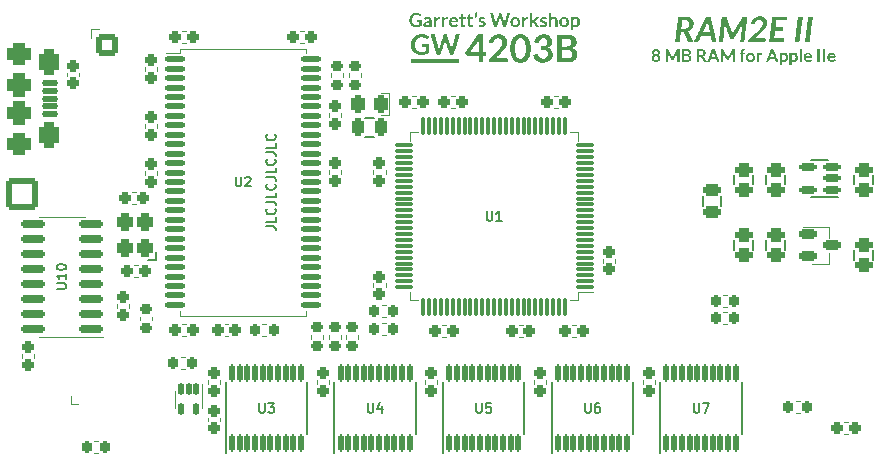
<source format=gto>
G04 #@! TF.GenerationSoftware,KiCad,Pcbnew,7.0.10*
G04 #@! TF.CreationDate,2024-05-19T08:04:40-04:00*
G04 #@! TF.ProjectId,RAM2E,52414d32-452e-46b6-9963-61645f706362,2.1*
G04 #@! TF.SameCoordinates,Original*
G04 #@! TF.FileFunction,Legend,Top*
G04 #@! TF.FilePolarity,Positive*
%FSLAX46Y46*%
G04 Gerber Fmt 4.6, Leading zero omitted, Abs format (unit mm)*
G04 Created by KiCad (PCBNEW 7.0.10) date 2024-05-19 08:04:40*
%MOMM*%
%LPD*%
G01*
G04 APERTURE LIST*
G04 Aperture macros list*
%AMRoundRect*
0 Rectangle with rounded corners*
0 $1 Rounding radius*
0 $2 $3 $4 $5 $6 $7 $8 $9 X,Y pos of 4 corners*
0 Add a 4 corners polygon primitive as box body*
4,1,4,$2,$3,$4,$5,$6,$7,$8,$9,$2,$3,0*
0 Add four circle primitives for the rounded corners*
1,1,$1+$1,$2,$3*
1,1,$1+$1,$4,$5*
1,1,$1+$1,$6,$7*
1,1,$1+$1,$8,$9*
0 Add four rect primitives between the rounded corners*
20,1,$1+$1,$2,$3,$4,$5,0*
20,1,$1+$1,$4,$5,$6,$7,0*
20,1,$1+$1,$6,$7,$8,$9,0*
20,1,$1+$1,$8,$9,$2,$3,0*%
G04 Aperture macros list end*
%ADD10C,0.203200*%
%ADD11C,0.150000*%
%ADD12C,0.120000*%
%ADD13C,0.152400*%
%ADD14C,0.000000*%
%ADD15C,2.000000*%
%ADD16RoundRect,0.124500X0.124500X-0.624500X0.124500X0.624500X-0.124500X0.624500X-0.124500X-0.624500X0*%
%ADD17RoundRect,0.237500X-0.287500X0.237500X-0.287500X-0.237500X0.287500X-0.237500X0.287500X0.237500X0*%
%ADD18RoundRect,0.419100X0.419100X3.327100X-0.419100X3.327100X-0.419100X-3.327100X0.419100X-3.327100X0*%
%ADD19RoundRect,0.139500X-0.665500X-0.139500X0.665500X-0.139500X0.665500X0.139500X-0.665500X0.139500X0*%
%ADD20C,2.152400*%
%ADD21RoundRect,0.237500X0.237500X0.287500X-0.237500X0.287500X-0.237500X-0.287500X0.237500X-0.287500X0*%
%ADD22RoundRect,0.287500X-0.462500X0.287500X-0.462500X-0.287500X0.462500X-0.287500X0.462500X0.287500X0*%
%ADD23RoundRect,0.237500X-0.237500X-0.287500X0.237500X-0.287500X0.237500X0.287500X-0.237500X0.287500X0*%
%ADD24C,1.448000*%
%ADD25RoundRect,0.287500X0.462500X-0.287500X0.462500X0.287500X-0.462500X0.287500X-0.462500X-0.287500X0*%
%ADD26RoundRect,0.225000X-0.500000X-0.225000X0.500000X-0.225000X0.500000X0.225000X-0.500000X0.225000X0*%
%ADD27RoundRect,0.237500X0.512500X-0.237500X0.512500X0.237500X-0.512500X0.237500X-0.512500X-0.237500X0*%
%ADD28RoundRect,0.200000X-0.200000X-0.325000X0.200000X-0.325000X0.200000X0.325000X-0.200000X0.325000X0*%
%ADD29RoundRect,0.237500X-0.237500X-0.512500X0.237500X-0.512500X0.237500X0.512500X-0.237500X0.512500X0*%
%ADD30RoundRect,0.281850X0.281850X0.494350X-0.281850X0.494350X-0.281850X-0.494350X0.281850X-0.494350X0*%
%ADD31RoundRect,0.200000X-0.325000X0.200000X-0.325000X-0.200000X0.325000X-0.200000X0.325000X0.200000X0*%
%ADD32RoundRect,0.087000X0.674500X0.087000X-0.674500X0.087000X-0.674500X-0.087000X0.674500X-0.087000X0*%
%ADD33RoundRect,0.087000X0.087000X0.674500X-0.087000X0.674500X-0.087000X-0.674500X0.087000X-0.674500X0*%
%ADD34RoundRect,0.237500X0.287500X-0.237500X0.287500X0.237500X-0.287500X0.237500X-0.287500X-0.237500X0*%
%ADD35RoundRect,0.325000X0.325000X-0.425000X0.325000X0.425000X-0.325000X0.425000X-0.325000X-0.425000X0*%
%ADD36RoundRect,0.275240X-1.100960X-1.100960X1.100960X-1.100960X1.100960X1.100960X-1.100960X1.100960X0*%
%ADD37RoundRect,0.187500X0.537500X0.187500X-0.537500X0.187500X-0.537500X-0.187500X0.537500X-0.187500X0*%
%ADD38RoundRect,0.175000X0.850000X0.175000X-0.850000X0.175000X-0.850000X-0.175000X0.850000X-0.175000X0*%
%ADD39RoundRect,0.200000X0.200000X0.325000X-0.200000X0.325000X-0.200000X-0.325000X0.200000X-0.325000X0*%
%ADD40RoundRect,0.120000X-0.595000X0.120000X-0.595000X-0.120000X0.595000X-0.120000X0.595000X0.120000X0*%
%ADD41RoundRect,0.475000X-0.525000X0.475000X-0.525000X-0.475000X0.525000X-0.475000X0.525000X0.475000X0*%
%ADD42RoundRect,0.425000X-0.425000X0.675000X-0.425000X-0.675000X0.425000X-0.675000X0.425000X0.675000X0*%
%ADD43RoundRect,0.500000X-0.500000X0.500000X-0.500000X-0.500000X0.500000X-0.500000X0.500000X0.500000X0*%
%ADD44RoundRect,0.200000X0.325000X-0.200000X0.325000X0.200000X-0.325000X0.200000X-0.325000X-0.200000X0*%
%ADD45RoundRect,0.272412X-0.653788X-0.653788X0.653788X-0.653788X0.653788X0.653788X-0.653788X0.653788X0*%
%ADD46O,1.852400X1.852400*%
%ADD47RoundRect,0.120000X-0.120000X0.420000X-0.120000X-0.420000X0.120000X-0.420000X0.120000X0.420000X0*%
%ADD48C,2.527300*%
%ADD49C,1.143000*%
%ADD50C,0.939800*%
G04 APERTURE END LIST*
D10*
X220752649Y-109204361D02*
X221333221Y-109204361D01*
X221333221Y-109204361D02*
X221449335Y-109243066D01*
X221449335Y-109243066D02*
X221526745Y-109320475D01*
X221526745Y-109320475D02*
X221565449Y-109436590D01*
X221565449Y-109436590D02*
X221565449Y-109513999D01*
X221565449Y-108430266D02*
X221565449Y-108817314D01*
X221565449Y-108817314D02*
X220752649Y-108817314D01*
X221488040Y-107694876D02*
X221526745Y-107733580D01*
X221526745Y-107733580D02*
X221565449Y-107849695D01*
X221565449Y-107849695D02*
X221565449Y-107927104D01*
X221565449Y-107927104D02*
X221526745Y-108043218D01*
X221526745Y-108043218D02*
X221449335Y-108120628D01*
X221449335Y-108120628D02*
X221371925Y-108159333D01*
X221371925Y-108159333D02*
X221217106Y-108198037D01*
X221217106Y-108198037D02*
X221100992Y-108198037D01*
X221100992Y-108198037D02*
X220946173Y-108159333D01*
X220946173Y-108159333D02*
X220868764Y-108120628D01*
X220868764Y-108120628D02*
X220791354Y-108043218D01*
X220791354Y-108043218D02*
X220752649Y-107927104D01*
X220752649Y-107927104D02*
X220752649Y-107849695D01*
X220752649Y-107849695D02*
X220791354Y-107733580D01*
X220791354Y-107733580D02*
X220830059Y-107694876D01*
X220752649Y-107114304D02*
X221333221Y-107114304D01*
X221333221Y-107114304D02*
X221449335Y-107153009D01*
X221449335Y-107153009D02*
X221526745Y-107230418D01*
X221526745Y-107230418D02*
X221565449Y-107346533D01*
X221565449Y-107346533D02*
X221565449Y-107423942D01*
X221565449Y-106340209D02*
X221565449Y-106727257D01*
X221565449Y-106727257D02*
X220752649Y-106727257D01*
X221488040Y-105604819D02*
X221526745Y-105643523D01*
X221526745Y-105643523D02*
X221565449Y-105759638D01*
X221565449Y-105759638D02*
X221565449Y-105837047D01*
X221565449Y-105837047D02*
X221526745Y-105953161D01*
X221526745Y-105953161D02*
X221449335Y-106030571D01*
X221449335Y-106030571D02*
X221371925Y-106069276D01*
X221371925Y-106069276D02*
X221217106Y-106107980D01*
X221217106Y-106107980D02*
X221100992Y-106107980D01*
X221100992Y-106107980D02*
X220946173Y-106069276D01*
X220946173Y-106069276D02*
X220868764Y-106030571D01*
X220868764Y-106030571D02*
X220791354Y-105953161D01*
X220791354Y-105953161D02*
X220752649Y-105837047D01*
X220752649Y-105837047D02*
X220752649Y-105759638D01*
X220752649Y-105759638D02*
X220791354Y-105643523D01*
X220791354Y-105643523D02*
X220830059Y-105604819D01*
X220752649Y-105024247D02*
X221333221Y-105024247D01*
X221333221Y-105024247D02*
X221449335Y-105062952D01*
X221449335Y-105062952D02*
X221526745Y-105140361D01*
X221526745Y-105140361D02*
X221565449Y-105256476D01*
X221565449Y-105256476D02*
X221565449Y-105333885D01*
X221565449Y-104250152D02*
X221565449Y-104637200D01*
X221565449Y-104637200D02*
X220752649Y-104637200D01*
X221488040Y-103514762D02*
X221526745Y-103553466D01*
X221526745Y-103553466D02*
X221565449Y-103669581D01*
X221565449Y-103669581D02*
X221565449Y-103746990D01*
X221565449Y-103746990D02*
X221526745Y-103863104D01*
X221526745Y-103863104D02*
X221449335Y-103940514D01*
X221449335Y-103940514D02*
X221371925Y-103979219D01*
X221371925Y-103979219D02*
X221217106Y-104017923D01*
X221217106Y-104017923D02*
X221100992Y-104017923D01*
X221100992Y-104017923D02*
X220946173Y-103979219D01*
X220946173Y-103979219D02*
X220868764Y-103940514D01*
X220868764Y-103940514D02*
X220791354Y-103863104D01*
X220791354Y-103863104D02*
X220752649Y-103746990D01*
X220752649Y-103746990D02*
X220752649Y-103669581D01*
X220752649Y-103669581D02*
X220791354Y-103553466D01*
X220791354Y-103553466D02*
X220830059Y-103514762D01*
X220752649Y-102934190D02*
X221333221Y-102934190D01*
X221333221Y-102934190D02*
X221449335Y-102972895D01*
X221449335Y-102972895D02*
X221526745Y-103050304D01*
X221526745Y-103050304D02*
X221565449Y-103166419D01*
X221565449Y-103166419D02*
X221565449Y-103243828D01*
X221565449Y-102160095D02*
X221565449Y-102547143D01*
X221565449Y-102547143D02*
X220752649Y-102547143D01*
X221488040Y-101424705D02*
X221526745Y-101463409D01*
X221526745Y-101463409D02*
X221565449Y-101579524D01*
X221565449Y-101579524D02*
X221565449Y-101656933D01*
X221565449Y-101656933D02*
X221526745Y-101773047D01*
X221526745Y-101773047D02*
X221449335Y-101850457D01*
X221449335Y-101850457D02*
X221371925Y-101889162D01*
X221371925Y-101889162D02*
X221217106Y-101927866D01*
X221217106Y-101927866D02*
X221100992Y-101927866D01*
X221100992Y-101927866D02*
X220946173Y-101889162D01*
X220946173Y-101889162D02*
X220868764Y-101850457D01*
X220868764Y-101850457D02*
X220791354Y-101773047D01*
X220791354Y-101773047D02*
X220752649Y-101656933D01*
X220752649Y-101656933D02*
X220752649Y-101579524D01*
X220752649Y-101579524D02*
X220791354Y-101463409D01*
X220791354Y-101463409D02*
X220830059Y-101424705D01*
X238555723Y-124152649D02*
X238555723Y-124810630D01*
X238555723Y-124810630D02*
X238594428Y-124888040D01*
X238594428Y-124888040D02*
X238633133Y-124926745D01*
X238633133Y-124926745D02*
X238710542Y-124965449D01*
X238710542Y-124965449D02*
X238865361Y-124965449D01*
X238865361Y-124965449D02*
X238942771Y-124926745D01*
X238942771Y-124926745D02*
X238981476Y-124888040D01*
X238981476Y-124888040D02*
X239020180Y-124810630D01*
X239020180Y-124810630D02*
X239020180Y-124152649D01*
X239794276Y-124152649D02*
X239407228Y-124152649D01*
X239407228Y-124152649D02*
X239368524Y-124539697D01*
X239368524Y-124539697D02*
X239407228Y-124500992D01*
X239407228Y-124500992D02*
X239484638Y-124462287D01*
X239484638Y-124462287D02*
X239678162Y-124462287D01*
X239678162Y-124462287D02*
X239755571Y-124500992D01*
X239755571Y-124500992D02*
X239794276Y-124539697D01*
X239794276Y-124539697D02*
X239832981Y-124617106D01*
X239832981Y-124617106D02*
X239832981Y-124810630D01*
X239832981Y-124810630D02*
X239794276Y-124888040D01*
X239794276Y-124888040D02*
X239755571Y-124926745D01*
X239755571Y-124926745D02*
X239678162Y-124965449D01*
X239678162Y-124965449D02*
X239484638Y-124965449D01*
X239484638Y-124965449D02*
X239407228Y-124926745D01*
X239407228Y-124926745D02*
X239368524Y-124888040D01*
X256955723Y-124152649D02*
X256955723Y-124810630D01*
X256955723Y-124810630D02*
X256994428Y-124888040D01*
X256994428Y-124888040D02*
X257033133Y-124926745D01*
X257033133Y-124926745D02*
X257110542Y-124965449D01*
X257110542Y-124965449D02*
X257265361Y-124965449D01*
X257265361Y-124965449D02*
X257342771Y-124926745D01*
X257342771Y-124926745D02*
X257381476Y-124888040D01*
X257381476Y-124888040D02*
X257420180Y-124810630D01*
X257420180Y-124810630D02*
X257420180Y-124152649D01*
X257729819Y-124152649D02*
X258271685Y-124152649D01*
X258271685Y-124152649D02*
X257923343Y-124965449D01*
X220155723Y-124152649D02*
X220155723Y-124810630D01*
X220155723Y-124810630D02*
X220194428Y-124888040D01*
X220194428Y-124888040D02*
X220233133Y-124926745D01*
X220233133Y-124926745D02*
X220310542Y-124965449D01*
X220310542Y-124965449D02*
X220465361Y-124965449D01*
X220465361Y-124965449D02*
X220542771Y-124926745D01*
X220542771Y-124926745D02*
X220581476Y-124888040D01*
X220581476Y-124888040D02*
X220620180Y-124810630D01*
X220620180Y-124810630D02*
X220620180Y-124152649D01*
X220929819Y-124152649D02*
X221432981Y-124152649D01*
X221432981Y-124152649D02*
X221162047Y-124462287D01*
X221162047Y-124462287D02*
X221278162Y-124462287D01*
X221278162Y-124462287D02*
X221355571Y-124500992D01*
X221355571Y-124500992D02*
X221394276Y-124539697D01*
X221394276Y-124539697D02*
X221432981Y-124617106D01*
X221432981Y-124617106D02*
X221432981Y-124810630D01*
X221432981Y-124810630D02*
X221394276Y-124888040D01*
X221394276Y-124888040D02*
X221355571Y-124926745D01*
X221355571Y-124926745D02*
X221278162Y-124965449D01*
X221278162Y-124965449D02*
X221045933Y-124965449D01*
X221045933Y-124965449D02*
X220968524Y-124926745D01*
X220968524Y-124926745D02*
X220929819Y-124888040D01*
X247755723Y-124152649D02*
X247755723Y-124810630D01*
X247755723Y-124810630D02*
X247794428Y-124888040D01*
X247794428Y-124888040D02*
X247833133Y-124926745D01*
X247833133Y-124926745D02*
X247910542Y-124965449D01*
X247910542Y-124965449D02*
X248065361Y-124965449D01*
X248065361Y-124965449D02*
X248142771Y-124926745D01*
X248142771Y-124926745D02*
X248181476Y-124888040D01*
X248181476Y-124888040D02*
X248220180Y-124810630D01*
X248220180Y-124810630D02*
X248220180Y-124152649D01*
X248955571Y-124152649D02*
X248800752Y-124152649D01*
X248800752Y-124152649D02*
X248723343Y-124191354D01*
X248723343Y-124191354D02*
X248684638Y-124230059D01*
X248684638Y-124230059D02*
X248607228Y-124346173D01*
X248607228Y-124346173D02*
X248568524Y-124500992D01*
X248568524Y-124500992D02*
X248568524Y-124810630D01*
X248568524Y-124810630D02*
X248607228Y-124888040D01*
X248607228Y-124888040D02*
X248645933Y-124926745D01*
X248645933Y-124926745D02*
X248723343Y-124965449D01*
X248723343Y-124965449D02*
X248878162Y-124965449D01*
X248878162Y-124965449D02*
X248955571Y-124926745D01*
X248955571Y-124926745D02*
X248994276Y-124888040D01*
X248994276Y-124888040D02*
X249032981Y-124810630D01*
X249032981Y-124810630D02*
X249032981Y-124617106D01*
X249032981Y-124617106D02*
X248994276Y-124539697D01*
X248994276Y-124539697D02*
X248955571Y-124500992D01*
X248955571Y-124500992D02*
X248878162Y-124462287D01*
X248878162Y-124462287D02*
X248723343Y-124462287D01*
X248723343Y-124462287D02*
X248645933Y-124500992D01*
X248645933Y-124500992D02*
X248607228Y-124539697D01*
X248607228Y-124539697D02*
X248568524Y-124617106D01*
X229355723Y-124152649D02*
X229355723Y-124810630D01*
X229355723Y-124810630D02*
X229394428Y-124888040D01*
X229394428Y-124888040D02*
X229433133Y-124926745D01*
X229433133Y-124926745D02*
X229510542Y-124965449D01*
X229510542Y-124965449D02*
X229665361Y-124965449D01*
X229665361Y-124965449D02*
X229742771Y-124926745D01*
X229742771Y-124926745D02*
X229781476Y-124888040D01*
X229781476Y-124888040D02*
X229820180Y-124810630D01*
X229820180Y-124810630D02*
X229820180Y-124152649D01*
X230555571Y-124423583D02*
X230555571Y-124965449D01*
X230362047Y-124113945D02*
X230168524Y-124694516D01*
X230168524Y-124694516D02*
X230671685Y-124694516D01*
X218180723Y-105002649D02*
X218180723Y-105660630D01*
X218180723Y-105660630D02*
X218219428Y-105738040D01*
X218219428Y-105738040D02*
X218258133Y-105776745D01*
X218258133Y-105776745D02*
X218335542Y-105815449D01*
X218335542Y-105815449D02*
X218490361Y-105815449D01*
X218490361Y-105815449D02*
X218567771Y-105776745D01*
X218567771Y-105776745D02*
X218606476Y-105738040D01*
X218606476Y-105738040D02*
X218645180Y-105660630D01*
X218645180Y-105660630D02*
X218645180Y-105002649D01*
X218993524Y-105080059D02*
X219032228Y-105041354D01*
X219032228Y-105041354D02*
X219109638Y-105002649D01*
X219109638Y-105002649D02*
X219303162Y-105002649D01*
X219303162Y-105002649D02*
X219380571Y-105041354D01*
X219380571Y-105041354D02*
X219419276Y-105080059D01*
X219419276Y-105080059D02*
X219457981Y-105157468D01*
X219457981Y-105157468D02*
X219457981Y-105234878D01*
X219457981Y-105234878D02*
X219419276Y-105350992D01*
X219419276Y-105350992D02*
X218954819Y-105815449D01*
X218954819Y-105815449D02*
X219457981Y-105815449D01*
X239430723Y-107902649D02*
X239430723Y-108560630D01*
X239430723Y-108560630D02*
X239469428Y-108638040D01*
X239469428Y-108638040D02*
X239508133Y-108676745D01*
X239508133Y-108676745D02*
X239585542Y-108715449D01*
X239585542Y-108715449D02*
X239740361Y-108715449D01*
X239740361Y-108715449D02*
X239817771Y-108676745D01*
X239817771Y-108676745D02*
X239856476Y-108638040D01*
X239856476Y-108638040D02*
X239895180Y-108560630D01*
X239895180Y-108560630D02*
X239895180Y-107902649D01*
X240707981Y-108715449D02*
X240243524Y-108715449D01*
X240475752Y-108715449D02*
X240475752Y-107902649D01*
X240475752Y-107902649D02*
X240398343Y-108018764D01*
X240398343Y-108018764D02*
X240320933Y-108096173D01*
X240320933Y-108096173D02*
X240243524Y-108134878D01*
X203006649Y-114480823D02*
X203664630Y-114480823D01*
X203664630Y-114480823D02*
X203742040Y-114442118D01*
X203742040Y-114442118D02*
X203780745Y-114403413D01*
X203780745Y-114403413D02*
X203819449Y-114326004D01*
X203819449Y-114326004D02*
X203819449Y-114171185D01*
X203819449Y-114171185D02*
X203780745Y-114093775D01*
X203780745Y-114093775D02*
X203742040Y-114055070D01*
X203742040Y-114055070D02*
X203664630Y-114016366D01*
X203664630Y-114016366D02*
X203006649Y-114016366D01*
X203819449Y-113203565D02*
X203819449Y-113668022D01*
X203819449Y-113435794D02*
X203006649Y-113435794D01*
X203006649Y-113435794D02*
X203122764Y-113513203D01*
X203122764Y-113513203D02*
X203200173Y-113590613D01*
X203200173Y-113590613D02*
X203238878Y-113668022D01*
X203006649Y-112700404D02*
X203006649Y-112622994D01*
X203006649Y-112622994D02*
X203045354Y-112545585D01*
X203045354Y-112545585D02*
X203084059Y-112506880D01*
X203084059Y-112506880D02*
X203161468Y-112468175D01*
X203161468Y-112468175D02*
X203316287Y-112429470D01*
X203316287Y-112429470D02*
X203509811Y-112429470D01*
X203509811Y-112429470D02*
X203664630Y-112468175D01*
X203664630Y-112468175D02*
X203742040Y-112506880D01*
X203742040Y-112506880D02*
X203780745Y-112545585D01*
X203780745Y-112545585D02*
X203819449Y-112622994D01*
X203819449Y-112622994D02*
X203819449Y-112700404D01*
X203819449Y-112700404D02*
X203780745Y-112777813D01*
X203780745Y-112777813D02*
X203742040Y-112816518D01*
X203742040Y-112816518D02*
X203664630Y-112855223D01*
X203664630Y-112855223D02*
X203509811Y-112893927D01*
X203509811Y-112893927D02*
X203316287Y-112893927D01*
X203316287Y-112893927D02*
X203161468Y-112855223D01*
X203161468Y-112855223D02*
X203084059Y-112816518D01*
X203084059Y-112816518D02*
X203045354Y-112777813D01*
X203045354Y-112777813D02*
X203006649Y-112700404D01*
D11*
X235725000Y-128350000D02*
X235725000Y-122375000D01*
X242625000Y-126825000D02*
X242625000Y-122375000D01*
D12*
X235260000Y-122237221D02*
X235260000Y-122562779D01*
X234240000Y-122237221D02*
X234240000Y-122562779D01*
X253660000Y-122237221D02*
X253660000Y-122562779D01*
X252640000Y-122237221D02*
X252640000Y-122562779D01*
D11*
X254125000Y-128350000D02*
X254125000Y-122375000D01*
X261025000Y-126825000D02*
X261025000Y-122375000D01*
D12*
X244460000Y-122237221D02*
X244460000Y-122562779D01*
X243440000Y-122237221D02*
X243440000Y-122562779D01*
D11*
X217325000Y-128350000D02*
X217325000Y-122375000D01*
X224225000Y-126825000D02*
X224225000Y-122375000D01*
X244925000Y-128350000D02*
X244925000Y-122375000D01*
X251825000Y-126825000D02*
X251825000Y-122375000D01*
X226525000Y-128350000D02*
X226525000Y-122375000D01*
X233425000Y-126825000D02*
X233425000Y-122375000D01*
D12*
X226060000Y-122237221D02*
X226060000Y-122562779D01*
X225040000Y-122237221D02*
X225040000Y-122562779D01*
X227110000Y-104437221D02*
X227110000Y-104762779D01*
X226090000Y-104437221D02*
X226090000Y-104762779D01*
X227110000Y-99637221D02*
X227110000Y-99962779D01*
X226090000Y-99637221D02*
X226090000Y-99962779D01*
X224100000Y-94150000D02*
X224100000Y-94550000D01*
X213500000Y-94150000D02*
X224100000Y-94150000D01*
X213500000Y-94550000D02*
X213500000Y-94150000D01*
X212300000Y-94550000D02*
X213500000Y-94550000D01*
X224100000Y-116350000D02*
X224100000Y-116750000D01*
X213500000Y-116350000D02*
X213500000Y-116750000D01*
X213500000Y-116750000D02*
X224100000Y-116750000D01*
X270037779Y-126748000D02*
X269712221Y-126748000D01*
X270037779Y-125728000D02*
X269712221Y-125728000D01*
D13*
X272150000Y-111243600D02*
X272150000Y-112056400D01*
X270550000Y-111243600D02*
X270550000Y-112056400D01*
D12*
X223637221Y-92640000D02*
X223962779Y-92640000D01*
X223637221Y-93660000D02*
X223962779Y-93660000D01*
D13*
X263100000Y-111206400D02*
X263100000Y-110393600D01*
X264700000Y-111206400D02*
X264700000Y-110393600D01*
D12*
X268410000Y-112380000D02*
X268410000Y-111450000D01*
X268410000Y-112380000D02*
X266950000Y-112380000D01*
X268410000Y-109220000D02*
X268410000Y-110150000D01*
X268410000Y-109220000D02*
X266250000Y-109220000D01*
D13*
X260400000Y-111206400D02*
X260400000Y-110393600D01*
X262000000Y-111206400D02*
X262000000Y-110393600D01*
D12*
X213637221Y-92640000D02*
X213962779Y-92640000D01*
X213637221Y-93660000D02*
X213962779Y-93660000D01*
D13*
X263100000Y-105656400D02*
X263100000Y-104843600D01*
X264700000Y-105656400D02*
X264700000Y-104843600D01*
X260400000Y-105656400D02*
X260400000Y-104843600D01*
X262000000Y-105656400D02*
X262000000Y-104843600D01*
X257700000Y-107456400D02*
X257700000Y-106643600D01*
X259300000Y-107456400D02*
X259300000Y-106643600D01*
D12*
X265587221Y-123990000D02*
X265912779Y-123990000D01*
X265587221Y-125010000D02*
X265912779Y-125010000D01*
X246637221Y-117540000D02*
X246962779Y-117540000D01*
X246637221Y-118560000D02*
X246962779Y-118560000D01*
X233462779Y-99160000D02*
X233137221Y-99160000D01*
X233462779Y-98140000D02*
X233137221Y-98140000D01*
D13*
X229093600Y-100000000D02*
X229906400Y-100000000D01*
X229093600Y-101600000D02*
X229906400Y-101600000D01*
D12*
X231185000Y-99800000D02*
X231185000Y-97900000D01*
X231185000Y-97900000D02*
X230450000Y-97900000D01*
X230450000Y-99800000D02*
X231185000Y-99800000D01*
X227060000Y-118387221D02*
X227060000Y-118712779D01*
X226040000Y-118387221D02*
X226040000Y-118712779D01*
X228510000Y-118387221D02*
X228510000Y-118712779D01*
X227490000Y-118387221D02*
X227490000Y-118712779D01*
X225610000Y-118387221D02*
X225610000Y-118712779D01*
X224590000Y-118387221D02*
X224590000Y-118712779D01*
X232940000Y-115460000D02*
X232940000Y-114760000D01*
X233640000Y-115460000D02*
X232940000Y-115460000D01*
X246460000Y-115460000D02*
X247160000Y-115460000D01*
X247160000Y-115460000D02*
X247160000Y-114760000D01*
X247160000Y-114760000D02*
X248450000Y-114760000D01*
X232940000Y-101240000D02*
X232940000Y-101940000D01*
X233640000Y-101240000D02*
X232940000Y-101240000D01*
X246460000Y-101240000D02*
X247160000Y-101240000D01*
X247160000Y-101240000D02*
X247160000Y-101940000D01*
X236387221Y-98140000D02*
X236712779Y-98140000D01*
X236387221Y-99160000D02*
X236712779Y-99160000D01*
X230860000Y-104437221D02*
X230860000Y-104762779D01*
X229840000Y-104437221D02*
X229840000Y-104762779D01*
X230860000Y-114037221D02*
X230860000Y-114362779D01*
X229840000Y-114037221D02*
X229840000Y-114362779D01*
X235962779Y-118560000D02*
X235637221Y-118560000D01*
X235962779Y-117540000D02*
X235637221Y-117540000D01*
X242462779Y-118560000D02*
X242137221Y-118560000D01*
X242462779Y-117540000D02*
X242137221Y-117540000D01*
X249240000Y-112262779D02*
X249240000Y-111937221D01*
X250260000Y-112262779D02*
X250260000Y-111937221D01*
X245462779Y-99160000D02*
X245137221Y-99160000D01*
X245462779Y-98140000D02*
X245137221Y-98140000D01*
X230537221Y-117390000D02*
X230862779Y-117390000D01*
X230537221Y-118410000D02*
X230862779Y-118410000D01*
X230537221Y-115890000D02*
X230862779Y-115890000D01*
X230537221Y-116910000D02*
X230862779Y-116910000D01*
D13*
X210750000Y-112050000D02*
X211450000Y-112050000D01*
X211450000Y-112050000D02*
X211450000Y-111350000D01*
D12*
X203890000Y-96512779D02*
X203890000Y-96187221D01*
X204910000Y-96512779D02*
X204910000Y-96187221D01*
X220437221Y-117440000D02*
X220762779Y-117440000D01*
X220437221Y-118460000D02*
X220762779Y-118460000D01*
X209171000Y-115800221D02*
X209171000Y-116125779D01*
X208151000Y-115800221D02*
X208151000Y-116125779D01*
X216860000Y-125387221D02*
X216860000Y-125712779D01*
X215840000Y-125387221D02*
X215840000Y-125712779D01*
D13*
X266890000Y-106730000D02*
X269150000Y-106730000D01*
X266890000Y-103570000D02*
X268350000Y-103570000D01*
G36*
X238572185Y-91068498D02*
G01*
X238576425Y-91073855D01*
X238583124Y-91085067D01*
X238588736Y-91095627D01*
X238610825Y-91149031D01*
X238623464Y-91203043D01*
X238626685Y-91257163D01*
X238620516Y-91310890D01*
X238604987Y-91363722D01*
X238580129Y-91415160D01*
X238568618Y-91433670D01*
X238558453Y-91447659D01*
X238544823Y-91464508D01*
X238529102Y-91482736D01*
X238512663Y-91500861D01*
X238496879Y-91517403D01*
X238483126Y-91530881D01*
X238472776Y-91539814D01*
X238467441Y-91542745D01*
X238461959Y-91540406D01*
X238450681Y-91534229D01*
X238435879Y-91525469D01*
X238433392Y-91523947D01*
X238417445Y-91513777D01*
X238404075Y-91504604D01*
X238395980Y-91498284D01*
X238395616Y-91497932D01*
X238389039Y-91486476D01*
X238389778Y-91471922D01*
X238398029Y-91453485D01*
X238411985Y-91432997D01*
X238438229Y-91392555D01*
X238455051Y-91352505D01*
X238462519Y-91312227D01*
X238460702Y-91271104D01*
X238449667Y-91228515D01*
X238437662Y-91199917D01*
X238426322Y-91174126D01*
X238420347Y-91154761D01*
X238419554Y-91140480D01*
X238423758Y-91129942D01*
X238427542Y-91125780D01*
X238435034Y-91121164D01*
X238449000Y-91114389D01*
X238467578Y-91106189D01*
X238488908Y-91097304D01*
X238511131Y-91088468D01*
X238532387Y-91080419D01*
X238550814Y-91073894D01*
X238564553Y-91069628D01*
X238571744Y-91068360D01*
X238572185Y-91068498D01*
G37*
G36*
X235433954Y-91466150D02*
G01*
X235465379Y-91475694D01*
X235490915Y-91490267D01*
X235491710Y-91490893D01*
X235493495Y-91495818D01*
X235493380Y-91506907D01*
X235491282Y-91525112D01*
X235487115Y-91551381D01*
X235485498Y-91560699D01*
X235480875Y-91586314D01*
X235476377Y-91610103D01*
X235472465Y-91629697D01*
X235469602Y-91642730D01*
X235469191Y-91644357D01*
X235464268Y-91657085D01*
X235456514Y-91665022D01*
X235444400Y-91668597D01*
X235426397Y-91668241D01*
X235400975Y-91664381D01*
X235399102Y-91664032D01*
X235353014Y-91659196D01*
X235311150Y-91662856D01*
X235273266Y-91675125D01*
X235239119Y-91696116D01*
X235208465Y-91725940D01*
X235181273Y-91764353D01*
X235164287Y-91792703D01*
X235164287Y-92054237D01*
X235164287Y-92315770D01*
X235061695Y-92315770D01*
X234959102Y-92315770D01*
X234959102Y-91898243D01*
X234959102Y-91480715D01*
X235035667Y-91480715D01*
X235064347Y-91480769D01*
X235085074Y-91481071D01*
X235099439Y-91481828D01*
X235109032Y-91483249D01*
X235115443Y-91485541D01*
X235120263Y-91488913D01*
X235123750Y-91492233D01*
X235129648Y-91498683D01*
X235134041Y-91505594D01*
X235137416Y-91514747D01*
X235140259Y-91527923D01*
X235143056Y-91546902D01*
X235146293Y-91573465D01*
X235146562Y-91575767D01*
X235152358Y-91625487D01*
X235169511Y-91599625D01*
X235202024Y-91556992D01*
X235238097Y-91521323D01*
X235276762Y-91493407D01*
X235317054Y-91474035D01*
X235327485Y-91470553D01*
X235362693Y-91463293D01*
X235398954Y-91461921D01*
X235433954Y-91466150D01*
G37*
G36*
X236097227Y-91466150D02*
G01*
X236128652Y-91475694D01*
X236154188Y-91490267D01*
X236154983Y-91490893D01*
X236156767Y-91495818D01*
X236156653Y-91506907D01*
X236154554Y-91525112D01*
X236150388Y-91551381D01*
X236148770Y-91560699D01*
X236144147Y-91586314D01*
X236139649Y-91610103D01*
X236135738Y-91629697D01*
X236132874Y-91642730D01*
X236132464Y-91644357D01*
X236127540Y-91657085D01*
X236119787Y-91665022D01*
X236107673Y-91668597D01*
X236089669Y-91668241D01*
X236064247Y-91664381D01*
X236062375Y-91664032D01*
X236016286Y-91659196D01*
X235974422Y-91662856D01*
X235936539Y-91675125D01*
X235902392Y-91696116D01*
X235871738Y-91725940D01*
X235844546Y-91764353D01*
X235827560Y-91792703D01*
X235827560Y-92054237D01*
X235827560Y-92315770D01*
X235724967Y-92315770D01*
X235622375Y-92315770D01*
X235622375Y-91898243D01*
X235622375Y-91480715D01*
X235698940Y-91480715D01*
X235727620Y-91480769D01*
X235748347Y-91481071D01*
X235762711Y-91481828D01*
X235772304Y-91483249D01*
X235778716Y-91485541D01*
X235783536Y-91488913D01*
X235787023Y-91492233D01*
X235792921Y-91498683D01*
X235797314Y-91505594D01*
X235800689Y-91514747D01*
X235803532Y-91527923D01*
X235806328Y-91546902D01*
X235809565Y-91573465D01*
X235809834Y-91575767D01*
X235815631Y-91625487D01*
X235832783Y-91599625D01*
X235865297Y-91556992D01*
X235901370Y-91521323D01*
X235940035Y-91493407D01*
X235980327Y-91474035D01*
X235990758Y-91470553D01*
X236025966Y-91463293D01*
X236062227Y-91461921D01*
X236097227Y-91466150D01*
G37*
G36*
X242892192Y-91466150D02*
G01*
X242923617Y-91475694D01*
X242949153Y-91490267D01*
X242949948Y-91490893D01*
X242951733Y-91495818D01*
X242951618Y-91506907D01*
X242949520Y-91525112D01*
X242945353Y-91551381D01*
X242943736Y-91560699D01*
X242939112Y-91586314D01*
X242934614Y-91610103D01*
X242930703Y-91629697D01*
X242927840Y-91642730D01*
X242927429Y-91644357D01*
X242922506Y-91657085D01*
X242914752Y-91665022D01*
X242902638Y-91668597D01*
X242884635Y-91668241D01*
X242859213Y-91664381D01*
X242857340Y-91664032D01*
X242811252Y-91659196D01*
X242769387Y-91662856D01*
X242731504Y-91675125D01*
X242697357Y-91696116D01*
X242666703Y-91725940D01*
X242639511Y-91764353D01*
X242622525Y-91792703D01*
X242622525Y-92054237D01*
X242622525Y-92315770D01*
X242519933Y-92315770D01*
X242417340Y-92315770D01*
X242417340Y-91898243D01*
X242417340Y-91480715D01*
X242493905Y-91480715D01*
X242522585Y-91480769D01*
X242543312Y-91481071D01*
X242557677Y-91481828D01*
X242567269Y-91483249D01*
X242573681Y-91485541D01*
X242578501Y-91488913D01*
X242581988Y-91492233D01*
X242587886Y-91498683D01*
X242592279Y-91505594D01*
X242595654Y-91514747D01*
X242598497Y-91527923D01*
X242601294Y-91546902D01*
X242604531Y-91573465D01*
X242604799Y-91575767D01*
X242610596Y-91625487D01*
X242627749Y-91599625D01*
X242660262Y-91556992D01*
X242696335Y-91521323D01*
X242735000Y-91493407D01*
X242775292Y-91474035D01*
X242785723Y-91470553D01*
X242820931Y-91463293D01*
X242857192Y-91461921D01*
X242892192Y-91466150D01*
G37*
G36*
X244898648Y-91332791D02*
G01*
X244898703Y-91378524D01*
X244898860Y-91421215D01*
X244899109Y-91459941D01*
X244899438Y-91493780D01*
X244899837Y-91521809D01*
X244900295Y-91543108D01*
X244900801Y-91556753D01*
X244901343Y-91561823D01*
X244901370Y-91561835D01*
X244906216Y-91559038D01*
X244916049Y-91551774D01*
X244926422Y-91543496D01*
X244969006Y-91512666D01*
X245012181Y-91490187D01*
X245057600Y-91475531D01*
X245106913Y-91468167D01*
X245161775Y-91467567D01*
X245163092Y-91467627D01*
X245215705Y-91473842D01*
X245262254Y-91487362D01*
X245303028Y-91508370D01*
X245338312Y-91537047D01*
X245368393Y-91573575D01*
X245390456Y-91611681D01*
X245397111Y-91625279D01*
X245402854Y-91637648D01*
X245407757Y-91649585D01*
X245411892Y-91661884D01*
X245415331Y-91675339D01*
X245418145Y-91690746D01*
X245420407Y-91708899D01*
X245422189Y-91730593D01*
X245423562Y-91756624D01*
X245424597Y-91787786D01*
X245425368Y-91824873D01*
X245425946Y-91868681D01*
X245426402Y-91920005D01*
X245426808Y-91979639D01*
X245427038Y-92016343D01*
X245428895Y-92315770D01*
X245326215Y-92315770D01*
X245223535Y-92315770D01*
X245222138Y-92021006D01*
X245220741Y-91726242D01*
X245204945Y-91694165D01*
X245188455Y-91666712D01*
X245169047Y-91646785D01*
X245145303Y-91633575D01*
X245115803Y-91626273D01*
X245081914Y-91624077D01*
X245038689Y-91628122D01*
X244997302Y-91640917D01*
X244957123Y-91662727D01*
X244918007Y-91693380D01*
X244898648Y-91710869D01*
X244898648Y-92013320D01*
X244898648Y-92315770D01*
X244796055Y-92315770D01*
X244693463Y-92315770D01*
X244693463Y-91709759D01*
X244693463Y-91103747D01*
X244796055Y-91103747D01*
X244898648Y-91103747D01*
X244898648Y-91332791D01*
G37*
G36*
X237416551Y-91356650D02*
G01*
X237416551Y-91490258D01*
X237526301Y-91490258D01*
X237636051Y-91490258D01*
X237636051Y-91561835D01*
X237636051Y-91633411D01*
X237526134Y-91633411D01*
X237416216Y-91633411D01*
X237417576Y-91873191D01*
X237417897Y-91927289D01*
X237418216Y-91972675D01*
X237418568Y-92010179D01*
X237418990Y-92040634D01*
X237419516Y-92064870D01*
X237420181Y-92083717D01*
X237421023Y-92098009D01*
X237422074Y-92108575D01*
X237423372Y-92116246D01*
X237424951Y-92121854D01*
X237426847Y-92126231D01*
X237428481Y-92129173D01*
X237445408Y-92149951D01*
X237466478Y-92162261D01*
X237491263Y-92166017D01*
X237519337Y-92161130D01*
X237541092Y-92152338D01*
X237556866Y-92144775D01*
X237569069Y-92140280D01*
X237579017Y-92139629D01*
X237588027Y-92143597D01*
X237597417Y-92152960D01*
X237608502Y-92168492D01*
X237622601Y-92190971D01*
X237631508Y-92205576D01*
X237661756Y-92255234D01*
X237646269Y-92268164D01*
X237627602Y-92281077D01*
X237602846Y-92294491D01*
X237575231Y-92306847D01*
X237547988Y-92316587D01*
X237542683Y-92318135D01*
X237517359Y-92323296D01*
X237486422Y-92326733D01*
X237452814Y-92328388D01*
X237419475Y-92328204D01*
X237389348Y-92326122D01*
X237365372Y-92322084D01*
X237363819Y-92321678D01*
X237324666Y-92306582D01*
X237289995Y-92284215D01*
X237261218Y-92255710D01*
X237239745Y-92222200D01*
X237239580Y-92221861D01*
X237234693Y-92211525D01*
X237230541Y-92201742D01*
X237227064Y-92191667D01*
X237224201Y-92180454D01*
X237221892Y-92167259D01*
X237220079Y-92151237D01*
X237218699Y-92131543D01*
X237217695Y-92107331D01*
X237217005Y-92077756D01*
X237216570Y-92041975D01*
X237216330Y-91999140D01*
X237216224Y-91948408D01*
X237216195Y-91892278D01*
X237216138Y-91633411D01*
X237164548Y-91633411D01*
X237141028Y-91633201D01*
X237125017Y-91632363D01*
X237114488Y-91630585D01*
X237107413Y-91627554D01*
X237102736Y-91623886D01*
X237095014Y-91613734D01*
X237090207Y-91599463D01*
X237087996Y-91579404D01*
X237088064Y-91551884D01*
X237088224Y-91547651D01*
X237089687Y-91511994D01*
X237125475Y-91506072D01*
X237148855Y-91502197D01*
X237173951Y-91498027D01*
X237192640Y-91494914D01*
X237224017Y-91489677D01*
X237244672Y-91376639D01*
X237250680Y-91344234D01*
X237256387Y-91314330D01*
X237261496Y-91288420D01*
X237265710Y-91267992D01*
X237268730Y-91254538D01*
X237269880Y-91250333D01*
X237275236Y-91239852D01*
X237283922Y-91232316D01*
X237297318Y-91227303D01*
X237316802Y-91224392D01*
X237343757Y-91223160D01*
X237359053Y-91223041D01*
X237416551Y-91223041D01*
X237416551Y-91356650D01*
G37*
G36*
X238046422Y-91356650D02*
G01*
X238046422Y-91490258D01*
X238156172Y-91490258D01*
X238265922Y-91490258D01*
X238265922Y-91561835D01*
X238265922Y-91633411D01*
X238156004Y-91633411D01*
X238046086Y-91633411D01*
X238047447Y-91873191D01*
X238047767Y-91927289D01*
X238048086Y-91972675D01*
X238048439Y-92010179D01*
X238048860Y-92040634D01*
X238049386Y-92064870D01*
X238050052Y-92083717D01*
X238050893Y-92098009D01*
X238051945Y-92108575D01*
X238053242Y-92116246D01*
X238054822Y-92121854D01*
X238056718Y-92126231D01*
X238058351Y-92129173D01*
X238075278Y-92149951D01*
X238096348Y-92162261D01*
X238121133Y-92166017D01*
X238149208Y-92161130D01*
X238170963Y-92152338D01*
X238186737Y-92144775D01*
X238198939Y-92140280D01*
X238208887Y-92139629D01*
X238217897Y-92143597D01*
X238227287Y-92152960D01*
X238238373Y-92168492D01*
X238252472Y-92190971D01*
X238261379Y-92205576D01*
X238291627Y-92255234D01*
X238276139Y-92268164D01*
X238257472Y-92281077D01*
X238232716Y-92294491D01*
X238205102Y-92306847D01*
X238177858Y-92316587D01*
X238172553Y-92318135D01*
X238147229Y-92323296D01*
X238116293Y-92326733D01*
X238082684Y-92328388D01*
X238049346Y-92328204D01*
X238019218Y-92326122D01*
X237995243Y-92322084D01*
X237993689Y-92321678D01*
X237954536Y-92306582D01*
X237919865Y-92284215D01*
X237891088Y-92255710D01*
X237869615Y-92222200D01*
X237869450Y-92221861D01*
X237864564Y-92211525D01*
X237860412Y-92201742D01*
X237856934Y-92191667D01*
X237854071Y-92180454D01*
X237851763Y-92167259D01*
X237849949Y-92151237D01*
X237848570Y-92131543D01*
X237847565Y-92107331D01*
X237846875Y-92077756D01*
X237846440Y-92041975D01*
X237846200Y-91999140D01*
X237846095Y-91948408D01*
X237846065Y-91892278D01*
X237846008Y-91633411D01*
X237794419Y-91633411D01*
X237770898Y-91633201D01*
X237754888Y-91632363D01*
X237744359Y-91630585D01*
X237737283Y-91627554D01*
X237732606Y-91623886D01*
X237724884Y-91613734D01*
X237720077Y-91599463D01*
X237717867Y-91579404D01*
X237717934Y-91551884D01*
X237718095Y-91547651D01*
X237719557Y-91511994D01*
X237755345Y-91506072D01*
X237778725Y-91502197D01*
X237803822Y-91498027D01*
X237822510Y-91494914D01*
X237853888Y-91489677D01*
X237874542Y-91376639D01*
X237880550Y-91344234D01*
X237886257Y-91314330D01*
X237891366Y-91288420D01*
X237895580Y-91267992D01*
X237898601Y-91254538D01*
X237899750Y-91250333D01*
X237905107Y-91239852D01*
X237913792Y-91232316D01*
X237927188Y-91227303D01*
X237946673Y-91224392D01*
X237973627Y-91223160D01*
X237988924Y-91223041D01*
X238046422Y-91223041D01*
X238046422Y-91356650D01*
G37*
G36*
X247042567Y-91463362D02*
G01*
X247085370Y-91469404D01*
X247123627Y-91481817D01*
X247159109Y-91501254D01*
X247193590Y-91528373D01*
X247208578Y-91542587D01*
X247239106Y-91576704D01*
X247263401Y-91612948D01*
X247283063Y-91653994D01*
X247294914Y-91686976D01*
X247309863Y-91745279D01*
X247319182Y-91808158D01*
X247322860Y-91873261D01*
X247320886Y-91938231D01*
X247313251Y-92000716D01*
X247299943Y-92058361D01*
X247296595Y-92069120D01*
X247273736Y-92125751D01*
X247244265Y-92176648D01*
X247208757Y-92221230D01*
X247167790Y-92258919D01*
X247121942Y-92289134D01*
X247071790Y-92311296D01*
X247048319Y-92318397D01*
X247024962Y-92322594D01*
X246995443Y-92325115D01*
X246962852Y-92325960D01*
X246930281Y-92325133D01*
X246900821Y-92322633D01*
X246877562Y-92318464D01*
X246876925Y-92318295D01*
X246843280Y-92306339D01*
X246809409Y-92289243D01*
X246779711Y-92269300D01*
X246774162Y-92264746D01*
X246754857Y-92248222D01*
X246754857Y-92417991D01*
X246754857Y-92587760D01*
X246652264Y-92587760D01*
X246549672Y-92587760D01*
X246549672Y-92097906D01*
X246754857Y-92097906D01*
X246776292Y-92118445D01*
X246791691Y-92131673D01*
X246808223Y-92143592D01*
X246817514Y-92149078D01*
X246854129Y-92162838D01*
X246894578Y-92169561D01*
X246936102Y-92169110D01*
X246975941Y-92161346D01*
X246987118Y-92157582D01*
X247019002Y-92140656D01*
X247047024Y-92115553D01*
X247070248Y-92083181D01*
X247076993Y-92070457D01*
X247088791Y-92044307D01*
X247097522Y-92019570D01*
X247103695Y-91993837D01*
X247107818Y-91964699D01*
X247110401Y-91929748D01*
X247111327Y-91907786D01*
X247111202Y-91845837D01*
X247106212Y-91791786D01*
X247096277Y-91745277D01*
X247081322Y-91705953D01*
X247061270Y-91673458D01*
X247060267Y-91672177D01*
X247035772Y-91648680D01*
X247005429Y-91632037D01*
X246970414Y-91622641D01*
X246931902Y-91620885D01*
X246912692Y-91622846D01*
X246877738Y-91630571D01*
X246846855Y-91643397D01*
X246817497Y-91662651D01*
X246790197Y-91686647D01*
X246754857Y-91720915D01*
X246754857Y-91909411D01*
X246754857Y-92097906D01*
X246549672Y-92097906D01*
X246549672Y-92031852D01*
X246549672Y-91475943D01*
X246621485Y-91475943D01*
X246654708Y-91476116D01*
X246679781Y-91477232D01*
X246698097Y-91480189D01*
X246711051Y-91485886D01*
X246720035Y-91495220D01*
X246726443Y-91509090D01*
X246731669Y-91528394D01*
X246736255Y-91549905D01*
X246739546Y-91565211D01*
X246742164Y-91576222D01*
X246743384Y-91580171D01*
X246747273Y-91577992D01*
X246756760Y-91570806D01*
X246770237Y-91559864D01*
X246780130Y-91551540D01*
X246819086Y-91520805D01*
X246855690Y-91497603D01*
X246892083Y-91481049D01*
X246930401Y-91470254D01*
X246972785Y-91464332D01*
X246993444Y-91463034D01*
X247042567Y-91463362D01*
G37*
G36*
X241890243Y-91470835D02*
G01*
X241897329Y-91471406D01*
X241961352Y-91481207D01*
X242020230Y-91498885D01*
X242073646Y-91524180D01*
X242121282Y-91556834D01*
X242162821Y-91596586D01*
X242197945Y-91643177D01*
X242226335Y-91696347D01*
X242247675Y-91755837D01*
X242248320Y-91758137D01*
X242255890Y-91793556D01*
X242261138Y-91835213D01*
X242263940Y-91880061D01*
X242264169Y-91925049D01*
X242261699Y-91967129D01*
X242258061Y-91994608D01*
X242242785Y-92058001D01*
X242220209Y-92115610D01*
X242190633Y-92167115D01*
X242154362Y-92212201D01*
X242111698Y-92250548D01*
X242062943Y-92281841D01*
X242008399Y-92305760D01*
X241948370Y-92321989D01*
X241945603Y-92322522D01*
X241909389Y-92327332D01*
X241867888Y-92329515D01*
X241824753Y-92329103D01*
X241783636Y-92326127D01*
X241749173Y-92320828D01*
X241689297Y-92303684D01*
X241634779Y-92278810D01*
X241585996Y-92246518D01*
X241543324Y-92207117D01*
X241507139Y-92160919D01*
X241477816Y-92108234D01*
X241469962Y-92090103D01*
X241456425Y-92052715D01*
X241446837Y-92016001D01*
X241440738Y-91977289D01*
X241437671Y-91933902D01*
X241437122Y-91900629D01*
X241647528Y-91900629D01*
X241650055Y-91960411D01*
X241657729Y-92012345D01*
X241670693Y-92056708D01*
X241689091Y-92093775D01*
X241713063Y-92123826D01*
X241742754Y-92147135D01*
X241778306Y-92163981D01*
X241784063Y-92165939D01*
X241803414Y-92169674D01*
X241832062Y-92171337D01*
X241859046Y-92171237D01*
X241884401Y-92170401D01*
X241902875Y-92168927D01*
X241917126Y-92166367D01*
X241929815Y-92162275D01*
X241940872Y-92157484D01*
X241971986Y-92138499D01*
X241998114Y-92112540D01*
X242019640Y-92079076D01*
X242036946Y-92037578D01*
X242043731Y-92015150D01*
X242047787Y-91993749D01*
X242050649Y-91965319D01*
X242052316Y-91932285D01*
X242052789Y-91897073D01*
X242052069Y-91862108D01*
X242050155Y-91829814D01*
X242047048Y-91802617D01*
X242043690Y-91786107D01*
X242028834Y-91741694D01*
X242010669Y-91705631D01*
X241988670Y-91677141D01*
X241962310Y-91655445D01*
X241950993Y-91648795D01*
X241914662Y-91634064D01*
X241875744Y-91626437D01*
X241836018Y-91625689D01*
X241797262Y-91631594D01*
X241761255Y-91643926D01*
X241729778Y-91662460D01*
X241711225Y-91679183D01*
X241688452Y-91709079D01*
X241670945Y-91744022D01*
X241658464Y-91784840D01*
X241650772Y-91832360D01*
X241647632Y-91887410D01*
X241647528Y-91900629D01*
X241437122Y-91900629D01*
X241437083Y-91898243D01*
X241438754Y-91844801D01*
X241444068Y-91797901D01*
X241453576Y-91755054D01*
X241467830Y-91713771D01*
X241487372Y-91671585D01*
X241517872Y-91622370D01*
X241555176Y-91579494D01*
X241598719Y-91543235D01*
X241647936Y-91513868D01*
X241702262Y-91491668D01*
X241761132Y-91476912D01*
X241823981Y-91469876D01*
X241890243Y-91470835D01*
G37*
G36*
X246022575Y-91470835D02*
G01*
X246029661Y-91471406D01*
X246093683Y-91481207D01*
X246152561Y-91498885D01*
X246205977Y-91524180D01*
X246253614Y-91556834D01*
X246295153Y-91596586D01*
X246330276Y-91643177D01*
X246358667Y-91696347D01*
X246380006Y-91755837D01*
X246380651Y-91758137D01*
X246388221Y-91793556D01*
X246393469Y-91835213D01*
X246396271Y-91880061D01*
X246396500Y-91925049D01*
X246394031Y-91967129D01*
X246390392Y-91994608D01*
X246375117Y-92058001D01*
X246352540Y-92115610D01*
X246322965Y-92167115D01*
X246286694Y-92212201D01*
X246244029Y-92250548D01*
X246195274Y-92281841D01*
X246140730Y-92305760D01*
X246080701Y-92321989D01*
X246077935Y-92322522D01*
X246041720Y-92327332D01*
X246000219Y-92329515D01*
X245957084Y-92329103D01*
X245915968Y-92326127D01*
X245881504Y-92320828D01*
X245821628Y-92303684D01*
X245767110Y-92278810D01*
X245718328Y-92246518D01*
X245675655Y-92207117D01*
X245639470Y-92160919D01*
X245610147Y-92108234D01*
X245602294Y-92090103D01*
X245588757Y-92052715D01*
X245579168Y-92016001D01*
X245573069Y-91977289D01*
X245570003Y-91933902D01*
X245569453Y-91900629D01*
X245779860Y-91900629D01*
X245782386Y-91960411D01*
X245790060Y-92012345D01*
X245803025Y-92056708D01*
X245821422Y-92093775D01*
X245845395Y-92123826D01*
X245875086Y-92147135D01*
X245910637Y-92163981D01*
X245916394Y-92165939D01*
X245935745Y-92169674D01*
X245964393Y-92171337D01*
X245991377Y-92171237D01*
X246016733Y-92170401D01*
X246035206Y-92168927D01*
X246049457Y-92166367D01*
X246062146Y-92162275D01*
X246073203Y-92157484D01*
X246104318Y-92138499D01*
X246130446Y-92112540D01*
X246151971Y-92079076D01*
X246169278Y-92037578D01*
X246176062Y-92015150D01*
X246180119Y-91993749D01*
X246182981Y-91965319D01*
X246184648Y-91932285D01*
X246185121Y-91897073D01*
X246184400Y-91862108D01*
X246182486Y-91829814D01*
X246179379Y-91802617D01*
X246176021Y-91786107D01*
X246161166Y-91741694D01*
X246143001Y-91705631D01*
X246121001Y-91677141D01*
X246094641Y-91655445D01*
X246083324Y-91648795D01*
X246046994Y-91634064D01*
X246008076Y-91626437D01*
X245968349Y-91625689D01*
X245929593Y-91631594D01*
X245893587Y-91643926D01*
X245862109Y-91662460D01*
X245843557Y-91679183D01*
X245820784Y-91709079D01*
X245803276Y-91744022D01*
X245790795Y-91784840D01*
X245783104Y-91832360D01*
X245779963Y-91887410D01*
X245779860Y-91900629D01*
X245569453Y-91900629D01*
X245569414Y-91898243D01*
X245571086Y-91844801D01*
X245576399Y-91797901D01*
X245585907Y-91755054D01*
X245600161Y-91713771D01*
X245619703Y-91671585D01*
X245650203Y-91622370D01*
X245687507Y-91579494D01*
X245731050Y-91543235D01*
X245780267Y-91513868D01*
X245834594Y-91491668D01*
X245893464Y-91476912D01*
X245956312Y-91469876D01*
X246022575Y-91470835D01*
G37*
G36*
X243295341Y-91452738D02*
G01*
X243295341Y-91801728D01*
X243326971Y-91799190D01*
X243336181Y-91798449D01*
X243344145Y-91797408D01*
X243351532Y-91795412D01*
X243359013Y-91791809D01*
X243367257Y-91785947D01*
X243376932Y-91777172D01*
X243388710Y-91764832D01*
X243403260Y-91748273D01*
X243421250Y-91726844D01*
X243443351Y-91699891D01*
X243470233Y-91666761D01*
X243497965Y-91632486D01*
X243523168Y-91601596D01*
X243547138Y-91572702D01*
X243569063Y-91546749D01*
X243588127Y-91524682D01*
X243603518Y-91507444D01*
X243614422Y-91495980D01*
X243619333Y-91491623D01*
X243624934Y-91488096D01*
X243630760Y-91485424D01*
X243638155Y-91483489D01*
X243648463Y-91482172D01*
X243663029Y-91481355D01*
X243683199Y-91480919D01*
X243710317Y-91480745D01*
X243742945Y-91480715D01*
X243777545Y-91480751D01*
X243803674Y-91480920D01*
X243822404Y-91481309D01*
X243834809Y-91482010D01*
X243841959Y-91483110D01*
X243844929Y-91484700D01*
X243844789Y-91486869D01*
X243843173Y-91489065D01*
X243838669Y-91494419D01*
X243828729Y-91506305D01*
X243814022Y-91523919D01*
X243795220Y-91546458D01*
X243772992Y-91573119D01*
X243748007Y-91603098D01*
X243720936Y-91635593D01*
X243704870Y-91654884D01*
X243676360Y-91688976D01*
X243649022Y-91721396D01*
X243623611Y-91751267D01*
X243600880Y-91777715D01*
X243581583Y-91799866D01*
X243566476Y-91816844D01*
X243556310Y-91827775D01*
X243553312Y-91830704D01*
X243532887Y-91849056D01*
X243549732Y-91866492D01*
X243555605Y-91873677D01*
X243566311Y-91887941D01*
X243581287Y-91908491D01*
X243599969Y-91934533D01*
X243621793Y-91965277D01*
X243646194Y-91999928D01*
X243672610Y-92037694D01*
X243700476Y-92077784D01*
X243714918Y-92098656D01*
X243863258Y-92313384D01*
X243759907Y-92314672D01*
X243725282Y-92315030D01*
X243698811Y-92315069D01*
X243679107Y-92314704D01*
X243664783Y-92313848D01*
X243654452Y-92312417D01*
X243646729Y-92310324D01*
X243640225Y-92307483D01*
X243639740Y-92307233D01*
X243634575Y-92303630D01*
X243627940Y-92297148D01*
X243619356Y-92287136D01*
X243608345Y-92272940D01*
X243594426Y-92253908D01*
X243577120Y-92229387D01*
X243555949Y-92198725D01*
X243530432Y-92161267D01*
X243505657Y-92124619D01*
X243476190Y-92080942D01*
X243451461Y-92044505D01*
X243430851Y-92014653D01*
X243413736Y-91990729D01*
X243399497Y-91972077D01*
X243387512Y-91958041D01*
X243377160Y-91947966D01*
X243367819Y-91941195D01*
X243358868Y-91937072D01*
X243349687Y-91934943D01*
X243339653Y-91934149D01*
X243328146Y-91934037D01*
X243325165Y-91934038D01*
X243295341Y-91934031D01*
X243295341Y-92124901D01*
X243295341Y-92315770D01*
X243192749Y-92315770D01*
X243090156Y-92315770D01*
X243090156Y-91709759D01*
X243090156Y-91103747D01*
X243192749Y-91103747D01*
X243295341Y-91103747D01*
X243295341Y-91452738D01*
G37*
G36*
X239096206Y-93690033D02*
G01*
X239096206Y-94424882D01*
X239244342Y-94424882D01*
X239392479Y-94424882D01*
X239391073Y-94558151D01*
X239390626Y-94597434D01*
X239390151Y-94628327D01*
X239389558Y-94651981D01*
X239388758Y-94669549D01*
X239387661Y-94682183D01*
X239386177Y-94691036D01*
X239384219Y-94697261D01*
X239381695Y-94702010D01*
X239379686Y-94704882D01*
X239368677Y-94716906D01*
X239355207Y-94728189D01*
X239353928Y-94729081D01*
X239348765Y-94732374D01*
X239343325Y-94734914D01*
X239336367Y-94736799D01*
X239326647Y-94738127D01*
X239312923Y-94738994D01*
X239293952Y-94739500D01*
X239268492Y-94739740D01*
X239235300Y-94739813D01*
X239217179Y-94739817D01*
X239096206Y-94739817D01*
X239096206Y-95028508D01*
X239096206Y-95317198D01*
X238919651Y-95317198D01*
X238743096Y-95317198D01*
X238743096Y-95028508D01*
X238743096Y-94739817D01*
X238232366Y-94739817D01*
X238149266Y-94739800D01*
X238075203Y-94739743D01*
X238009673Y-94739642D01*
X237952169Y-94739489D01*
X237902185Y-94739278D01*
X237859217Y-94739003D01*
X237822759Y-94738658D01*
X237792304Y-94738236D01*
X237767348Y-94737731D01*
X237747385Y-94737137D01*
X237731908Y-94736447D01*
X237720413Y-94735655D01*
X237712393Y-94734755D01*
X237707344Y-94733740D01*
X237705934Y-94733256D01*
X237685060Y-94721107D01*
X237665302Y-94703742D01*
X237649943Y-94684288D01*
X237645214Y-94675398D01*
X237641858Y-94665222D01*
X237637291Y-94647889D01*
X237631859Y-94625091D01*
X237625911Y-94598517D01*
X237619795Y-94569860D01*
X237613857Y-94540808D01*
X237608446Y-94513054D01*
X237603909Y-94488287D01*
X237600593Y-94468198D01*
X237598847Y-94454479D01*
X237598762Y-94449458D01*
X237601731Y-94444838D01*
X237610147Y-94432954D01*
X237615989Y-94424882D01*
X238027506Y-94424882D01*
X238385301Y-94424882D01*
X238743096Y-94424882D01*
X238743096Y-93995053D01*
X238743159Y-93912431D01*
X238743346Y-93836296D01*
X238743651Y-93767007D01*
X238744073Y-93704925D01*
X238744606Y-93650407D01*
X238745247Y-93603816D01*
X238745992Y-93565509D01*
X238746838Y-93535847D01*
X238747780Y-93515190D01*
X238748283Y-93508387D01*
X238750175Y-93485924D01*
X238751480Y-93466923D01*
X238752079Y-93453405D01*
X238751862Y-93447410D01*
X238748874Y-93450581D01*
X238740625Y-93460937D01*
X238727498Y-93477966D01*
X238709875Y-93501156D01*
X238688140Y-93529997D01*
X238662675Y-93563976D01*
X238633862Y-93602583D01*
X238602086Y-93645306D01*
X238567727Y-93691634D01*
X238531170Y-93741054D01*
X238492797Y-93793057D01*
X238471107Y-93822504D01*
X238429701Y-93878754D01*
X238388404Y-93934854D01*
X238347761Y-93990063D01*
X238308319Y-94043637D01*
X238270624Y-94094836D01*
X238235222Y-94142918D01*
X238202660Y-94187141D01*
X238173483Y-94226762D01*
X238148238Y-94261040D01*
X238127472Y-94289234D01*
X238111729Y-94310601D01*
X238109733Y-94313310D01*
X238027506Y-94424882D01*
X237615989Y-94424882D01*
X237623735Y-94414178D01*
X237642219Y-94388881D01*
X237665323Y-94357435D01*
X237692771Y-94320213D01*
X237724286Y-94277588D01*
X237759594Y-94229930D01*
X237798417Y-94177612D01*
X237840481Y-94121006D01*
X237885509Y-94060484D01*
X237933225Y-93996418D01*
X237983353Y-93929181D01*
X238035618Y-93859144D01*
X238089743Y-93786679D01*
X238145453Y-93712159D01*
X238155978Y-93698087D01*
X238711693Y-92955184D01*
X238903949Y-92955184D01*
X239096206Y-92955184D01*
X239096206Y-93690033D01*
G37*
G36*
X234398832Y-95007694D02*
G01*
X234549753Y-95007738D01*
X234709780Y-95007806D01*
X234879054Y-95007898D01*
X235057717Y-95008014D01*
X235074406Y-95008025D01*
X237057848Y-95009421D01*
X237078539Y-95023948D01*
X237093593Y-95037190D01*
X237107161Y-95053445D01*
X237111159Y-95059736D01*
X237115336Y-95067635D01*
X237118443Y-95075364D01*
X237120671Y-95084508D01*
X237122212Y-95096648D01*
X237123258Y-95113369D01*
X237124002Y-95136254D01*
X237124634Y-95166887D01*
X237124720Y-95171660D01*
X237125032Y-95208341D01*
X237124600Y-95239998D01*
X237123471Y-95265269D01*
X237121686Y-95282797D01*
X237121006Y-95286452D01*
X237110449Y-95313656D01*
X237092588Y-95337294D01*
X237069459Y-95354718D01*
X237067942Y-95355511D01*
X237066330Y-95356287D01*
X237064440Y-95357019D01*
X237062001Y-95357708D01*
X237058739Y-95358356D01*
X237054384Y-95358964D01*
X237048660Y-95359533D01*
X237041298Y-95360064D01*
X237032023Y-95360559D01*
X237020563Y-95361019D01*
X237006645Y-95361444D01*
X236989998Y-95361837D01*
X236970348Y-95362199D01*
X236947424Y-95362530D01*
X236920951Y-95362833D01*
X236890658Y-95363108D01*
X236856273Y-95363356D01*
X236817522Y-95363580D01*
X236774134Y-95363779D01*
X236725835Y-95363956D01*
X236672353Y-95364111D01*
X236613415Y-95364247D01*
X236548750Y-95364363D01*
X236478083Y-95364462D01*
X236401144Y-95364544D01*
X236317659Y-95364612D01*
X236227355Y-95364665D01*
X236129961Y-95364706D01*
X236025203Y-95364735D01*
X235912809Y-95364755D01*
X235792507Y-95364765D01*
X235664023Y-95364768D01*
X235527086Y-95364765D01*
X235381423Y-95364756D01*
X235226760Y-95364744D01*
X235063078Y-95364729D01*
X234895173Y-95364709D01*
X234736563Y-95364681D01*
X234587001Y-95364644D01*
X234446238Y-95364598D01*
X234314028Y-95364541D01*
X234190121Y-95364472D01*
X234074271Y-95364392D01*
X233966229Y-95364299D01*
X233865747Y-95364192D01*
X233772578Y-95364071D01*
X233686473Y-95363934D01*
X233607185Y-95363782D01*
X233534465Y-95363612D01*
X233468067Y-95363425D01*
X233407741Y-95363219D01*
X233353240Y-95362994D01*
X233304317Y-95362748D01*
X233260722Y-95362482D01*
X233222210Y-95362194D01*
X233188530Y-95361883D01*
X233159436Y-95361549D01*
X233134680Y-95361190D01*
X233114014Y-95360807D01*
X233097189Y-95360398D01*
X233083958Y-95359962D01*
X233074074Y-95359499D01*
X233067287Y-95359007D01*
X233063351Y-95358487D01*
X233062334Y-95358198D01*
X233039005Y-95342970D01*
X233019919Y-95320723D01*
X233012111Y-95306482D01*
X233008979Y-95298656D01*
X233006640Y-95289910D01*
X233004981Y-95278775D01*
X233003889Y-95263783D01*
X233003253Y-95243466D01*
X233002960Y-95216356D01*
X233002896Y-95185975D01*
X233002993Y-95151479D01*
X233003352Y-95125083D01*
X233004078Y-95105345D01*
X233005277Y-95090825D01*
X233007053Y-95080081D01*
X233009512Y-95071670D01*
X233011586Y-95066641D01*
X233025200Y-95045527D01*
X233044356Y-95027150D01*
X233065874Y-95014348D01*
X233072991Y-95011819D01*
X233077821Y-95011352D01*
X233089064Y-95010914D01*
X233106864Y-95010505D01*
X233131361Y-95010125D01*
X233162697Y-95009773D01*
X233201013Y-95009450D01*
X233246452Y-95009154D01*
X233299155Y-95008887D01*
X233359264Y-95008646D01*
X233426921Y-95008433D01*
X233502266Y-95008247D01*
X233585442Y-95008088D01*
X233676590Y-95007954D01*
X233775852Y-95007847D01*
X233883370Y-95007766D01*
X233999286Y-95007710D01*
X234123740Y-95007680D01*
X234256875Y-95007675D01*
X234398832Y-95007694D01*
G37*
G36*
X239121033Y-91470135D02*
G01*
X239179355Y-91481464D01*
X239233090Y-91500570D01*
X239274068Y-91522069D01*
X239293904Y-91534931D01*
X239311477Y-91547811D01*
X239325145Y-91559362D01*
X239333265Y-91568240D01*
X239334793Y-91571824D01*
X239332284Y-91577928D01*
X239325680Y-91589680D01*
X239316367Y-91604912D01*
X239305729Y-91621458D01*
X239295152Y-91637153D01*
X239286020Y-91649828D01*
X239280929Y-91656077D01*
X239269391Y-91664188D01*
X239253991Y-91666734D01*
X239233710Y-91663615D01*
X239207528Y-91654732D01*
X239190032Y-91647258D01*
X239145874Y-91629683D01*
X239106257Y-91619099D01*
X239069511Y-91615249D01*
X239033966Y-91617878D01*
X239018616Y-91620941D01*
X238987208Y-91631857D01*
X238963292Y-91647853D01*
X238947248Y-91668530D01*
X238939458Y-91693489D01*
X238938738Y-91704752D01*
X238940064Y-91721392D01*
X238944599Y-91735964D01*
X238953176Y-91749053D01*
X238966632Y-91761242D01*
X238985801Y-91773117D01*
X239011517Y-91785261D01*
X239044614Y-91798259D01*
X239085929Y-91812695D01*
X239099314Y-91817150D01*
X239146182Y-91833226D01*
X239184928Y-91847964D01*
X239216771Y-91861966D01*
X239242934Y-91875836D01*
X239264636Y-91890179D01*
X239283100Y-91905597D01*
X239288244Y-91910577D01*
X239310612Y-91935576D01*
X239326272Y-91960144D01*
X239336302Y-91986884D01*
X239341781Y-92018399D01*
X239343454Y-92043781D01*
X239342707Y-92088488D01*
X239336660Y-92127398D01*
X239324852Y-92162938D01*
X239318121Y-92177331D01*
X239292961Y-92216572D01*
X239260064Y-92250816D01*
X239220071Y-92279641D01*
X239173622Y-92302626D01*
X239121355Y-92319349D01*
X239094136Y-92325072D01*
X239074072Y-92327416D01*
X239047488Y-92328852D01*
X239017368Y-92329383D01*
X238986691Y-92329012D01*
X238958440Y-92327741D01*
X238935595Y-92325576D01*
X238931068Y-92324893D01*
X238906912Y-92319658D01*
X238878215Y-92311647D01*
X238848565Y-92302015D01*
X238821548Y-92291917D01*
X238802743Y-92283537D01*
X238787227Y-92275070D01*
X238769600Y-92264481D01*
X238752042Y-92253204D01*
X238736736Y-92242677D01*
X238725865Y-92234335D01*
X238721892Y-92230313D01*
X238722879Y-92224155D01*
X238728287Y-92212244D01*
X238736909Y-92196533D01*
X238747538Y-92178977D01*
X238758970Y-92161530D01*
X238769997Y-92146147D01*
X238779414Y-92134782D01*
X238782939Y-92131387D01*
X238799469Y-92122331D01*
X238819405Y-92120577D01*
X238843452Y-92126221D01*
X238872314Y-92139361D01*
X238882516Y-92145068D01*
X238915089Y-92162497D01*
X238943966Y-92174203D01*
X238972318Y-92181092D01*
X239003315Y-92184068D01*
X239020164Y-92184374D01*
X239042518Y-92184077D01*
X239058649Y-92182773D01*
X239071871Y-92179789D01*
X239085499Y-92174453D01*
X239097668Y-92168657D01*
X239116768Y-92158240D01*
X239129691Y-92148161D01*
X239139386Y-92135961D01*
X239142061Y-92131595D01*
X239149412Y-92117280D01*
X239152709Y-92104346D01*
X239152930Y-92088139D01*
X239152526Y-92081719D01*
X239149987Y-92064559D01*
X239144459Y-92049651D01*
X239135059Y-92036389D01*
X239120902Y-92024168D01*
X239101108Y-92012380D01*
X239074792Y-92000421D01*
X239041073Y-91987684D01*
X238999067Y-91973562D01*
X238991428Y-91971105D01*
X238944096Y-91955188D01*
X238904894Y-91940203D01*
X238872534Y-91925526D01*
X238845730Y-91910537D01*
X238823195Y-91894612D01*
X238810244Y-91883479D01*
X238781895Y-91851124D01*
X238761314Y-91814630D01*
X238748356Y-91775193D01*
X238742877Y-91734009D01*
X238744732Y-91692276D01*
X238753776Y-91651189D01*
X238769865Y-91611945D01*
X238792854Y-91575741D01*
X238822599Y-91543772D01*
X238854173Y-91520140D01*
X238895900Y-91497404D01*
X238938374Y-91481328D01*
X238983817Y-91471324D01*
X239034451Y-91466804D01*
X239057411Y-91466400D01*
X239121033Y-91470135D01*
G37*
G36*
X244312692Y-91470135D02*
G01*
X244371014Y-91481464D01*
X244424749Y-91500570D01*
X244465727Y-91522069D01*
X244485563Y-91534931D01*
X244503136Y-91547811D01*
X244516804Y-91559362D01*
X244524924Y-91568240D01*
X244526452Y-91571824D01*
X244523943Y-91577928D01*
X244517339Y-91589680D01*
X244508026Y-91604912D01*
X244497388Y-91621458D01*
X244486810Y-91637153D01*
X244477678Y-91649828D01*
X244472588Y-91656077D01*
X244461050Y-91664188D01*
X244445650Y-91666734D01*
X244425369Y-91663615D01*
X244399187Y-91654732D01*
X244381690Y-91647258D01*
X244337533Y-91629683D01*
X244297916Y-91619099D01*
X244261169Y-91615249D01*
X244225625Y-91617878D01*
X244210275Y-91620941D01*
X244178867Y-91631857D01*
X244154951Y-91647853D01*
X244138907Y-91668530D01*
X244131117Y-91693489D01*
X244130397Y-91704752D01*
X244131723Y-91721392D01*
X244136257Y-91735964D01*
X244144835Y-91749053D01*
X244158291Y-91761242D01*
X244177460Y-91773117D01*
X244203175Y-91785261D01*
X244236273Y-91798259D01*
X244277588Y-91812695D01*
X244290973Y-91817150D01*
X244337841Y-91833226D01*
X244376587Y-91847964D01*
X244408430Y-91861966D01*
X244434593Y-91875836D01*
X244456295Y-91890179D01*
X244474759Y-91905597D01*
X244479903Y-91910577D01*
X244502271Y-91935576D01*
X244517931Y-91960144D01*
X244527961Y-91986884D01*
X244533440Y-92018399D01*
X244535113Y-92043781D01*
X244534366Y-92088488D01*
X244528319Y-92127398D01*
X244516511Y-92162938D01*
X244509780Y-92177331D01*
X244484619Y-92216572D01*
X244451723Y-92250816D01*
X244411730Y-92279641D01*
X244365280Y-92302626D01*
X244313014Y-92319349D01*
X244285795Y-92325072D01*
X244265730Y-92327416D01*
X244239147Y-92328852D01*
X244209027Y-92329383D01*
X244178350Y-92329012D01*
X244150098Y-92327741D01*
X244127254Y-92325576D01*
X244122727Y-92324893D01*
X244098571Y-92319658D01*
X244069874Y-92311647D01*
X244040223Y-92302015D01*
X244013207Y-92291917D01*
X243994402Y-92283537D01*
X243978886Y-92275070D01*
X243961258Y-92264481D01*
X243943701Y-92253204D01*
X243928395Y-92242677D01*
X243917523Y-92234335D01*
X243913550Y-92230313D01*
X243914538Y-92224155D01*
X243919946Y-92212244D01*
X243928567Y-92196533D01*
X243939197Y-92178977D01*
X243950629Y-92161530D01*
X243961656Y-92146147D01*
X243971073Y-92134782D01*
X243974597Y-92131387D01*
X243991128Y-92122331D01*
X244011064Y-92120577D01*
X244035110Y-92126221D01*
X244063973Y-92139361D01*
X244074175Y-92145068D01*
X244106748Y-92162497D01*
X244135625Y-92174203D01*
X244163977Y-92181092D01*
X244194974Y-92184068D01*
X244211823Y-92184374D01*
X244234177Y-92184077D01*
X244250308Y-92182773D01*
X244263530Y-92179789D01*
X244277157Y-92174453D01*
X244289327Y-92168657D01*
X244308427Y-92158240D01*
X244321350Y-92148161D01*
X244331044Y-92135961D01*
X244333720Y-92131595D01*
X244341071Y-92117280D01*
X244344368Y-92104346D01*
X244344588Y-92088139D01*
X244344184Y-92081719D01*
X244341646Y-92064559D01*
X244336118Y-92049651D01*
X244326717Y-92036389D01*
X244312561Y-92024168D01*
X244292767Y-92012380D01*
X244266451Y-92000421D01*
X244232732Y-91987684D01*
X244190726Y-91973562D01*
X244183087Y-91971105D01*
X244135755Y-91955188D01*
X244096553Y-91940203D01*
X244064193Y-91925526D01*
X244037389Y-91910537D01*
X244014854Y-91894612D01*
X244001903Y-91883479D01*
X243973554Y-91851124D01*
X243952973Y-91814630D01*
X243940015Y-91775193D01*
X243934536Y-91734009D01*
X243936391Y-91692276D01*
X243945435Y-91651189D01*
X243961524Y-91611945D01*
X243984513Y-91575741D01*
X244014257Y-91543772D01*
X244045832Y-91520140D01*
X244087559Y-91497404D01*
X244130033Y-91481328D01*
X244175476Y-91471324D01*
X244226110Y-91466804D01*
X244249069Y-91466400D01*
X244312692Y-91470135D01*
G37*
G36*
X236661576Y-91472293D02*
G01*
X236690146Y-91473807D01*
X236712471Y-91476034D01*
X236731849Y-91479523D01*
X236751575Y-91484822D01*
X236767335Y-91489896D01*
X236810919Y-91506941D01*
X236847824Y-91527092D01*
X236880811Y-91552029D01*
X236901203Y-91571339D01*
X236937030Y-91614311D01*
X236964888Y-91662149D01*
X236984850Y-91715055D01*
X236996993Y-91773228D01*
X237001390Y-91836871D01*
X237001409Y-91841638D01*
X237000424Y-91872704D01*
X236997287Y-91895402D01*
X236991733Y-91910721D01*
X236983491Y-91919648D01*
X236979723Y-91921523D01*
X236973627Y-91922074D01*
X236958876Y-91922592D01*
X236936356Y-91923067D01*
X236906956Y-91923490D01*
X236871563Y-91923851D01*
X236831064Y-91924140D01*
X236786347Y-91924347D01*
X236738300Y-91924464D01*
X236705171Y-91924487D01*
X236655164Y-91924559D01*
X236608316Y-91924767D01*
X236565461Y-91925096D01*
X236527434Y-91925535D01*
X236495070Y-91926071D01*
X236469203Y-91926690D01*
X236450670Y-91927379D01*
X236440305Y-91928126D01*
X236438343Y-91928634D01*
X236439491Y-91940431D01*
X236442526Y-91958588D01*
X236446839Y-91980256D01*
X236451821Y-92002583D01*
X236456862Y-92022719D01*
X236461353Y-92037814D01*
X236462184Y-92040117D01*
X236481757Y-92079188D01*
X236508220Y-92112666D01*
X236540537Y-92139555D01*
X236577672Y-92158856D01*
X236590051Y-92163159D01*
X236612561Y-92168632D01*
X236638050Y-92171661D01*
X236669684Y-92172617D01*
X236670627Y-92172618D01*
X236702467Y-92171364D01*
X236731710Y-92167145D01*
X236760740Y-92159278D01*
X236791941Y-92147080D01*
X236827698Y-92129866D01*
X236837473Y-92124781D01*
X236864626Y-92111530D01*
X236885739Y-92103828D01*
X236902281Y-92101337D01*
X236915724Y-92103720D01*
X236920198Y-92105765D01*
X236926626Y-92111302D01*
X236937259Y-92122676D01*
X236950522Y-92138130D01*
X236962434Y-92152843D01*
X236995845Y-92195199D01*
X236971190Y-92219032D01*
X236933034Y-92251186D01*
X236890746Y-92277403D01*
X236842690Y-92298552D01*
X236791507Y-92314400D01*
X236763115Y-92320150D01*
X236728725Y-92324558D01*
X236690910Y-92327527D01*
X236652244Y-92328960D01*
X236615298Y-92328759D01*
X236582647Y-92326828D01*
X236557637Y-92323235D01*
X236501793Y-92308094D01*
X236452596Y-92287452D01*
X236408330Y-92260411D01*
X236367281Y-92226072D01*
X236361524Y-92220463D01*
X236323428Y-92177757D01*
X236292792Y-92132213D01*
X236269315Y-92082969D01*
X236252697Y-92029164D01*
X236242637Y-91969935D01*
X236238835Y-91904420D01*
X236239170Y-91869612D01*
X236240309Y-91838113D01*
X236241833Y-91813730D01*
X236243117Y-91802304D01*
X236443115Y-91802304D01*
X236447718Y-91802937D01*
X236460848Y-91803522D01*
X236481492Y-91804044D01*
X236508633Y-91804487D01*
X236541257Y-91804836D01*
X236578348Y-91805074D01*
X236618890Y-91805187D01*
X236632047Y-91805194D01*
X236820979Y-91805194D01*
X236817822Y-91780142D01*
X236808608Y-91735970D01*
X236792996Y-91698719D01*
X236773320Y-91671001D01*
X236744168Y-91645514D01*
X236709854Y-91627625D01*
X236671388Y-91617649D01*
X236629779Y-91615905D01*
X236606262Y-91618514D01*
X236564663Y-91629530D01*
X236528991Y-91648011D01*
X236499298Y-91673918D01*
X236475635Y-91707215D01*
X236471624Y-91714771D01*
X236464883Y-91729965D01*
X236457732Y-91748963D01*
X236451119Y-91768851D01*
X236445994Y-91786716D01*
X236443306Y-91799644D01*
X236443115Y-91802304D01*
X236243117Y-91802304D01*
X236244046Y-91794036D01*
X236247254Y-91776605D01*
X236251761Y-91759009D01*
X236254039Y-91751237D01*
X236275928Y-91692795D01*
X236304613Y-91640912D01*
X236340449Y-91595105D01*
X236383791Y-91554890D01*
X236415032Y-91532261D01*
X236462164Y-91506018D01*
X236512938Y-91487332D01*
X236568221Y-91475991D01*
X236628880Y-91471784D01*
X236661576Y-91472293D01*
G37*
G36*
X234476297Y-91468971D02*
G01*
X234498945Y-91469335D01*
X234516118Y-91470263D01*
X234529848Y-91471983D01*
X234542171Y-91474721D01*
X234555118Y-91478703D01*
X234565251Y-91482214D01*
X234614383Y-91504107D01*
X234656814Y-91532741D01*
X234692656Y-91568231D01*
X234722020Y-91610693D01*
X234745017Y-91660241D01*
X234749859Y-91673971D01*
X234752089Y-91680800D01*
X234754003Y-91687362D01*
X234755627Y-91694417D01*
X234756990Y-91702729D01*
X234758120Y-91713059D01*
X234759045Y-91726171D01*
X234759793Y-91742826D01*
X234760393Y-91763788D01*
X234760872Y-91789818D01*
X234761260Y-91821678D01*
X234761583Y-91860132D01*
X234761870Y-91905941D01*
X234762149Y-91959869D01*
X234762407Y-92013957D01*
X234763856Y-92320542D01*
X234719520Y-92320258D01*
X234683890Y-92319229D01*
X234656592Y-92316524D01*
X234636531Y-92311946D01*
X234622609Y-92305296D01*
X234618449Y-92301949D01*
X234610986Y-92291366D01*
X234603046Y-92274239D01*
X234596605Y-92255603D01*
X234591094Y-92237807D01*
X234587073Y-92227723D01*
X234583572Y-92223845D01*
X234579623Y-92224664D01*
X234577622Y-92226028D01*
X234569938Y-92231829D01*
X234557173Y-92241526D01*
X234541829Y-92253218D01*
X234538722Y-92255590D01*
X234502809Y-92279461D01*
X234462894Y-92299982D01*
X234422474Y-92315520D01*
X234395045Y-92322700D01*
X234358418Y-92327829D01*
X234318280Y-92329719D01*
X234278177Y-92328420D01*
X234241656Y-92323982D01*
X234224730Y-92320313D01*
X234180829Y-92304544D01*
X234143740Y-92282166D01*
X234113673Y-92253462D01*
X234090840Y-92218716D01*
X234075451Y-92178211D01*
X234067717Y-92132229D01*
X234066786Y-92108063D01*
X234067246Y-92097200D01*
X234261175Y-92097200D01*
X234265359Y-92127244D01*
X234277070Y-92151709D01*
X234295945Y-92170383D01*
X234321623Y-92183055D01*
X234353740Y-92189514D01*
X234391933Y-92189549D01*
X234415123Y-92186796D01*
X234450062Y-92177677D01*
X234486305Y-92161739D01*
X234520646Y-92140572D01*
X234540510Y-92124687D01*
X234568075Y-92100050D01*
X234566754Y-92032549D01*
X234565433Y-91965047D01*
X234512944Y-91966540D01*
X234464377Y-91969761D01*
X234418434Y-91976364D01*
X234376567Y-91985967D01*
X234340231Y-91998191D01*
X234310876Y-92012654D01*
X234295859Y-92023390D01*
X234276873Y-92042850D01*
X234265841Y-92063066D01*
X234261412Y-92086913D01*
X234261175Y-92097200D01*
X234067246Y-92097200D01*
X234067729Y-92085798D01*
X234070212Y-92063617D01*
X234073711Y-92046080D01*
X234073986Y-92045128D01*
X234089951Y-92007899D01*
X234114546Y-91973753D01*
X234147295Y-91942920D01*
X234187720Y-91915631D01*
X234235346Y-91892117D01*
X234289694Y-91872608D01*
X234350288Y-91857335D01*
X234416652Y-91846528D01*
X234488307Y-91840419D01*
X234498115Y-91839977D01*
X234569178Y-91837095D01*
X234566221Y-91788935D01*
X234561730Y-91745383D01*
X234553774Y-91710040D01*
X234541792Y-91682025D01*
X234525225Y-91660455D01*
X234503513Y-91644449D01*
X234476098Y-91633127D01*
X234465477Y-91630212D01*
X234447233Y-91626282D01*
X234431439Y-91624664D01*
X234414130Y-91625226D01*
X234391977Y-91627751D01*
X234374770Y-91630406D01*
X234359520Y-91633867D01*
X234344046Y-91638926D01*
X234326165Y-91646375D01*
X234303695Y-91657007D01*
X234282855Y-91667377D01*
X234256507Y-91680463D01*
X234236975Y-91689634D01*
X234222657Y-91695473D01*
X234211950Y-91698561D01*
X234203253Y-91699482D01*
X234195994Y-91698961D01*
X234177939Y-91694346D01*
X234162171Y-91684907D01*
X234147197Y-91669327D01*
X234131523Y-91646290D01*
X234126428Y-91637672D01*
X234104168Y-91599081D01*
X234115301Y-91587167D01*
X234128966Y-91575029D01*
X234149012Y-91560356D01*
X234173141Y-91544588D01*
X234199055Y-91529164D01*
X234224460Y-91515526D01*
X234244542Y-91506155D01*
X234278906Y-91492603D01*
X234310277Y-91482636D01*
X234341275Y-91475772D01*
X234374517Y-91471527D01*
X234412624Y-91469418D01*
X234446140Y-91468946D01*
X234476297Y-91468971D01*
G37*
G36*
X242375502Y-92935700D02*
G01*
X242461696Y-92948681D01*
X242543846Y-92970196D01*
X242621712Y-93000085D01*
X242695051Y-93038187D01*
X242763623Y-93084344D01*
X242827187Y-93138394D01*
X242885501Y-93200178D01*
X242938326Y-93269536D01*
X242985419Y-93346307D01*
X243022177Y-93420429D01*
X243055397Y-93501479D01*
X243083394Y-93584548D01*
X243106351Y-93670640D01*
X243124449Y-93760757D01*
X243137870Y-93855902D01*
X243146798Y-93957079D01*
X243151413Y-94065289D01*
X243152189Y-94136191D01*
X243149862Y-94254341D01*
X243142779Y-94364933D01*
X243130785Y-94468772D01*
X243113727Y-94566659D01*
X243091451Y-94659399D01*
X243063802Y-94747795D01*
X243030628Y-94832649D01*
X243009923Y-94878198D01*
X242966687Y-94958723D01*
X242917389Y-95032155D01*
X242862284Y-95098301D01*
X242801631Y-95156966D01*
X242735686Y-95207956D01*
X242664706Y-95251076D01*
X242588948Y-95286132D01*
X242508669Y-95312930D01*
X242424124Y-95331275D01*
X242407653Y-95333782D01*
X242374572Y-95337237D01*
X242335091Y-95339392D01*
X242292158Y-95340247D01*
X242248718Y-95339807D01*
X242207718Y-95338074D01*
X242172106Y-95335050D01*
X242160566Y-95333558D01*
X242076048Y-95316713D01*
X241996076Y-95291549D01*
X241920776Y-95258205D01*
X241850273Y-95216819D01*
X241784694Y-95167531D01*
X241724165Y-95110481D01*
X241668810Y-95045806D01*
X241618757Y-94973646D01*
X241574131Y-94894140D01*
X241535057Y-94807427D01*
X241501663Y-94713646D01*
X241474072Y-94612936D01*
X241463149Y-94563262D01*
X241445724Y-94461460D01*
X241433396Y-94353601D01*
X241426164Y-94241700D01*
X241424244Y-94139218D01*
X241842157Y-94139218D01*
X241843605Y-94228064D01*
X241847766Y-94315005D01*
X241854640Y-94398199D01*
X241864226Y-94475803D01*
X241875604Y-94541485D01*
X241895431Y-94625661D01*
X241919057Y-94701150D01*
X241946544Y-94768043D01*
X241977952Y-94826435D01*
X242013343Y-94876416D01*
X242052777Y-94918082D01*
X242096315Y-94951523D01*
X242144018Y-94976833D01*
X242166824Y-94985582D01*
X242221151Y-94999316D01*
X242278210Y-95004737D01*
X242335880Y-95001749D01*
X242374395Y-94994859D01*
X242392776Y-94989401D01*
X242415761Y-94980924D01*
X242439526Y-94970883D01*
X242449598Y-94966175D01*
X242496198Y-94938270D01*
X242538745Y-94901731D01*
X242577233Y-94856567D01*
X242611656Y-94802789D01*
X242642008Y-94740405D01*
X242668283Y-94669425D01*
X242688819Y-94596665D01*
X242700282Y-94547221D01*
X242709777Y-94499357D01*
X242717451Y-94451559D01*
X242723452Y-94402314D01*
X242727928Y-94350109D01*
X242731026Y-94293428D01*
X242732893Y-94230760D01*
X242733678Y-94160589D01*
X242733725Y-94136191D01*
X242733257Y-94063288D01*
X242731753Y-93998373D01*
X242729067Y-93939933D01*
X242725050Y-93886454D01*
X242719555Y-93836422D01*
X242712435Y-93788325D01*
X242703542Y-93740647D01*
X242692727Y-93691876D01*
X242688819Y-93675718D01*
X242666291Y-93596841D01*
X242639680Y-93526555D01*
X242608990Y-93464867D01*
X242574229Y-93411787D01*
X242535400Y-93367323D01*
X242492510Y-93331484D01*
X242449598Y-93306199D01*
X242409642Y-93288784D01*
X242372403Y-93277276D01*
X242334109Y-93270801D01*
X242290987Y-93268491D01*
X242286117Y-93268454D01*
X242245693Y-93269853D01*
X242209845Y-93274924D01*
X242175108Y-93284471D01*
X242138018Y-93299298D01*
X242123041Y-93306265D01*
X242078725Y-93332765D01*
X242037919Y-93368057D01*
X242000686Y-93412035D01*
X241967088Y-93464592D01*
X241937186Y-93525621D01*
X241911044Y-93595015D01*
X241888723Y-93672669D01*
X241875604Y-93730898D01*
X241863489Y-93801632D01*
X241854087Y-93879674D01*
X241847398Y-93963180D01*
X241843421Y-94050309D01*
X241842157Y-94139218D01*
X241424244Y-94139218D01*
X241424029Y-94127769D01*
X241426991Y-94013822D01*
X241435051Y-93901872D01*
X241448209Y-93793933D01*
X241462988Y-93708903D01*
X241487416Y-93605380D01*
X241517807Y-93508664D01*
X241554008Y-93418900D01*
X241595866Y-93336231D01*
X241643229Y-93260801D01*
X241695945Y-93192754D01*
X241753862Y-93132233D01*
X241816828Y-93079384D01*
X241884690Y-93034348D01*
X241957296Y-92997272D01*
X242034495Y-92968297D01*
X242116133Y-92947569D01*
X242202058Y-92935231D01*
X242285505Y-92931413D01*
X242375502Y-92935700D01*
G37*
G36*
X233580840Y-91132158D02*
G01*
X233635810Y-91140181D01*
X233687485Y-91152983D01*
X233737688Y-91170903D01*
X233778095Y-91189188D01*
X233800646Y-91201001D01*
X233824496Y-91214710D01*
X233848195Y-91229335D01*
X233870288Y-91243898D01*
X233889324Y-91257418D01*
X233903849Y-91268917D01*
X233912411Y-91277416D01*
X233914090Y-91280852D01*
X233911527Y-91286825D01*
X233904622Y-91298801D01*
X233894557Y-91314997D01*
X233882511Y-91333634D01*
X233869665Y-91352929D01*
X233857197Y-91371100D01*
X233846289Y-91386365D01*
X233838120Y-91396944D01*
X233834928Y-91400384D01*
X233823921Y-91406744D01*
X233809672Y-91411318D01*
X233808845Y-91411478D01*
X233798804Y-91412335D01*
X233788371Y-91410406D01*
X233774992Y-91404898D01*
X233756356Y-91395148D01*
X233720472Y-91375886D01*
X233690577Y-91360889D01*
X233664626Y-91349266D01*
X233640576Y-91340128D01*
X233616383Y-91332587D01*
X233606272Y-91329835D01*
X233585856Y-91324783D01*
X233567859Y-91321276D01*
X233549644Y-91319042D01*
X233528575Y-91317806D01*
X233502014Y-91317296D01*
X233484633Y-91317226D01*
X233442105Y-91318070D01*
X233406324Y-91321073D01*
X233374627Y-91326800D01*
X233344351Y-91335817D01*
X233312833Y-91348688D01*
X233293763Y-91357733D01*
X233272018Y-91369365D01*
X233253090Y-91381953D01*
X233234069Y-91397671D01*
X233212039Y-91418690D01*
X233211986Y-91418744D01*
X233192537Y-91438729D01*
X233178084Y-91455563D01*
X233166400Y-91472335D01*
X233155261Y-91492134D01*
X233146514Y-91509616D01*
X233127433Y-91553345D01*
X233113868Y-91595854D01*
X233105033Y-91640348D01*
X233100143Y-91690028D01*
X233099547Y-91701363D01*
X233100221Y-91774237D01*
X233109156Y-91842353D01*
X233126350Y-91905700D01*
X233151802Y-91964269D01*
X233156089Y-91972205D01*
X233173530Y-91998724D01*
X233196796Y-92027107D01*
X233223449Y-92054843D01*
X233251051Y-92079422D01*
X233277163Y-92098332D01*
X233280587Y-92100399D01*
X233330040Y-92124084D01*
X233384590Y-92140577D01*
X233442995Y-92149817D01*
X233504013Y-92151745D01*
X233566400Y-92146301D01*
X233628914Y-92133425D01*
X233673779Y-92119348D01*
X233713677Y-92104911D01*
X233713677Y-91997998D01*
X233713677Y-91891085D01*
X233629954Y-91891085D01*
X233599817Y-91891044D01*
X233577719Y-91890800D01*
X233562158Y-91890166D01*
X233551629Y-91888960D01*
X233544630Y-91886995D01*
X233539656Y-91884088D01*
X233535204Y-91880055D01*
X233534520Y-91879373D01*
X233529952Y-91874410D01*
X233526759Y-91869061D01*
X233524693Y-91861627D01*
X233523511Y-91850408D01*
X233522966Y-91833703D01*
X233522813Y-91809814D01*
X233522807Y-91798253D01*
X233522807Y-91728846D01*
X233720834Y-91728846D01*
X233918862Y-91728846D01*
X233918862Y-91965001D01*
X233918862Y-92201156D01*
X233896196Y-92217870D01*
X233875228Y-92231549D01*
X233847936Y-92246788D01*
X233817084Y-92262243D01*
X233785439Y-92276570D01*
X233755767Y-92288424D01*
X233739921Y-92293834D01*
X233682199Y-92309445D01*
X233623163Y-92320391D01*
X233560538Y-92326970D01*
X233492052Y-92329484D01*
X233470318Y-92329493D01*
X233444266Y-92329228D01*
X233421277Y-92328836D01*
X233403188Y-92328361D01*
X233391839Y-92327847D01*
X233389198Y-92327576D01*
X233381203Y-92326168D01*
X233366724Y-92323751D01*
X233348702Y-92320813D01*
X233346252Y-92320418D01*
X233281590Y-92305466D01*
X233217584Y-92281922D01*
X233155963Y-92250677D01*
X233098455Y-92212622D01*
X233046788Y-92168649D01*
X233040990Y-92162945D01*
X232994660Y-92109994D01*
X232954846Y-92050665D01*
X232922089Y-91986022D01*
X232896935Y-91917132D01*
X232880435Y-91847953D01*
X232875840Y-91812823D01*
X232873132Y-91771423D01*
X232872307Y-91726833D01*
X232873363Y-91682138D01*
X232876296Y-91640419D01*
X232880676Y-91607166D01*
X232897624Y-91534828D01*
X232922439Y-91466573D01*
X232954698Y-91403070D01*
X232993977Y-91344987D01*
X233039850Y-91292995D01*
X233091895Y-91247762D01*
X233121980Y-91226664D01*
X233148597Y-91209783D01*
X233170551Y-91196965D01*
X233190914Y-91186678D01*
X233212755Y-91177391D01*
X233239144Y-91167573D01*
X233243660Y-91165969D01*
X233283840Y-91152886D01*
X233321893Y-91143167D01*
X233360689Y-91136309D01*
X233403101Y-91131808D01*
X233451998Y-91129158D01*
X233453715Y-91129098D01*
X233520750Y-91128577D01*
X233580840Y-91132158D01*
G37*
G36*
X233991029Y-92923784D02*
G01*
X234065026Y-92929989D01*
X234133683Y-92940783D01*
X234198686Y-92956516D01*
X234261723Y-92977536D01*
X234324480Y-93004191D01*
X234336390Y-93009862D01*
X234366679Y-93025343D01*
X234397490Y-93042565D01*
X234427741Y-93060773D01*
X234456354Y-93079213D01*
X234482249Y-93097129D01*
X234504348Y-93113767D01*
X234521570Y-93128373D01*
X234532837Y-93140191D01*
X234537069Y-93148467D01*
X234536853Y-93150031D01*
X234531806Y-93160072D01*
X234522461Y-93175897D01*
X234509880Y-93195931D01*
X234495124Y-93218601D01*
X234479257Y-93242335D01*
X234463340Y-93265558D01*
X234448437Y-93286698D01*
X234435610Y-93304181D01*
X234425921Y-93316434D01*
X234421079Y-93321463D01*
X234400457Y-93331849D01*
X234375907Y-93336120D01*
X234351260Y-93333720D01*
X234346456Y-93332325D01*
X234335706Y-93327726D01*
X234319020Y-93319355D01*
X234298630Y-93308376D01*
X234276764Y-93295957D01*
X234275507Y-93295223D01*
X234226676Y-93268214D01*
X234181464Y-93246890D01*
X234136818Y-93230112D01*
X234089683Y-93216742D01*
X234037006Y-93205642D01*
X234033384Y-93204984D01*
X234002352Y-93200807D01*
X233965243Y-93198046D01*
X233924708Y-93196703D01*
X233883397Y-93196781D01*
X233843958Y-93198279D01*
X233809044Y-93201202D01*
X233784804Y-93204825D01*
X233717137Y-93221725D01*
X233656110Y-93244736D01*
X233600604Y-93274412D01*
X233549498Y-93311310D01*
X233523225Y-93334538D01*
X233475876Y-93385463D01*
X233435883Y-93441993D01*
X233403117Y-93504383D01*
X233377449Y-93572888D01*
X233358750Y-93647763D01*
X233355237Y-93666990D01*
X233351779Y-93688535D01*
X233349296Y-93707885D01*
X233347688Y-93727127D01*
X233346859Y-93748352D01*
X233346710Y-93773647D01*
X233347142Y-93805103D01*
X233347655Y-93828414D01*
X233348887Y-93869384D01*
X233350510Y-93902524D01*
X233352664Y-93929542D01*
X233355489Y-93952147D01*
X233359123Y-93972048D01*
X233359536Y-93973952D01*
X233379908Y-94048551D01*
X233407021Y-94118339D01*
X233440352Y-94182034D01*
X233452042Y-94200610D01*
X233469566Y-94224166D01*
X233492605Y-94250726D01*
X233518795Y-94277904D01*
X233545773Y-94303315D01*
X233571177Y-94324573D01*
X233584255Y-94334059D01*
X233643039Y-94367938D01*
X233707271Y-94394634D01*
X233775795Y-94413852D01*
X233847456Y-94425298D01*
X233921099Y-94428679D01*
X233952264Y-94427628D01*
X234012016Y-94422609D01*
X234066601Y-94414345D01*
X234119491Y-94402082D01*
X234174157Y-94385069D01*
X234211131Y-94371551D01*
X234248112Y-94357384D01*
X234248112Y-94200263D01*
X234248112Y-94043142D01*
X234128362Y-94043142D01*
X234084821Y-94043176D01*
X234049874Y-94042725D01*
X234022578Y-94040956D01*
X234001991Y-94037038D01*
X233987170Y-94030139D01*
X233977171Y-94019428D01*
X233971053Y-94004073D01*
X233967871Y-93983243D01*
X233966684Y-93956105D01*
X233966548Y-93921828D01*
X233966579Y-93900446D01*
X233966579Y-93799783D01*
X234252884Y-93799783D01*
X234539189Y-93799783D01*
X234539189Y-94152433D01*
X234539189Y-94505082D01*
X234499945Y-94530256D01*
X234420807Y-94575901D01*
X234338152Y-94613415D01*
X234251199Y-94643079D01*
X234159166Y-94665175D01*
X234095416Y-94675726D01*
X234066050Y-94678942D01*
X234030056Y-94681550D01*
X233989367Y-94683526D01*
X233945917Y-94684848D01*
X233901640Y-94685493D01*
X233858468Y-94685438D01*
X233818335Y-94684660D01*
X233783174Y-94683136D01*
X233754919Y-94680843D01*
X233747079Y-94679863D01*
X233657388Y-94662607D01*
X233571449Y-94636797D01*
X233489681Y-94602638D01*
X233412502Y-94560337D01*
X233340328Y-94510098D01*
X233273579Y-94452128D01*
X233262747Y-94441464D01*
X233215364Y-94390238D01*
X233174579Y-94337624D01*
X233138172Y-94280570D01*
X233115352Y-94238784D01*
X233077822Y-94155699D01*
X233048763Y-94068622D01*
X233028298Y-93978181D01*
X233016551Y-93885007D01*
X233013643Y-93789729D01*
X233016339Y-93729785D01*
X233027534Y-93633912D01*
X233046545Y-93542968D01*
X233073230Y-93457176D01*
X233107450Y-93376761D01*
X233149064Y-93301946D01*
X233197931Y-93232954D01*
X233253910Y-93170009D01*
X233316861Y-93113334D01*
X233386643Y-93063153D01*
X233463116Y-93019689D01*
X233463160Y-93019667D01*
X233537640Y-92986266D01*
X233613943Y-92960122D01*
X233693317Y-92940962D01*
X233777009Y-92928512D01*
X233866264Y-92922500D01*
X233910006Y-92921821D01*
X233991029Y-92923784D01*
G37*
G36*
X245856576Y-92961301D02*
G01*
X245939546Y-92961612D01*
X246013616Y-92961916D01*
X246079427Y-92962242D01*
X246137622Y-92962619D01*
X246188844Y-92963076D01*
X246233735Y-92963642D01*
X246272937Y-92964347D01*
X246307093Y-92965220D01*
X246336845Y-92966290D01*
X246362836Y-92967586D01*
X246385708Y-92969137D01*
X246406104Y-92970973D01*
X246424666Y-92973123D01*
X246442037Y-92975615D01*
X246458859Y-92978480D01*
X246475774Y-92981747D01*
X246493426Y-92985443D01*
X246512456Y-92989600D01*
X246521041Y-92991496D01*
X246606694Y-93014053D01*
X246684816Y-93042190D01*
X246755347Y-93075859D01*
X246818228Y-93115011D01*
X246873400Y-93159598D01*
X246920804Y-93209573D01*
X246960381Y-93264887D01*
X246992073Y-93325492D01*
X247015819Y-93391341D01*
X247016946Y-93395301D01*
X247028186Y-93444463D01*
X247036035Y-93498223D01*
X247040317Y-93553663D01*
X247040856Y-93607863D01*
X247037477Y-93657905D01*
X247034158Y-93681057D01*
X247018014Y-93746335D01*
X246993227Y-93807818D01*
X246960008Y-93865269D01*
X246918567Y-93918452D01*
X246869116Y-93967129D01*
X246811867Y-94011065D01*
X246747031Y-94050022D01*
X246674819Y-94083764D01*
X246674399Y-94083936D01*
X246629729Y-94102202D01*
X246670420Y-94113004D01*
X246700126Y-94121674D01*
X246733330Y-94132640D01*
X246767024Y-94144805D01*
X246798201Y-94157074D01*
X246823852Y-94168350D01*
X246828819Y-94170769D01*
X246890802Y-94206574D01*
X246945666Y-94248317D01*
X246993137Y-94295664D01*
X247032943Y-94348282D01*
X247064810Y-94405834D01*
X247088465Y-94467987D01*
X247096704Y-94498844D01*
X247100855Y-94523630D01*
X247103797Y-94555537D01*
X247105529Y-94592217D01*
X247106046Y-94631323D01*
X247105345Y-94670508D01*
X247103424Y-94707426D01*
X247100278Y-94739728D01*
X247097062Y-94759773D01*
X247076992Y-94836234D01*
X247048767Y-94907921D01*
X247012617Y-94974609D01*
X246968777Y-95036074D01*
X246917479Y-95092091D01*
X246858957Y-95142435D01*
X246793444Y-95186881D01*
X246721171Y-95225204D01*
X246642373Y-95257180D01*
X246557283Y-95282584D01*
X246554443Y-95283290D01*
X246535514Y-95287988D01*
X246518461Y-95292183D01*
X246502666Y-95295907D01*
X246487505Y-95299188D01*
X246472359Y-95302057D01*
X246456606Y-95304545D01*
X246439624Y-95306681D01*
X246420794Y-95308494D01*
X246399493Y-95310017D01*
X246375100Y-95311277D01*
X246346996Y-95312306D01*
X246314557Y-95313134D01*
X246277164Y-95313790D01*
X246234194Y-95314305D01*
X246185028Y-95314709D01*
X246129044Y-95315031D01*
X246065620Y-95315302D01*
X245994136Y-95315553D01*
X245913970Y-95315812D01*
X245880434Y-95315921D01*
X245361507Y-95317632D01*
X245361507Y-94285691D01*
X245800508Y-94285691D01*
X245800508Y-94629662D01*
X245800508Y-94973632D01*
X246036203Y-94973632D01*
X246084949Y-94973529D01*
X246132315Y-94973234D01*
X246177128Y-94972766D01*
X246218213Y-94972148D01*
X246254397Y-94971399D01*
X246284504Y-94970540D01*
X246307361Y-94969591D01*
X246321315Y-94968624D01*
X246389258Y-94958270D01*
X246449980Y-94941729D01*
X246503457Y-94919023D01*
X246549664Y-94890176D01*
X246588576Y-94855210D01*
X246620169Y-94814149D01*
X246644419Y-94767016D01*
X246661299Y-94713835D01*
X246670787Y-94654628D01*
X246671937Y-94639903D01*
X246671605Y-94586793D01*
X246664124Y-94535323D01*
X246649955Y-94487077D01*
X246629558Y-94443640D01*
X246604411Y-94407775D01*
X246572033Y-94376671D01*
X246531556Y-94349341D01*
X246483852Y-94326302D01*
X246442307Y-94311679D01*
X246427356Y-94307320D01*
X246412971Y-94303585D01*
X246398280Y-94300419D01*
X246382408Y-94297765D01*
X246364484Y-94295567D01*
X246343633Y-94293770D01*
X246318983Y-94292317D01*
X246289660Y-94291154D01*
X246254791Y-94290223D01*
X246213504Y-94289470D01*
X246164924Y-94288839D01*
X246108179Y-94288273D01*
X246071304Y-94287954D01*
X245800508Y-94285691D01*
X245361507Y-94285691D01*
X245361507Y-94138549D01*
X245361507Y-93297803D01*
X245800508Y-93297803D01*
X245800508Y-93639947D01*
X245800508Y-93982092D01*
X246028358Y-93979698D01*
X246084715Y-93979047D01*
X246132409Y-93978351D01*
X246172318Y-93977579D01*
X246205324Y-93976696D01*
X246232307Y-93975671D01*
X246254145Y-93974471D01*
X246271720Y-93973061D01*
X246285911Y-93971410D01*
X246296769Y-93969642D01*
X246354841Y-93956584D01*
X246404802Y-93940682D01*
X246447793Y-93921421D01*
X246484960Y-93898284D01*
X246517445Y-93870753D01*
X246519051Y-93869168D01*
X246548062Y-93835895D01*
X246570070Y-93799948D01*
X246586589Y-93758679D01*
X246591344Y-93742522D01*
X246595551Y-93720266D01*
X246598406Y-93691149D01*
X246599911Y-93657758D01*
X246600070Y-93622679D01*
X246598883Y-93588500D01*
X246596353Y-93557806D01*
X246592481Y-93533184D01*
X246591174Y-93527794D01*
X246575402Y-93481052D01*
X246554672Y-93440708D01*
X246528365Y-93406265D01*
X246495863Y-93377225D01*
X246456548Y-93353092D01*
X246409802Y-93333368D01*
X246355007Y-93317557D01*
X246320628Y-93310236D01*
X246309278Y-93308380D01*
X246295620Y-93306787D01*
X246278791Y-93305425D01*
X246257927Y-93304264D01*
X246232163Y-93303273D01*
X246200635Y-93302421D01*
X246162479Y-93301675D01*
X246116832Y-93301007D01*
X246062828Y-93300383D01*
X246040288Y-93300155D01*
X245800508Y-93297803D01*
X245361507Y-93297803D01*
X245361507Y-92959466D01*
X245856576Y-92961301D01*
G37*
G36*
X240523111Y-92940219D02*
G01*
X240608465Y-92951903D01*
X240689033Y-92970990D01*
X240764487Y-92997229D01*
X240834499Y-93030368D01*
X240898739Y-93070157D01*
X240956881Y-93116344D01*
X241008595Y-93168678D01*
X241053554Y-93226906D01*
X241091430Y-93290778D01*
X241121893Y-93360043D01*
X241144617Y-93434448D01*
X241155760Y-93489563D01*
X241159265Y-93518838D01*
X241161635Y-93554556D01*
X241162846Y-93593818D01*
X241162872Y-93633722D01*
X241161691Y-93671369D01*
X241159277Y-93703859D01*
X241157662Y-93716847D01*
X241141663Y-93795371D01*
X241116780Y-93873920D01*
X241082861Y-93952859D01*
X241039755Y-94032557D01*
X241004383Y-94088474D01*
X240989677Y-94110102D01*
X240974845Y-94131113D01*
X240959409Y-94152038D01*
X240942893Y-94173407D01*
X240924820Y-94195752D01*
X240904713Y-94219603D01*
X240882094Y-94245491D01*
X240856488Y-94273948D01*
X240827416Y-94305503D01*
X240794402Y-94340689D01*
X240756970Y-94380035D01*
X240714642Y-94424073D01*
X240666941Y-94473333D01*
X240613390Y-94528347D01*
X240561131Y-94581854D01*
X240521889Y-94621989D01*
X240481509Y-94663290D01*
X240441057Y-94704667D01*
X240401600Y-94745028D01*
X240364205Y-94783283D01*
X240329939Y-94818339D01*
X240299869Y-94849105D01*
X240275061Y-94874491D01*
X240268371Y-94881337D01*
X240243496Y-94906880D01*
X240221065Y-94930077D01*
X240201871Y-94950096D01*
X240186705Y-94966103D01*
X240176362Y-94977266D01*
X240171632Y-94982751D01*
X240171454Y-94983176D01*
X240176819Y-94982106D01*
X240189597Y-94979184D01*
X240207932Y-94974843D01*
X240229971Y-94969518D01*
X240232316Y-94968946D01*
X240253696Y-94963787D01*
X240273297Y-94959285D01*
X240291915Y-94955396D01*
X240310349Y-94952076D01*
X240329395Y-94949278D01*
X240349852Y-94946960D01*
X240372516Y-94945076D01*
X240398186Y-94943580D01*
X240427658Y-94942430D01*
X240461731Y-94941579D01*
X240501201Y-94940983D01*
X240546866Y-94940598D01*
X240599524Y-94940378D01*
X240659972Y-94940279D01*
X240729007Y-94940256D01*
X240743815Y-94940257D01*
X240816797Y-94940331D01*
X240882396Y-94940539D01*
X240940333Y-94940878D01*
X240990327Y-94941343D01*
X241032101Y-94941932D01*
X241065375Y-94942639D01*
X241089870Y-94943462D01*
X241105307Y-94944397D01*
X241110728Y-94945157D01*
X241140912Y-94958301D01*
X241166940Y-94979065D01*
X241186756Y-95005762D01*
X241188508Y-95009066D01*
X241202931Y-95037341D01*
X241204447Y-95177270D01*
X241205963Y-95317198D01*
X240394443Y-95317198D01*
X239582924Y-95317198D01*
X239582960Y-95249201D01*
X239583536Y-95208332D01*
X239585428Y-95175004D01*
X239588952Y-95147266D01*
X239594426Y-95123167D01*
X239602166Y-95100759D01*
X239609891Y-95083383D01*
X239612684Y-95077777D01*
X239615805Y-95072140D01*
X239619630Y-95066077D01*
X239624532Y-95059197D01*
X239630887Y-95051108D01*
X239639068Y-95041417D01*
X239649450Y-95029730D01*
X239662407Y-95015657D01*
X239678314Y-94998803D01*
X239697545Y-94978778D01*
X239720474Y-94955188D01*
X239747475Y-94927640D01*
X239778924Y-94895743D01*
X239815195Y-94859103D01*
X239856661Y-94817329D01*
X239903698Y-94770028D01*
X239956679Y-94716806D01*
X240015979Y-94657273D01*
X240024068Y-94649154D01*
X240094143Y-94578781D01*
X240157823Y-94514739D01*
X240215481Y-94456628D01*
X240267487Y-94404049D01*
X240314215Y-94356602D01*
X240356035Y-94313889D01*
X240393319Y-94275510D01*
X240426440Y-94241065D01*
X240455769Y-94210155D01*
X240481678Y-94182381D01*
X240504540Y-94157344D01*
X240524725Y-94134644D01*
X240542605Y-94113881D01*
X240558553Y-94094657D01*
X240572940Y-94076573D01*
X240586138Y-94059228D01*
X240598520Y-94042223D01*
X240610456Y-94025159D01*
X240622318Y-94007638D01*
X240624622Y-94004182D01*
X240644148Y-93972691D01*
X240664494Y-93936168D01*
X240684083Y-93897724D01*
X240701335Y-93860468D01*
X240714673Y-93827510D01*
X240715665Y-93824757D01*
X240731095Y-93772452D01*
X240741907Y-93716591D01*
X240747923Y-93659572D01*
X240748967Y-93603794D01*
X240744862Y-93551656D01*
X240738332Y-93516519D01*
X240721531Y-93464999D01*
X240697608Y-93418352D01*
X240667216Y-93377520D01*
X240631007Y-93343441D01*
X240606148Y-93326253D01*
X240560795Y-93303904D01*
X240510104Y-93288084D01*
X240455780Y-93278878D01*
X240399525Y-93276371D01*
X240343042Y-93280649D01*
X240288033Y-93291797D01*
X240240768Y-93307953D01*
X240194223Y-93332493D01*
X240151576Y-93365157D01*
X240113595Y-93405054D01*
X240081050Y-93451290D01*
X240054707Y-93502976D01*
X240041066Y-93539723D01*
X240025051Y-93580111D01*
X240005348Y-93611900D01*
X239981476Y-93635478D01*
X239952956Y-93651235D01*
X239919306Y-93659559D01*
X239891028Y-93661165D01*
X239878144Y-93660273D01*
X239857584Y-93657896D01*
X239831058Y-93654276D01*
X239800275Y-93649654D01*
X239766946Y-93644273D01*
X239745163Y-93640558D01*
X239628255Y-93620188D01*
X239629809Y-93596657D01*
X239632154Y-93578953D01*
X239636991Y-93554547D01*
X239643715Y-93525766D01*
X239651719Y-93494934D01*
X239660398Y-93464377D01*
X239669146Y-93436420D01*
X239677358Y-93413389D01*
X239677914Y-93411979D01*
X239713136Y-93335262D01*
X239755438Y-93264066D01*
X239804352Y-93198909D01*
X239859409Y-93140309D01*
X239920140Y-93088784D01*
X239986075Y-93044849D01*
X240033224Y-93019777D01*
X240106830Y-92988655D01*
X240183228Y-92964958D01*
X240263472Y-92948465D01*
X240348613Y-92938957D01*
X240433299Y-92936190D01*
X240523111Y-92940219D01*
G37*
G36*
X241350844Y-91136913D02*
G01*
X241373804Y-91137691D01*
X241392303Y-91138927D01*
X241404722Y-91140629D01*
X241409437Y-91142803D01*
X241409402Y-91143114D01*
X241407751Y-91148330D01*
X241403443Y-91162115D01*
X241396649Y-91183922D01*
X241387538Y-91213204D01*
X241376280Y-91249414D01*
X241363045Y-91292006D01*
X241348003Y-91340432D01*
X241331323Y-91394147D01*
X241313176Y-91452603D01*
X241293731Y-91515254D01*
X241273158Y-91581552D01*
X241251627Y-91650952D01*
X241229308Y-91722906D01*
X241226373Y-91732369D01*
X241045463Y-92315659D01*
X240944303Y-92315715D01*
X240843142Y-92315770D01*
X240825864Y-92262088D01*
X240821624Y-92248957D01*
X240814703Y-92227577D01*
X240805370Y-92198776D01*
X240793894Y-92163383D01*
X240780543Y-92122224D01*
X240765585Y-92076129D01*
X240749290Y-92025924D01*
X240731926Y-91972438D01*
X240713761Y-91916499D01*
X240695064Y-91858933D01*
X240692333Y-91850525D01*
X240673965Y-91793934D01*
X240656387Y-91739685D01*
X240639831Y-91688504D01*
X240624533Y-91641118D01*
X240610725Y-91598253D01*
X240598641Y-91560637D01*
X240588514Y-91528996D01*
X240580580Y-91504056D01*
X240575070Y-91486544D01*
X240572219Y-91477187D01*
X240571938Y-91476164D01*
X240569990Y-91469311D01*
X240568087Y-91466823D01*
X240565594Y-91469747D01*
X240561875Y-91479130D01*
X240556293Y-91496020D01*
X240552339Y-91508446D01*
X240548449Y-91520551D01*
X240541836Y-91540938D01*
X240532755Y-91568820D01*
X240521464Y-91603414D01*
X240508219Y-91643934D01*
X240493278Y-91689596D01*
X240476897Y-91739614D01*
X240459332Y-91793203D01*
X240440841Y-91849578D01*
X240421680Y-91907955D01*
X240413011Y-91934353D01*
X240394082Y-91992012D01*
X240376034Y-92047035D01*
X240359087Y-92098751D01*
X240343459Y-92146491D01*
X240329369Y-92189583D01*
X240317036Y-92227358D01*
X240306680Y-92259145D01*
X240298518Y-92284273D01*
X240292770Y-92302073D01*
X240289656Y-92311874D01*
X240289142Y-92313634D01*
X240284601Y-92314265D01*
X240271903Y-92314822D01*
X240252432Y-92315276D01*
X240227576Y-92315598D01*
X240198718Y-92315758D01*
X240187725Y-92315770D01*
X240086308Y-92315770D01*
X239904999Y-91733019D01*
X239882536Y-91660808D01*
X239860851Y-91591072D01*
X239840113Y-91524359D01*
X239820491Y-91461215D01*
X239802157Y-91402188D01*
X239785279Y-91347825D01*
X239770028Y-91298675D01*
X239756574Y-91255284D01*
X239745085Y-91218199D01*
X239735733Y-91187969D01*
X239728687Y-91165141D01*
X239724117Y-91150262D01*
X239722193Y-91143880D01*
X239722147Y-91143708D01*
X239723085Y-91141535D01*
X239727744Y-91139883D01*
X239737161Y-91138688D01*
X239752372Y-91137885D01*
X239774413Y-91137409D01*
X239804322Y-91137196D01*
X239827126Y-91137167D01*
X239862111Y-91137235D01*
X239888897Y-91137494D01*
X239908824Y-91138047D01*
X239923234Y-91138997D01*
X239933472Y-91140446D01*
X239940878Y-91142497D01*
X239946795Y-91145252D01*
X239948896Y-91146483D01*
X239961293Y-91155848D01*
X239970806Y-91166038D01*
X239971284Y-91166745D01*
X239973755Y-91173106D01*
X239978535Y-91187836D01*
X239985389Y-91210104D01*
X239994081Y-91239080D01*
X240004376Y-91273935D01*
X240016038Y-91313840D01*
X240028832Y-91357963D01*
X240042522Y-91405476D01*
X240056873Y-91455548D01*
X240071649Y-91507350D01*
X240086615Y-91560052D01*
X240101535Y-91612824D01*
X240116175Y-91664836D01*
X240130297Y-91715259D01*
X240143667Y-91763262D01*
X240156050Y-91808017D01*
X240167209Y-91848692D01*
X240176910Y-91884459D01*
X240184917Y-91914487D01*
X240190994Y-91937947D01*
X240194906Y-91954009D01*
X240195605Y-91957180D01*
X240206049Y-92006574D01*
X240214713Y-91969110D01*
X240217678Y-91958156D01*
X240223277Y-91939318D01*
X240231242Y-91913416D01*
X240241304Y-91881274D01*
X240253195Y-91843713D01*
X240266647Y-91801554D01*
X240281390Y-91755621D01*
X240297158Y-91706735D01*
X240313680Y-91655718D01*
X240330690Y-91603392D01*
X240347917Y-91550579D01*
X240365095Y-91498102D01*
X240381953Y-91446782D01*
X240398225Y-91397441D01*
X240413641Y-91350901D01*
X240427934Y-91307984D01*
X240440834Y-91269513D01*
X240452073Y-91236309D01*
X240461383Y-91209194D01*
X240468495Y-91188991D01*
X240473141Y-91176521D01*
X240474711Y-91172954D01*
X240484396Y-91160530D01*
X240497242Y-91149042D01*
X240498869Y-91147902D01*
X240506653Y-91143263D01*
X240515027Y-91140179D01*
X240526095Y-91138341D01*
X240541962Y-91137437D01*
X240564731Y-91137158D01*
X240571852Y-91137149D01*
X240603383Y-91137826D01*
X240627044Y-91140186D01*
X240644438Y-91144722D01*
X240657165Y-91151928D01*
X240666824Y-91162298D01*
X240670211Y-91167481D01*
X240672939Y-91174083D01*
X240678306Y-91188962D01*
X240686049Y-91211304D01*
X240695903Y-91240296D01*
X240707601Y-91275124D01*
X240720880Y-91314974D01*
X240735473Y-91359033D01*
X240751117Y-91406487D01*
X240767546Y-91456523D01*
X240784495Y-91508326D01*
X240801699Y-91561083D01*
X240818893Y-91613981D01*
X240835812Y-91666205D01*
X240852191Y-91716943D01*
X240867765Y-91765380D01*
X240882269Y-91810703D01*
X240895438Y-91852099D01*
X240907006Y-91888753D01*
X240916710Y-91919852D01*
X240924283Y-91944583D01*
X240929461Y-91962131D01*
X240931524Y-91969728D01*
X240939813Y-92003039D01*
X240950371Y-91952667D01*
X240953353Y-91940065D01*
X240958730Y-91919108D01*
X240966277Y-91890618D01*
X240975769Y-91855418D01*
X240986981Y-91814329D01*
X240999686Y-91768173D01*
X241013659Y-91717772D01*
X241028675Y-91663948D01*
X241044508Y-91607523D01*
X241060933Y-91549319D01*
X241064212Y-91537736D01*
X241083391Y-91470060D01*
X241100178Y-91410957D01*
X241114785Y-91359820D01*
X241127424Y-91316039D01*
X241138308Y-91279008D01*
X241147648Y-91248118D01*
X241155655Y-91222761D01*
X241162543Y-91202329D01*
X241168523Y-91186213D01*
X241173806Y-91173807D01*
X241178606Y-91164501D01*
X241183133Y-91157687D01*
X241187600Y-91152758D01*
X241192218Y-91149106D01*
X241197200Y-91146122D01*
X241201501Y-91143854D01*
X241210265Y-91141576D01*
X241225922Y-91139717D01*
X241246851Y-91138284D01*
X241271429Y-91137281D01*
X241298036Y-91136714D01*
X241325048Y-91136590D01*
X241350844Y-91136913D01*
G37*
G36*
X244359677Y-92936048D02*
G01*
X244442946Y-92948624D01*
X244520478Y-92968171D01*
X244593345Y-92995098D01*
X244661079Y-93028963D01*
X244723213Y-93069320D01*
X244779277Y-93115724D01*
X244828805Y-93167732D01*
X244871329Y-93224897D01*
X244906381Y-93286777D01*
X244933492Y-93352927D01*
X244952196Y-93422901D01*
X244954422Y-93434671D01*
X244958194Y-93463695D01*
X244960659Y-93499301D01*
X244961795Y-93538612D01*
X244961578Y-93578753D01*
X244959984Y-93616847D01*
X244956992Y-93650019D01*
X244956208Y-93655914D01*
X244942055Y-93725817D01*
X244920275Y-93790423D01*
X244891029Y-93849456D01*
X244854477Y-93902639D01*
X244810777Y-93949698D01*
X244764797Y-93987061D01*
X244745336Y-93999717D01*
X244720744Y-94014052D01*
X244693593Y-94028729D01*
X244666453Y-94042411D01*
X244641898Y-94053759D01*
X244622497Y-94061436D01*
X244620694Y-94062029D01*
X244609356Y-94066389D01*
X244603180Y-94070205D01*
X244602800Y-94070992D01*
X244606947Y-94074061D01*
X244617875Y-94079114D01*
X244633313Y-94085112D01*
X244635009Y-94085721D01*
X244671693Y-94100634D01*
X244711851Y-94120047D01*
X244751983Y-94142080D01*
X244788590Y-94164854D01*
X244808459Y-94178880D01*
X244859373Y-94222048D01*
X244902335Y-94269359D01*
X244937915Y-94321673D01*
X244966682Y-94379852D01*
X244989207Y-94444758D01*
X244992830Y-94457932D01*
X244997195Y-94475539D01*
X245000480Y-94492109D01*
X245002890Y-94509640D01*
X245004626Y-94530133D01*
X245005893Y-94555587D01*
X245006893Y-94588001D01*
X245007164Y-94599050D01*
X245007846Y-94634591D01*
X245007936Y-94662887D01*
X245007318Y-94686225D01*
X245005877Y-94706892D01*
X245003498Y-94727174D01*
X245000066Y-94749358D01*
X244999398Y-94753316D01*
X244981359Y-94831795D01*
X244954806Y-94906236D01*
X244920062Y-94976208D01*
X244877449Y-95041280D01*
X244827291Y-95101019D01*
X244769909Y-95154996D01*
X244705626Y-95202778D01*
X244634765Y-95243934D01*
X244631340Y-95245667D01*
X244574361Y-95271815D01*
X244515542Y-95293601D01*
X244452505Y-95311789D01*
X244382871Y-95327145D01*
X244371370Y-95329315D01*
X244350758Y-95332118D01*
X244322539Y-95334525D01*
X244288644Y-95336495D01*
X244251004Y-95337986D01*
X244211548Y-95338959D01*
X244172208Y-95339371D01*
X244134914Y-95339181D01*
X244101596Y-95338349D01*
X244074184Y-95336833D01*
X244063834Y-95335866D01*
X243974924Y-95322074D01*
X243892304Y-95301147D01*
X243815755Y-95272932D01*
X243745057Y-95237274D01*
X243679992Y-95194017D01*
X243620340Y-95143008D01*
X243565883Y-95084092D01*
X243516401Y-95017114D01*
X243471675Y-94941920D01*
X243452643Y-94904539D01*
X243437572Y-94872424D01*
X243423011Y-94839492D01*
X243409669Y-94807515D01*
X243398257Y-94778266D01*
X243389483Y-94753518D01*
X243384059Y-94735041D01*
X243383236Y-94731230D01*
X243382692Y-94726769D01*
X243383657Y-94722856D01*
X243387225Y-94718850D01*
X243394488Y-94714109D01*
X243406539Y-94707989D01*
X243424471Y-94699848D01*
X243449376Y-94689045D01*
X243470105Y-94680170D01*
X243507534Y-94664260D01*
X243537586Y-94651788D01*
X243561615Y-94642335D01*
X243580975Y-94635482D01*
X243597018Y-94630810D01*
X243611097Y-94627900D01*
X243624566Y-94626333D01*
X243638777Y-94625691D01*
X243646408Y-94625587D01*
X243683852Y-94627974D01*
X243714997Y-94636335D01*
X243741285Y-94651536D01*
X243764160Y-94674441D01*
X243785065Y-94705917D01*
X243787424Y-94710156D01*
X243817164Y-94762518D01*
X243844865Y-94806866D01*
X243871463Y-94844255D01*
X243897894Y-94875739D01*
X243925095Y-94902373D01*
X243954001Y-94925212D01*
X243985548Y-94945310D01*
X244006055Y-94956451D01*
X244036103Y-94970963D01*
X244063118Y-94981520D01*
X244090444Y-94989092D01*
X244121422Y-94994649D01*
X244149528Y-94998131D01*
X244215805Y-95001001D01*
X244279413Y-94994812D01*
X244341042Y-94979438D01*
X244401381Y-94954753D01*
X244409544Y-94950661D01*
X244431721Y-94938466D01*
X244450787Y-94925737D01*
X244469598Y-94910312D01*
X244491011Y-94890025D01*
X244495521Y-94885531D01*
X244527304Y-94851001D01*
X244551863Y-94817753D01*
X244570754Y-94783337D01*
X244585534Y-94745299D01*
X244586530Y-94742203D01*
X244599139Y-94692782D01*
X244605045Y-94643578D01*
X244604561Y-94591329D01*
X244602938Y-94571702D01*
X244596849Y-94523277D01*
X244588689Y-94482748D01*
X244577878Y-94448587D01*
X244563833Y-94419263D01*
X244545973Y-94393246D01*
X244527117Y-94372348D01*
X244498604Y-94347756D01*
X244465327Y-94326628D01*
X244425589Y-94308014D01*
X244388071Y-94294313D01*
X244355062Y-94284260D01*
X244321985Y-94276128D01*
X244286912Y-94269608D01*
X244247916Y-94264391D01*
X244203069Y-94260166D01*
X244155448Y-94256916D01*
X244063592Y-94251470D01*
X244063592Y-94109980D01*
X244063592Y-93968490D01*
X244143519Y-93962769D01*
X244219614Y-93955051D01*
X244287301Y-93943280D01*
X244346900Y-93927269D01*
X244398728Y-93906829D01*
X244443104Y-93881773D01*
X244480346Y-93851912D01*
X244510774Y-93817058D01*
X244534704Y-93777024D01*
X244552457Y-93731622D01*
X244555984Y-93719348D01*
X244561329Y-93691847D01*
X244564826Y-93657870D01*
X244566443Y-93620311D01*
X244566148Y-93582063D01*
X244563906Y-93546019D01*
X244559687Y-93515074D01*
X244558371Y-93508707D01*
X244542195Y-93456610D01*
X244518511Y-93410163D01*
X244487700Y-93369782D01*
X244450143Y-93335883D01*
X244406221Y-93308882D01*
X244357352Y-93289507D01*
X244304896Y-93277500D01*
X244249985Y-93272186D01*
X244194521Y-93273378D01*
X244140406Y-93280891D01*
X244089543Y-93294538D01*
X244043832Y-93314133D01*
X244030867Y-93321470D01*
X243985538Y-93353279D01*
X243946489Y-93390408D01*
X243913020Y-93433757D01*
X243884434Y-93484223D01*
X243861109Y-93539723D01*
X243847085Y-93574421D01*
X243832840Y-93601103D01*
X243817290Y-93621256D01*
X243799349Y-93636368D01*
X243784287Y-93644988D01*
X243769000Y-93651298D01*
X243752264Y-93655582D01*
X243732938Y-93657806D01*
X243709882Y-93657933D01*
X243681957Y-93655928D01*
X243648021Y-93651754D01*
X243606936Y-93645376D01*
X243565076Y-93638113D01*
X243533822Y-93632539D01*
X243505681Y-93627579D01*
X243482020Y-93623469D01*
X243464208Y-93620446D01*
X243453613Y-93618744D01*
X243451300Y-93618457D01*
X243449278Y-93614133D01*
X243449698Y-93602135D01*
X243452229Y-93583918D01*
X243456542Y-93560940D01*
X243462307Y-93534659D01*
X243469194Y-93506531D01*
X243476874Y-93478014D01*
X243485018Y-93450564D01*
X243493295Y-93425640D01*
X243497472Y-93414344D01*
X243532075Y-93336917D01*
X243573753Y-93265090D01*
X243622076Y-93199343D01*
X243676613Y-93140156D01*
X243736935Y-93088008D01*
X243802612Y-93043381D01*
X243855392Y-93015005D01*
X243930753Y-92983706D01*
X244011369Y-92959461D01*
X244095903Y-92942422D01*
X244183023Y-92932740D01*
X244271392Y-92930565D01*
X244359677Y-92936048D01*
G37*
G36*
X237142346Y-92953991D02*
G01*
X237140644Y-92959840D01*
X237136254Y-92974346D01*
X237129315Y-92997055D01*
X237119970Y-93027509D01*
X237108358Y-93065253D01*
X237094621Y-93109831D01*
X237078899Y-93160785D01*
X237061334Y-93217662D01*
X237042066Y-93280003D01*
X237021237Y-93347353D01*
X236998987Y-93419256D01*
X236975457Y-93495255D01*
X236950788Y-93574895D01*
X236925122Y-93657720D01*
X236898598Y-93743272D01*
X236875891Y-93816484D01*
X236612411Y-94665855D01*
X236465140Y-94665855D01*
X236317868Y-94665855D01*
X236123161Y-94065428D01*
X236099331Y-93991905D01*
X236076248Y-93920615D01*
X236054090Y-93852114D01*
X236033038Y-93786958D01*
X236013269Y-93725703D01*
X235994963Y-93668905D01*
X235978298Y-93617120D01*
X235963454Y-93570905D01*
X235950609Y-93530816D01*
X235939943Y-93497408D01*
X235931634Y-93471239D01*
X235925860Y-93452863D01*
X235922802Y-93442837D01*
X235922436Y-93441522D01*
X235918540Y-93428184D01*
X235915138Y-93419686D01*
X235913742Y-93418061D01*
X235911379Y-93422344D01*
X235907129Y-93433883D01*
X235901669Y-93450745D01*
X235897514Y-93464586D01*
X235894337Y-93474925D01*
X235888375Y-93493734D01*
X235879822Y-93520415D01*
X235868873Y-93554372D01*
X235855723Y-93595007D01*
X235840564Y-93641724D01*
X235823592Y-93693925D01*
X235804999Y-93751013D01*
X235784982Y-93812391D01*
X235763732Y-93877463D01*
X235741446Y-93945630D01*
X235718316Y-94016297D01*
X235694666Y-94088474D01*
X235505368Y-94665855D01*
X235358563Y-94667117D01*
X235315361Y-94667407D01*
X235280867Y-94667437D01*
X235254248Y-94667180D01*
X235234673Y-94666609D01*
X235221308Y-94665698D01*
X235213321Y-94664420D01*
X235209880Y-94662749D01*
X235209657Y-94662345D01*
X235207749Y-94656369D01*
X235203216Y-94641901D01*
X235196226Y-94619484D01*
X235186947Y-94589662D01*
X235175548Y-94552978D01*
X235162196Y-94509974D01*
X235147060Y-94461193D01*
X235130307Y-94407180D01*
X235112106Y-94348476D01*
X235092624Y-94285624D01*
X235072031Y-94219168D01*
X235050494Y-94149651D01*
X235028180Y-94077615D01*
X235005259Y-94003605D01*
X234981898Y-93928161D01*
X234958265Y-93851829D01*
X234934529Y-93775151D01*
X234910857Y-93698669D01*
X234887418Y-93622927D01*
X234864379Y-93548468D01*
X234841910Y-93475834D01*
X234820177Y-93405570D01*
X234799349Y-93338217D01*
X234779594Y-93274320D01*
X234761080Y-93214420D01*
X234743976Y-93159061D01*
X234728449Y-93108787D01*
X234714667Y-93064139D01*
X234702799Y-93025661D01*
X234693012Y-92993897D01*
X234685475Y-92969388D01*
X234680355Y-92952678D01*
X234677822Y-92944311D01*
X234677569Y-92943414D01*
X234682152Y-92942797D01*
X234695145Y-92942240D01*
X234715413Y-92941762D01*
X234741823Y-92941381D01*
X234773242Y-92941115D01*
X234808536Y-92940983D01*
X234829072Y-92940974D01*
X234874598Y-92941062D01*
X234911658Y-92941377D01*
X234941327Y-92942104D01*
X234964683Y-92943426D01*
X234982803Y-92945524D01*
X234996763Y-92948582D01*
X235007640Y-92952784D01*
X235016510Y-92958311D01*
X235024451Y-92965348D01*
X235032539Y-92974076D01*
X235034067Y-92975811D01*
X235036463Y-92978339D01*
X235038522Y-92980298D01*
X235040394Y-92982178D01*
X235042225Y-92984471D01*
X235044165Y-92987668D01*
X235046363Y-92992260D01*
X235048966Y-92998738D01*
X235052123Y-93007594D01*
X235055982Y-93019318D01*
X235060692Y-93034401D01*
X235066401Y-93053336D01*
X235073258Y-93076613D01*
X235081411Y-93104722D01*
X235091009Y-93138157D01*
X235102199Y-93177406D01*
X235115131Y-93222962D01*
X235129953Y-93275316D01*
X235146812Y-93334959D01*
X235165858Y-93402383D01*
X235187240Y-93478077D01*
X235207355Y-93549266D01*
X235230866Y-93632477D01*
X235251925Y-93707061D01*
X235270681Y-93773571D01*
X235287285Y-93832562D01*
X235301885Y-93884587D01*
X235314633Y-93930203D01*
X235325679Y-93969961D01*
X235335171Y-94004417D01*
X235343262Y-94034125D01*
X235350100Y-94059639D01*
X235355835Y-94081513D01*
X235360618Y-94100301D01*
X235364599Y-94116557D01*
X235367928Y-94130837D01*
X235370755Y-94143693D01*
X235373229Y-94155680D01*
X235375502Y-94167352D01*
X235377260Y-94176751D01*
X235380922Y-94194828D01*
X235384142Y-94207519D01*
X235386495Y-94213326D01*
X235387392Y-94212539D01*
X235390244Y-94198554D01*
X235394208Y-94181691D01*
X235399426Y-94161491D01*
X235406040Y-94137493D01*
X235414193Y-94109238D01*
X235424027Y-94076267D01*
X235435683Y-94038118D01*
X235449306Y-93994334D01*
X235465036Y-93944453D01*
X235483017Y-93888017D01*
X235503391Y-93824565D01*
X235526300Y-93753638D01*
X235551886Y-93674776D01*
X235580292Y-93587519D01*
X235593390Y-93547363D01*
X235620885Y-93463269D01*
X235646605Y-93384926D01*
X235670442Y-93312654D01*
X235692291Y-93246766D01*
X235712045Y-93187581D01*
X235729597Y-93135414D01*
X235744839Y-93090581D01*
X235757666Y-93053400D01*
X235767971Y-93024186D01*
X235775647Y-93003256D01*
X235780587Y-92990927D01*
X235782105Y-92987917D01*
X235793993Y-92973636D01*
X235809101Y-92960024D01*
X235814109Y-92956418D01*
X235821690Y-92951609D01*
X235828810Y-92948108D01*
X235837145Y-92945674D01*
X235848369Y-92944061D01*
X235864160Y-92943026D01*
X235886191Y-92942326D01*
X235915122Y-92941737D01*
X235951181Y-92941395D01*
X235979276Y-92942143D01*
X236000960Y-92944365D01*
X236017787Y-92948446D01*
X236031309Y-92954770D01*
X236043081Y-92963721D01*
X236054654Y-92975686D01*
X236055323Y-92976447D01*
X236058119Y-92979875D01*
X236060978Y-92984044D01*
X236064069Y-92989445D01*
X236067560Y-92996566D01*
X236071619Y-93005898D01*
X236076413Y-93017929D01*
X236082110Y-93033150D01*
X236088878Y-93052049D01*
X236096885Y-93075118D01*
X236106299Y-93102844D01*
X236117287Y-93135719D01*
X236130018Y-93174230D01*
X236144659Y-93218869D01*
X236161378Y-93270124D01*
X236180343Y-93328486D01*
X236201722Y-93394443D01*
X236225682Y-93468485D01*
X236252392Y-93551103D01*
X236253541Y-93554660D01*
X236276587Y-93626052D01*
X236298971Y-93695562D01*
X236320499Y-93762578D01*
X236340977Y-93826488D01*
X236360210Y-93886680D01*
X236378004Y-93942542D01*
X236394165Y-93993463D01*
X236408499Y-94038829D01*
X236420811Y-94078030D01*
X236430906Y-94110453D01*
X236438591Y-94135486D01*
X236443671Y-94152517D01*
X236445666Y-94159715D01*
X236452108Y-94184607D01*
X236456778Y-94200670D01*
X236459884Y-94208407D01*
X236461632Y-94208326D01*
X236462229Y-94200930D01*
X236462233Y-94200212D01*
X236462915Y-94191776D01*
X236464992Y-94178981D01*
X236468561Y-94161466D01*
X236473716Y-94138867D01*
X236480556Y-94110823D01*
X236489176Y-94076972D01*
X236499672Y-94036951D01*
X236512141Y-93990399D01*
X236526679Y-93936952D01*
X236543383Y-93876250D01*
X236562348Y-93807929D01*
X236583672Y-93731627D01*
X236607450Y-93646982D01*
X236633779Y-93553633D01*
X236641082Y-93527794D01*
X236660475Y-93459293D01*
X236679247Y-93393169D01*
X236697222Y-93330025D01*
X236714228Y-93270463D01*
X236730090Y-93215087D01*
X236744635Y-93164499D01*
X236757688Y-93119302D01*
X236769076Y-93080100D01*
X236778624Y-93047496D01*
X236786160Y-93022092D01*
X236791509Y-93004491D01*
X236794498Y-92995297D01*
X236794902Y-92994282D01*
X236803987Y-92980491D01*
X236816191Y-92967972D01*
X236817433Y-92966992D01*
X236827217Y-92959792D01*
X236836430Y-92954052D01*
X236846265Y-92949607D01*
X236857918Y-92946291D01*
X236872582Y-92943940D01*
X236891451Y-92942388D01*
X236915720Y-92941471D01*
X236946583Y-92941023D01*
X236985235Y-92940879D01*
X237006407Y-92940869D01*
X237145320Y-92940869D01*
X237142346Y-92953991D01*
G37*
D12*
X203454000Y-118534500D02*
X201504000Y-118534500D01*
X203454000Y-118534500D02*
X206904000Y-118534500D01*
X203454000Y-108414500D02*
X201504000Y-108414500D01*
X203454000Y-108414500D02*
X205404000Y-108414500D01*
X259762779Y-116010000D02*
X259437221Y-116010000D01*
X259762779Y-114990000D02*
X259437221Y-114990000D01*
X217562779Y-118460000D02*
X217237221Y-118460000D01*
X217562779Y-117440000D02*
X217237221Y-117440000D01*
X227740000Y-96562779D02*
X227740000Y-96237221D01*
X228760000Y-96562779D02*
X228760000Y-96237221D01*
X216860000Y-122237221D02*
X216860000Y-122562779D01*
X215840000Y-122237221D02*
X215840000Y-122562779D01*
X205930500Y-92519500D02*
X206629000Y-92519500D01*
X205930500Y-93218000D02*
X205930500Y-92519500D01*
D13*
X270550000Y-105656400D02*
X270550000Y-104843600D01*
X272150000Y-105656400D02*
X272150000Y-104843600D01*
D12*
X259762779Y-117510000D02*
X259437221Y-117510000D01*
X259762779Y-116490000D02*
X259437221Y-116490000D01*
X215360000Y-124580000D02*
X215360000Y-122550000D01*
X213040000Y-123170000D02*
X213040000Y-124580000D01*
X213637221Y-117440000D02*
X213962779Y-117440000D01*
X213637221Y-118460000D02*
X213962779Y-118460000D01*
X206512779Y-128410000D02*
X206187221Y-128410000D01*
X206512779Y-127390000D02*
X206187221Y-127390000D01*
X204216000Y-124206000D02*
X204216000Y-123571000D01*
X204851000Y-124206000D02*
X204216000Y-124206000D01*
X210090000Y-117162779D02*
X210090000Y-116837221D01*
X211110000Y-117162779D02*
X211110000Y-116837221D01*
X210490000Y-100862779D02*
X210490000Y-100537221D01*
X211510000Y-100862779D02*
X211510000Y-100537221D01*
X213537221Y-120240000D02*
X213862779Y-120240000D01*
X213537221Y-121260000D02*
X213862779Y-121260000D01*
X209912779Y-113510000D02*
X209587221Y-113510000D01*
X209912779Y-112490000D02*
X209587221Y-112490000D01*
X210490000Y-96062779D02*
X210490000Y-95737221D01*
X211510000Y-96062779D02*
X211510000Y-95737221D01*
G36*
X266102430Y-94712180D02*
G01*
X266102430Y-95264449D01*
X266008936Y-95264449D01*
X265915441Y-95264449D01*
X265915441Y-94712180D01*
X265915441Y-94159912D01*
X266008936Y-94159912D01*
X266102430Y-94159912D01*
X266102430Y-94712180D01*
G37*
G36*
X267624430Y-94727400D02*
G01*
X267624430Y-95264449D01*
X267522238Y-95264449D01*
X267420047Y-95264449D01*
X267420047Y-94727400D01*
X267420047Y-94190352D01*
X267522238Y-94190352D01*
X267624430Y-94190352D01*
X267624430Y-94727400D01*
G37*
G36*
X268094075Y-94727400D02*
G01*
X268094075Y-95264449D01*
X267991884Y-95264449D01*
X267889692Y-95264449D01*
X267889692Y-94727400D01*
X267889692Y-94190352D01*
X267991884Y-94190352D01*
X268094075Y-94190352D01*
X268094075Y-94727400D01*
G37*
G36*
X262708428Y-94490175D02*
G01*
X262737066Y-94498873D01*
X262760338Y-94512153D01*
X262761062Y-94512724D01*
X262762689Y-94517212D01*
X262762584Y-94527318D01*
X262760672Y-94543908D01*
X262756875Y-94567847D01*
X262755401Y-94576339D01*
X262751188Y-94599683D01*
X262747088Y-94621362D01*
X262743524Y-94639219D01*
X262740915Y-94651096D01*
X262740540Y-94652578D01*
X262736054Y-94664178D01*
X262728987Y-94671411D01*
X262717948Y-94674669D01*
X262701541Y-94674344D01*
X262678373Y-94670826D01*
X262676667Y-94670509D01*
X262634666Y-94666102D01*
X262596514Y-94669437D01*
X262561990Y-94680618D01*
X262530872Y-94699747D01*
X262502936Y-94726927D01*
X262478156Y-94761933D01*
X262462676Y-94787768D01*
X262462676Y-95026108D01*
X262462676Y-95264449D01*
X262369182Y-95264449D01*
X262275688Y-95264449D01*
X262275688Y-94883949D01*
X262275688Y-94503449D01*
X262345463Y-94503449D01*
X262371599Y-94503498D01*
X262390488Y-94503773D01*
X262403579Y-94504463D01*
X262412321Y-94505758D01*
X262418164Y-94507847D01*
X262422557Y-94510919D01*
X262425734Y-94513946D01*
X262431109Y-94519823D01*
X262435113Y-94526121D01*
X262438188Y-94534463D01*
X262440779Y-94546471D01*
X262443328Y-94563766D01*
X262446278Y-94587973D01*
X262446523Y-94590071D01*
X262451805Y-94635382D01*
X262467437Y-94611814D01*
X262497067Y-94572961D01*
X262529940Y-94540455D01*
X262565177Y-94515015D01*
X262601895Y-94497361D01*
X262611401Y-94494188D01*
X262643487Y-94487572D01*
X262676532Y-94486321D01*
X262708428Y-94490175D01*
G37*
G36*
X261266669Y-94170279D02*
G01*
X261292374Y-94172843D01*
X261301608Y-94174464D01*
X261325525Y-94179480D01*
X261326749Y-94227760D01*
X261326903Y-94255021D01*
X261325573Y-94274911D01*
X261322457Y-94288675D01*
X261317253Y-94297557D01*
X261309658Y-94302802D01*
X261308401Y-94303312D01*
X261299707Y-94305366D01*
X261284669Y-94307703D01*
X261265617Y-94309995D01*
X261250292Y-94311470D01*
X261222745Y-94314516D01*
X261201764Y-94318738D01*
X261185225Y-94324891D01*
X261171008Y-94333730D01*
X261159182Y-94343902D01*
X261146009Y-94360097D01*
X261136209Y-94380993D01*
X261129445Y-94407682D01*
X261125382Y-94441254D01*
X261124445Y-94456702D01*
X261122037Y-94507797D01*
X261222694Y-94507797D01*
X261323351Y-94507797D01*
X261323351Y-94573026D01*
X261323351Y-94638254D01*
X261227711Y-94638254D01*
X261132071Y-94638254D01*
X261130956Y-94950264D01*
X261129840Y-95262274D01*
X261037432Y-95263448D01*
X260945025Y-95264622D01*
X260945025Y-94956539D01*
X260945025Y-94648456D01*
X260909168Y-94642967D01*
X260881510Y-94638181D01*
X260861353Y-94632684D01*
X260847523Y-94625168D01*
X260838846Y-94614320D01*
X260834147Y-94598832D01*
X260832251Y-94577391D01*
X260831963Y-94556838D01*
X260831963Y-94507797D01*
X260888494Y-94507797D01*
X260945025Y-94507797D01*
X260945025Y-94460346D01*
X260948138Y-94405272D01*
X260957538Y-94356042D01*
X260973316Y-94312396D01*
X260995562Y-94274073D01*
X261020763Y-94244346D01*
X261049309Y-94220675D01*
X261083623Y-94200108D01*
X261120931Y-94184095D01*
X261152954Y-94175145D01*
X261176899Y-94171689D01*
X261205872Y-94169716D01*
X261236816Y-94169242D01*
X261266669Y-94170279D01*
G37*
G36*
X265904498Y-91442812D02*
G01*
X265942698Y-91442943D01*
X265972621Y-91443097D01*
X266165965Y-91444229D01*
X266034476Y-92518326D01*
X266022762Y-92614015D01*
X266011325Y-92707426D01*
X266000210Y-92798194D01*
X265989463Y-92885951D01*
X265979128Y-92970331D01*
X265969250Y-93050966D01*
X265959875Y-93127491D01*
X265951047Y-93199537D01*
X265942811Y-93266739D01*
X265935213Y-93328730D01*
X265928296Y-93385142D01*
X265922107Y-93435609D01*
X265916689Y-93479764D01*
X265912089Y-93517240D01*
X265908350Y-93547671D01*
X265905519Y-93570689D01*
X265903639Y-93585928D01*
X265902757Y-93593020D01*
X265902692Y-93593510D01*
X265898426Y-93593736D01*
X265886338Y-93593945D01*
X265867301Y-93594134D01*
X265842191Y-93594297D01*
X265811882Y-93594430D01*
X265777248Y-93594527D01*
X265739164Y-93594584D01*
X265708884Y-93594597D01*
X265515373Y-93594597D01*
X265515453Y-93584813D01*
X265515982Y-93579408D01*
X265517513Y-93565872D01*
X265519992Y-93544653D01*
X265523364Y-93516198D01*
X265527573Y-93480957D01*
X265532566Y-93439378D01*
X265538286Y-93391908D01*
X265544679Y-93338997D01*
X265551691Y-93281091D01*
X265559266Y-93218641D01*
X265567350Y-93152093D01*
X265575887Y-93081896D01*
X265584824Y-93008499D01*
X265594104Y-92932349D01*
X265603673Y-92853895D01*
X265613477Y-92773585D01*
X265623460Y-92691867D01*
X265633567Y-92609190D01*
X265643744Y-92526002D01*
X265653936Y-92442751D01*
X265664088Y-92359885D01*
X265674145Y-92277853D01*
X265684052Y-92197103D01*
X265693754Y-92118082D01*
X265703197Y-92041240D01*
X265712326Y-91967025D01*
X265721085Y-91895884D01*
X265729420Y-91828267D01*
X265737276Y-91764620D01*
X265744598Y-91705394D01*
X265751331Y-91651035D01*
X265757421Y-91601992D01*
X265762813Y-91558714D01*
X265767451Y-91521648D01*
X265771280Y-91491243D01*
X265774247Y-91467947D01*
X265776296Y-91452208D01*
X265777372Y-91444475D01*
X265777518Y-91443723D01*
X265782094Y-91443383D01*
X265794483Y-91443115D01*
X265813802Y-91442920D01*
X265839167Y-91442803D01*
X265869693Y-91442766D01*
X265904498Y-91442812D01*
G37*
G36*
X266765515Y-91442812D02*
G01*
X266803715Y-91442943D01*
X266833638Y-91443097D01*
X267026982Y-91444229D01*
X266895493Y-92518326D01*
X266883779Y-92614015D01*
X266872342Y-92707426D01*
X266861227Y-92798194D01*
X266850480Y-92885951D01*
X266840145Y-92970331D01*
X266830267Y-93050966D01*
X266820892Y-93127491D01*
X266812064Y-93199537D01*
X266803828Y-93266739D01*
X266796230Y-93328730D01*
X266789313Y-93385142D01*
X266783124Y-93435609D01*
X266777706Y-93479764D01*
X266773106Y-93517240D01*
X266769367Y-93547671D01*
X266766536Y-93570689D01*
X266764656Y-93585928D01*
X266763774Y-93593020D01*
X266763709Y-93593510D01*
X266759443Y-93593736D01*
X266747355Y-93593945D01*
X266728318Y-93594134D01*
X266703208Y-93594297D01*
X266672899Y-93594430D01*
X266638265Y-93594527D01*
X266600181Y-93594584D01*
X266569901Y-93594597D01*
X266376390Y-93594597D01*
X266376470Y-93584813D01*
X266376999Y-93579408D01*
X266378530Y-93565872D01*
X266381009Y-93544653D01*
X266384381Y-93516198D01*
X266388590Y-93480957D01*
X266393583Y-93439378D01*
X266399303Y-93391908D01*
X266405696Y-93338997D01*
X266412708Y-93281091D01*
X266420283Y-93218641D01*
X266428367Y-93152093D01*
X266436904Y-93081896D01*
X266445841Y-93008499D01*
X266455121Y-92932349D01*
X266464690Y-92853895D01*
X266474494Y-92773585D01*
X266484477Y-92691867D01*
X266494584Y-92609190D01*
X266504761Y-92526002D01*
X266514953Y-92442751D01*
X266525105Y-92359885D01*
X266535162Y-92277853D01*
X266545069Y-92197103D01*
X266554771Y-92118082D01*
X266564214Y-92041240D01*
X266573343Y-91967025D01*
X266582102Y-91895884D01*
X266590437Y-91828267D01*
X266598293Y-91764620D01*
X266605615Y-91705394D01*
X266612348Y-91651035D01*
X266618438Y-91601992D01*
X266623830Y-91558714D01*
X266628468Y-91521648D01*
X266632297Y-91491243D01*
X266635264Y-91467947D01*
X266637313Y-91452208D01*
X266638389Y-91444475D01*
X266638535Y-91443723D01*
X266643111Y-91443383D01*
X266655500Y-91443115D01*
X266674819Y-91442920D01*
X266700183Y-91442803D01*
X266730710Y-91442766D01*
X266765515Y-91442812D01*
G37*
G36*
X264673031Y-94487634D02*
G01*
X264712039Y-94493141D01*
X264746902Y-94504453D01*
X264779238Y-94522167D01*
X264810661Y-94546880D01*
X264824320Y-94559834D01*
X264852140Y-94590925D01*
X264874280Y-94623955D01*
X264892199Y-94661361D01*
X264903000Y-94691418D01*
X264916623Y-94744550D01*
X264925115Y-94801853D01*
X264928466Y-94861182D01*
X264926668Y-94920391D01*
X264919710Y-94977335D01*
X264907583Y-95029867D01*
X264904531Y-95039672D01*
X264883700Y-95091281D01*
X264856842Y-95137664D01*
X264824483Y-95178293D01*
X264787149Y-95212639D01*
X264745367Y-95240175D01*
X264699663Y-95260371D01*
X264678273Y-95266842D01*
X264656988Y-95270667D01*
X264630086Y-95272964D01*
X264600386Y-95273735D01*
X264570703Y-95272981D01*
X264543855Y-95270703D01*
X264522659Y-95266904D01*
X264522079Y-95266750D01*
X264491418Y-95255853D01*
X264460550Y-95240273D01*
X264433486Y-95222099D01*
X264428429Y-95217950D01*
X264410836Y-95202891D01*
X264410836Y-95357604D01*
X264410836Y-95512317D01*
X264317342Y-95512317D01*
X264223847Y-95512317D01*
X264223847Y-95065905D01*
X264410836Y-95065905D01*
X264430371Y-95084623D01*
X264444404Y-95096677D01*
X264459470Y-95107540D01*
X264467937Y-95112539D01*
X264501304Y-95125079D01*
X264538167Y-95131206D01*
X264576008Y-95130794D01*
X264612314Y-95123719D01*
X264622500Y-95120289D01*
X264651556Y-95104864D01*
X264677093Y-95081987D01*
X264698257Y-95052486D01*
X264704404Y-95040891D01*
X264715156Y-95017060D01*
X264723112Y-94994516D01*
X264728738Y-94971065D01*
X264732496Y-94944512D01*
X264734849Y-94912660D01*
X264735694Y-94892646D01*
X264735580Y-94836190D01*
X264731032Y-94786933D01*
X264721978Y-94744549D01*
X264708350Y-94708712D01*
X264690075Y-94679099D01*
X264689162Y-94677932D01*
X264666839Y-94656518D01*
X264639187Y-94641351D01*
X264607277Y-94632788D01*
X264572180Y-94631188D01*
X264554674Y-94632975D01*
X264522820Y-94640015D01*
X264494675Y-94651704D01*
X264467921Y-94669250D01*
X264443042Y-94691118D01*
X264410836Y-94722347D01*
X264410836Y-94894126D01*
X264410836Y-95065905D01*
X264223847Y-95065905D01*
X264223847Y-95005709D01*
X264223847Y-94499100D01*
X264289292Y-94499100D01*
X264319569Y-94499257D01*
X264342418Y-94500274D01*
X264359110Y-94502969D01*
X264370915Y-94508161D01*
X264379103Y-94516668D01*
X264384943Y-94529308D01*
X264389705Y-94546899D01*
X264393884Y-94566503D01*
X264396883Y-94580451D01*
X264399269Y-94590486D01*
X264400381Y-94594085D01*
X264403925Y-94592099D01*
X264412571Y-94585550D01*
X264424852Y-94575579D01*
X264433868Y-94567993D01*
X264469369Y-94539983D01*
X264502727Y-94518839D01*
X264535892Y-94503753D01*
X264570813Y-94493916D01*
X264609438Y-94488519D01*
X264628265Y-94487335D01*
X264673031Y-94487634D01*
G37*
G36*
X265512305Y-94487634D02*
G01*
X265551313Y-94493141D01*
X265586176Y-94504453D01*
X265618512Y-94522167D01*
X265649935Y-94546880D01*
X265663594Y-94559834D01*
X265691414Y-94590925D01*
X265713555Y-94623955D01*
X265731473Y-94661361D01*
X265742274Y-94691418D01*
X265755897Y-94744550D01*
X265764389Y-94801853D01*
X265767741Y-94861182D01*
X265765942Y-94920391D01*
X265758984Y-94977335D01*
X265746857Y-95029867D01*
X265743805Y-95039672D01*
X265722974Y-95091281D01*
X265696116Y-95137664D01*
X265663757Y-95178293D01*
X265626423Y-95212639D01*
X265584641Y-95240175D01*
X265538937Y-95260371D01*
X265517547Y-95266842D01*
X265496262Y-95270667D01*
X265469361Y-95272964D01*
X265439660Y-95273735D01*
X265409977Y-95272981D01*
X265383129Y-95270703D01*
X265361933Y-95266904D01*
X265361353Y-95266750D01*
X265330692Y-95255853D01*
X265299824Y-95240273D01*
X265272760Y-95222099D01*
X265267703Y-95217950D01*
X265250110Y-95202891D01*
X265250110Y-95357604D01*
X265250110Y-95512317D01*
X265156616Y-95512317D01*
X265063122Y-95512317D01*
X265063122Y-95065905D01*
X265250110Y-95065905D01*
X265269645Y-95084623D01*
X265283678Y-95096677D01*
X265298744Y-95107540D01*
X265307211Y-95112539D01*
X265340578Y-95125079D01*
X265377441Y-95131206D01*
X265415282Y-95130794D01*
X265451588Y-95123719D01*
X265461774Y-95120289D01*
X265490830Y-95104864D01*
X265516367Y-95081987D01*
X265537531Y-95052486D01*
X265543678Y-95040891D01*
X265554430Y-95017060D01*
X265562387Y-94994516D01*
X265568012Y-94971065D01*
X265571770Y-94944512D01*
X265574123Y-94912660D01*
X265574968Y-94892646D01*
X265574854Y-94836190D01*
X265570306Y-94786933D01*
X265561252Y-94744549D01*
X265547624Y-94708712D01*
X265529349Y-94679099D01*
X265528436Y-94677932D01*
X265506113Y-94656518D01*
X265478461Y-94641351D01*
X265446551Y-94632788D01*
X265411454Y-94631188D01*
X265393948Y-94632975D01*
X265362094Y-94640015D01*
X265333950Y-94651704D01*
X265307195Y-94669250D01*
X265282316Y-94691118D01*
X265250110Y-94722347D01*
X265250110Y-94894126D01*
X265250110Y-95065905D01*
X265063122Y-95065905D01*
X265063122Y-95005709D01*
X265063122Y-94499100D01*
X265128566Y-94499100D01*
X265158843Y-94499257D01*
X265181692Y-94500274D01*
X265198384Y-94502969D01*
X265210189Y-94508161D01*
X265218377Y-94516668D01*
X265224217Y-94529308D01*
X265228979Y-94546899D01*
X265233158Y-94566503D01*
X265236157Y-94580451D01*
X265238543Y-94590486D01*
X265239655Y-94594085D01*
X265243199Y-94592099D01*
X265251845Y-94585550D01*
X265264126Y-94575579D01*
X265273142Y-94567993D01*
X265308643Y-94539983D01*
X265342001Y-94518839D01*
X265375166Y-94503753D01*
X265410087Y-94493916D01*
X265448712Y-94488519D01*
X265467539Y-94487335D01*
X265512305Y-94487634D01*
G37*
G36*
X261795336Y-94494445D02*
G01*
X261801793Y-94494966D01*
X261860138Y-94503897D01*
X261913795Y-94520007D01*
X261962474Y-94543059D01*
X262005885Y-94572817D01*
X262043741Y-94609044D01*
X262075749Y-94651503D01*
X262101622Y-94699958D01*
X262121069Y-94754172D01*
X262121657Y-94756268D01*
X262128555Y-94788546D01*
X262133338Y-94826509D01*
X262135891Y-94867379D01*
X262136100Y-94908378D01*
X262133850Y-94946726D01*
X262130534Y-94971768D01*
X262116613Y-95029539D01*
X262096039Y-95082039D01*
X262069086Y-95128977D01*
X262036032Y-95170064D01*
X261997151Y-95205011D01*
X261952719Y-95233528D01*
X261903013Y-95255326D01*
X261848307Y-95270116D01*
X261845786Y-95270602D01*
X261812783Y-95274985D01*
X261774963Y-95276975D01*
X261735653Y-95276599D01*
X261698183Y-95273887D01*
X261666776Y-95269058D01*
X261612210Y-95253434D01*
X261562527Y-95230766D01*
X261518070Y-95201338D01*
X261479183Y-95165431D01*
X261446206Y-95123330D01*
X261419484Y-95075317D01*
X261412327Y-95058795D01*
X261399990Y-95024722D01*
X261391252Y-94991264D01*
X261385694Y-94955985D01*
X261382899Y-94916446D01*
X261382399Y-94886123D01*
X261574146Y-94886123D01*
X261576448Y-94940604D01*
X261583441Y-94987932D01*
X261595256Y-95028360D01*
X261612022Y-95062141D01*
X261633869Y-95089526D01*
X261660927Y-95110768D01*
X261693325Y-95126120D01*
X261698572Y-95127904D01*
X261716207Y-95131308D01*
X261742314Y-95132824D01*
X261766905Y-95132733D01*
X261790012Y-95131971D01*
X261806847Y-95130628D01*
X261819834Y-95128295D01*
X261831398Y-95124566D01*
X261841474Y-95120200D01*
X261869830Y-95102898D01*
X261893641Y-95079241D01*
X261913257Y-95048745D01*
X261929029Y-95010927D01*
X261935212Y-94990489D01*
X261938908Y-94970985D01*
X261941516Y-94945076D01*
X261943036Y-94914972D01*
X261943467Y-94882883D01*
X261942810Y-94851018D01*
X261941066Y-94821588D01*
X261938234Y-94796803D01*
X261935174Y-94781757D01*
X261921636Y-94741283D01*
X261905082Y-94708419D01*
X261885033Y-94682455D01*
X261861011Y-94662684D01*
X261850698Y-94656623D01*
X261817589Y-94643198D01*
X261782123Y-94636248D01*
X261745919Y-94635566D01*
X261710600Y-94640947D01*
X261677787Y-94652186D01*
X261649101Y-94669076D01*
X261632194Y-94684316D01*
X261611440Y-94711560D01*
X261595485Y-94743405D01*
X261584111Y-94780603D01*
X261577102Y-94823909D01*
X261574240Y-94874077D01*
X261574146Y-94886123D01*
X261382399Y-94886123D01*
X261382363Y-94883949D01*
X261383887Y-94835247D01*
X261388729Y-94792506D01*
X261397393Y-94753458D01*
X261410383Y-94715837D01*
X261428192Y-94677392D01*
X261455987Y-94632541D01*
X261489983Y-94593468D01*
X261529665Y-94560424D01*
X261574517Y-94533661D01*
X261624025Y-94513431D01*
X261677675Y-94499983D01*
X261734950Y-94493571D01*
X261795336Y-94494445D01*
G37*
G36*
X256212694Y-94191500D02*
G01*
X256265266Y-94191893D01*
X256309931Y-94192280D01*
X256347477Y-94192691D01*
X256378693Y-94193155D01*
X256404370Y-94193702D01*
X256425295Y-94194363D01*
X256442258Y-94195167D01*
X256456049Y-94196143D01*
X256467457Y-94197322D01*
X256477270Y-94198734D01*
X256486278Y-94200408D01*
X256494264Y-94202144D01*
X256549853Y-94217812D01*
X256597971Y-94237864D01*
X256638724Y-94262422D01*
X256672218Y-94291605D01*
X256698563Y-94325534D01*
X256717864Y-94364328D01*
X256730229Y-94408108D01*
X256735766Y-94456994D01*
X256736112Y-94473009D01*
X256735465Y-94500517D01*
X256733161Y-94522456D01*
X256728839Y-94541857D01*
X256727317Y-94546934D01*
X256711204Y-94584067D01*
X256687389Y-94618622D01*
X256656692Y-94649765D01*
X256619931Y-94676664D01*
X256578677Y-94698163D01*
X256553003Y-94709241D01*
X256588862Y-94720850D01*
X256636338Y-94739585D01*
X256676365Y-94762691D01*
X256709083Y-94790295D01*
X256734633Y-94822524D01*
X256753158Y-94859504D01*
X256757645Y-94872425D01*
X256763317Y-94898230D01*
X256766404Y-94929306D01*
X256766855Y-94962606D01*
X256764622Y-94995080D01*
X256760077Y-95021929D01*
X256744626Y-95069331D01*
X256721880Y-95112278D01*
X256692172Y-95150496D01*
X256655833Y-95183711D01*
X256613196Y-95211649D01*
X256564593Y-95234035D01*
X256510355Y-95250597D01*
X256474332Y-95257773D01*
X256463266Y-95259315D01*
X256450157Y-95260611D01*
X256434233Y-95261682D01*
X256414723Y-95262545D01*
X256390853Y-95263220D01*
X256361854Y-95263725D01*
X256326952Y-95264080D01*
X256285377Y-95264302D01*
X256236356Y-95264412D01*
X256201822Y-95264431D01*
X255970261Y-95264449D01*
X255970261Y-94793953D01*
X256170295Y-94793953D01*
X256170295Y-94951356D01*
X256170295Y-95108760D01*
X256299665Y-95106882D01*
X256337340Y-95106289D01*
X256367462Y-95105671D01*
X256391175Y-95104948D01*
X256409622Y-95104037D01*
X256423947Y-95102859D01*
X256435295Y-95101332D01*
X256444808Y-95099376D01*
X256453631Y-95096910D01*
X256457301Y-95095737D01*
X256493306Y-95080581D01*
X256521883Y-95060994D01*
X256543269Y-95036644D01*
X256557707Y-95007200D01*
X256565435Y-94972333D01*
X256566981Y-94944631D01*
X256563751Y-94908385D01*
X256553897Y-94877490D01*
X256537173Y-94851636D01*
X256513334Y-94830510D01*
X256482134Y-94813804D01*
X256456188Y-94804692D01*
X256446974Y-94802589D01*
X256434380Y-94800849D01*
X256417473Y-94799421D01*
X256395323Y-94798251D01*
X256366996Y-94797288D01*
X256331560Y-94796478D01*
X256301839Y-94795971D01*
X256170295Y-94793953D01*
X255970261Y-94793953D01*
X255970261Y-94727107D01*
X255970261Y-94345976D01*
X256170295Y-94345976D01*
X256170295Y-94498638D01*
X256170295Y-94651300D01*
X256278314Y-94651300D01*
X256313287Y-94651220D01*
X256340947Y-94650922D01*
X256362676Y-94650322D01*
X256379856Y-94649336D01*
X256393870Y-94647878D01*
X256406101Y-94645864D01*
X256417931Y-94643210D01*
X256420355Y-94642599D01*
X256456828Y-94630382D01*
X256485811Y-94614061D01*
X256507718Y-94593163D01*
X256522960Y-94567218D01*
X256531949Y-94535754D01*
X256534642Y-94512002D01*
X256533908Y-94472341D01*
X256526674Y-94438412D01*
X256512952Y-94410240D01*
X256492752Y-94387849D01*
X256475327Y-94375942D01*
X256461823Y-94368850D01*
X256448636Y-94363160D01*
X256434568Y-94358694D01*
X256418423Y-94355275D01*
X256399004Y-94352729D01*
X256375114Y-94350877D01*
X256345556Y-94349543D01*
X256309132Y-94348551D01*
X256286619Y-94348103D01*
X256170295Y-94345976D01*
X255970261Y-94345976D01*
X255970261Y-94189765D01*
X256212694Y-94191500D01*
G37*
G36*
X258934997Y-94724064D02*
G01*
X258960573Y-94789157D01*
X258985255Y-94852023D01*
X259008856Y-94912187D01*
X259031192Y-94969173D01*
X259052076Y-95022506D01*
X259071322Y-95071710D01*
X259088746Y-95116310D01*
X259104160Y-95155831D01*
X259117381Y-95189796D01*
X259128221Y-95217730D01*
X259136495Y-95239159D01*
X259142018Y-95253605D01*
X259144603Y-95260595D01*
X259144780Y-95261187D01*
X259140663Y-95262501D01*
X259129397Y-95263481D01*
X259112522Y-95264139D01*
X259091580Y-95264489D01*
X259068111Y-95264546D01*
X259043657Y-95264322D01*
X259019757Y-95263831D01*
X258997954Y-95263086D01*
X258979787Y-95262102D01*
X258966797Y-95260891D01*
X258960704Y-95259569D01*
X258952595Y-95254959D01*
X258945507Y-95249526D01*
X258938945Y-95242326D01*
X258932413Y-95232415D01*
X258925416Y-95218849D01*
X258917457Y-95200683D01*
X258908041Y-95176973D01*
X258896672Y-95146775D01*
X258885430Y-95116198D01*
X258842626Y-94999108D01*
X258621051Y-95000234D01*
X258399475Y-95001360D01*
X258361444Y-95105726D01*
X258347713Y-95143156D01*
X258336403Y-95173279D01*
X258327096Y-95197003D01*
X258319370Y-95215242D01*
X258312806Y-95228906D01*
X258306984Y-95238906D01*
X258301485Y-95246154D01*
X258295887Y-95251560D01*
X258293303Y-95253577D01*
X258288730Y-95256488D01*
X258283125Y-95258704D01*
X258275255Y-95260343D01*
X258263890Y-95261524D01*
X258247799Y-95262363D01*
X258225753Y-95262979D01*
X258196519Y-95263490D01*
X258188749Y-95263604D01*
X258158109Y-95264006D01*
X258135115Y-95264164D01*
X258118720Y-95264002D01*
X258107876Y-95263445D01*
X258101532Y-95262415D01*
X258098642Y-95260838D01*
X258098155Y-95258638D01*
X258098550Y-95257081D01*
X258100432Y-95252138D01*
X258105310Y-95239585D01*
X258112993Y-95219907D01*
X258123292Y-95193586D01*
X258136018Y-95161106D01*
X258150980Y-95122952D01*
X258167988Y-95079605D01*
X258186854Y-95031551D01*
X258207387Y-94979272D01*
X258229397Y-94923252D01*
X258252695Y-94863974D01*
X258258187Y-94850006D01*
X258455028Y-94850006D01*
X258456196Y-94851582D01*
X258459665Y-94852837D01*
X258466222Y-94853807D01*
X258476655Y-94854529D01*
X258491751Y-94855038D01*
X258512297Y-94855372D01*
X258539080Y-94855567D01*
X258572889Y-94855658D01*
X258614509Y-94855683D01*
X258620249Y-94855683D01*
X258657497Y-94855616D01*
X258691875Y-94855423D01*
X258722447Y-94855121D01*
X258748275Y-94854725D01*
X258768422Y-94854248D01*
X258781952Y-94853708D01*
X258787927Y-94853117D01*
X258788134Y-94852983D01*
X258786666Y-94848483D01*
X258782459Y-94836643D01*
X258775809Y-94818273D01*
X258767014Y-94794183D01*
X258756369Y-94765183D01*
X258744172Y-94732082D01*
X258730718Y-94695692D01*
X258716886Y-94658384D01*
X258701951Y-94618053D01*
X258687547Y-94578950D01*
X258674042Y-94542093D01*
X258661807Y-94508501D01*
X258651210Y-94479190D01*
X258642623Y-94455179D01*
X258636414Y-94437485D01*
X258633414Y-94428582D01*
X258621191Y-94390678D01*
X258600881Y-94452499D01*
X258595980Y-94466858D01*
X258588456Y-94488178D01*
X258578744Y-94515278D01*
X258567277Y-94546979D01*
X258554491Y-94582098D01*
X258540818Y-94619457D01*
X258526695Y-94657872D01*
X258512554Y-94696165D01*
X258498831Y-94733155D01*
X258485959Y-94767659D01*
X258474373Y-94798499D01*
X258464507Y-94824493D01*
X258456796Y-94844460D01*
X258455374Y-94848073D01*
X258455028Y-94850006D01*
X258258187Y-94850006D01*
X258277091Y-94801922D01*
X258302396Y-94737580D01*
X258308966Y-94720877D01*
X258516802Y-94192526D01*
X258620977Y-94191364D01*
X258725152Y-94190202D01*
X258934997Y-94724064D01*
G37*
G36*
X263914110Y-94724064D02*
G01*
X263939687Y-94789157D01*
X263964368Y-94852023D01*
X263987970Y-94912187D01*
X264010305Y-94969173D01*
X264031189Y-95022506D01*
X264050435Y-95071710D01*
X264067859Y-95116310D01*
X264083274Y-95155831D01*
X264096494Y-95189796D01*
X264107334Y-95217730D01*
X264115608Y-95239159D01*
X264121131Y-95253605D01*
X264123716Y-95260595D01*
X264123893Y-95261187D01*
X264119776Y-95262501D01*
X264108510Y-95263481D01*
X264091636Y-95264139D01*
X264070693Y-95264489D01*
X264047225Y-95264546D01*
X264022770Y-95264322D01*
X263998870Y-95263831D01*
X263977067Y-95263086D01*
X263958900Y-95262102D01*
X263945911Y-95260891D01*
X263939817Y-95259569D01*
X263931708Y-95254959D01*
X263924620Y-95249526D01*
X263918059Y-95242326D01*
X263911527Y-95232415D01*
X263904529Y-95218849D01*
X263896570Y-95200683D01*
X263887154Y-95176973D01*
X263875785Y-95146775D01*
X263864543Y-95116198D01*
X263821739Y-94999108D01*
X263600164Y-95000234D01*
X263378589Y-95001360D01*
X263340557Y-95105726D01*
X263326826Y-95143156D01*
X263315517Y-95173279D01*
X263306209Y-95197003D01*
X263298483Y-95215242D01*
X263291919Y-95228906D01*
X263286098Y-95238906D01*
X263280598Y-95246154D01*
X263275000Y-95251560D01*
X263272416Y-95253577D01*
X263267844Y-95256488D01*
X263262238Y-95258704D01*
X263254368Y-95260343D01*
X263243003Y-95261524D01*
X263226912Y-95262363D01*
X263204866Y-95262979D01*
X263175632Y-95263490D01*
X263167862Y-95263604D01*
X263137222Y-95264006D01*
X263114228Y-95264164D01*
X263097834Y-95264002D01*
X263086989Y-95263445D01*
X263080645Y-95262415D01*
X263077755Y-95260838D01*
X263077268Y-95258638D01*
X263077664Y-95257081D01*
X263079546Y-95252138D01*
X263084423Y-95239585D01*
X263092106Y-95219907D01*
X263102406Y-95193586D01*
X263115131Y-95161106D01*
X263130093Y-95122952D01*
X263147101Y-95079605D01*
X263165967Y-95031551D01*
X263186500Y-94979272D01*
X263208510Y-94923252D01*
X263231808Y-94863974D01*
X263237300Y-94850006D01*
X263434141Y-94850006D01*
X263435309Y-94851582D01*
X263438778Y-94852837D01*
X263445335Y-94853807D01*
X263455768Y-94854529D01*
X263470864Y-94855038D01*
X263491410Y-94855372D01*
X263518193Y-94855567D01*
X263552002Y-94855658D01*
X263593622Y-94855683D01*
X263599362Y-94855683D01*
X263636610Y-94855616D01*
X263670988Y-94855423D01*
X263701560Y-94855121D01*
X263727388Y-94854725D01*
X263747535Y-94854248D01*
X263761065Y-94853708D01*
X263767040Y-94853117D01*
X263767248Y-94852983D01*
X263765779Y-94848483D01*
X263761572Y-94836643D01*
X263754922Y-94818273D01*
X263746127Y-94794183D01*
X263735482Y-94765183D01*
X263723285Y-94732082D01*
X263709832Y-94695692D01*
X263695999Y-94658384D01*
X263681064Y-94618053D01*
X263666660Y-94578950D01*
X263653155Y-94542093D01*
X263640920Y-94508501D01*
X263630323Y-94479190D01*
X263621736Y-94455179D01*
X263615527Y-94437485D01*
X263612528Y-94428582D01*
X263600304Y-94390678D01*
X263579994Y-94452499D01*
X263575093Y-94466858D01*
X263567569Y-94488178D01*
X263557857Y-94515278D01*
X263546390Y-94546979D01*
X263533604Y-94582098D01*
X263519932Y-94619457D01*
X263505808Y-94657872D01*
X263491667Y-94696165D01*
X263477944Y-94733155D01*
X263465072Y-94767659D01*
X263453486Y-94798499D01*
X263443620Y-94824493D01*
X263435909Y-94844460D01*
X263434487Y-94848073D01*
X263434141Y-94850006D01*
X263237300Y-94850006D01*
X263256204Y-94801922D01*
X263281509Y-94737580D01*
X263288079Y-94720877D01*
X263495915Y-94192526D01*
X263600090Y-94191364D01*
X263704265Y-94190202D01*
X263914110Y-94724064D01*
G37*
G36*
X266645054Y-94495774D02*
G01*
X266671091Y-94497153D01*
X266691436Y-94499183D01*
X266709095Y-94502362D01*
X266727072Y-94507192D01*
X266741434Y-94511815D01*
X266781152Y-94527349D01*
X266814785Y-94545713D01*
X266844846Y-94568438D01*
X266863430Y-94586036D01*
X266896080Y-94625197D01*
X266921467Y-94668793D01*
X266939659Y-94717007D01*
X266950725Y-94770021D01*
X266954732Y-94828019D01*
X266954750Y-94832364D01*
X266953851Y-94860675D01*
X266950993Y-94881360D01*
X266945931Y-94895320D01*
X266938420Y-94903456D01*
X266934986Y-94905165D01*
X266929431Y-94905667D01*
X266915988Y-94906139D01*
X266895466Y-94906572D01*
X266868673Y-94906957D01*
X266836418Y-94907286D01*
X266799511Y-94907549D01*
X266758760Y-94907738D01*
X266714974Y-94907845D01*
X266684783Y-94907866D01*
X266639211Y-94907931D01*
X266596517Y-94908120D01*
X266557463Y-94908421D01*
X266522808Y-94908821D01*
X266493314Y-94909309D01*
X266469742Y-94909873D01*
X266452852Y-94910501D01*
X266443406Y-94911182D01*
X266441618Y-94911645D01*
X266442664Y-94922395D01*
X266445430Y-94938942D01*
X266449360Y-94958688D01*
X266453901Y-94979035D01*
X266458495Y-94997386D01*
X266462587Y-95011142D01*
X266463345Y-95013241D01*
X266481182Y-95048847D01*
X266505298Y-95079357D01*
X266534749Y-95103860D01*
X266568591Y-95121450D01*
X266579872Y-95125372D01*
X266600385Y-95130359D01*
X266623614Y-95133119D01*
X266652443Y-95133991D01*
X266653303Y-95133991D01*
X266682319Y-95132848D01*
X266708968Y-95129004D01*
X266735423Y-95121835D01*
X266763858Y-95110718D01*
X266796443Y-95095031D01*
X266805352Y-95090397D01*
X266830097Y-95078321D01*
X266849338Y-95071302D01*
X266864413Y-95069032D01*
X266876663Y-95071203D01*
X266880741Y-95073067D01*
X266886598Y-95078113D01*
X266896288Y-95088478D01*
X266908375Y-95102562D01*
X266919231Y-95115970D01*
X266949679Y-95154570D01*
X266927210Y-95176289D01*
X266892438Y-95205592D01*
X266853900Y-95229484D01*
X266810106Y-95248757D01*
X266763463Y-95263200D01*
X266737588Y-95268440D01*
X266706248Y-95272457D01*
X266671787Y-95275163D01*
X266636549Y-95276469D01*
X266602880Y-95276286D01*
X266573125Y-95274525D01*
X266550333Y-95271251D01*
X266499441Y-95257453D01*
X266454607Y-95238642D01*
X266414266Y-95213999D01*
X266376858Y-95182705D01*
X266371612Y-95177594D01*
X266336894Y-95138674D01*
X266308975Y-95097169D01*
X266287580Y-95052293D01*
X266272436Y-95003259D01*
X266263268Y-94949283D01*
X266259803Y-94889578D01*
X266260108Y-94857857D01*
X266261146Y-94829151D01*
X266262535Y-94806931D01*
X266263705Y-94796518D01*
X266445967Y-94796518D01*
X266450161Y-94797095D01*
X266462128Y-94797629D01*
X266480940Y-94798104D01*
X266505675Y-94798508D01*
X266535405Y-94798825D01*
X266569206Y-94799042D01*
X266606154Y-94799145D01*
X266618144Y-94799152D01*
X266790320Y-94799152D01*
X266787444Y-94776322D01*
X266779047Y-94736067D01*
X266764819Y-94702120D01*
X266746888Y-94676859D01*
X266720322Y-94653633D01*
X266689051Y-94637330D01*
X266653996Y-94628239D01*
X266616077Y-94626650D01*
X266594646Y-94629027D01*
X266556736Y-94639066D01*
X266524227Y-94655908D01*
X266497167Y-94679518D01*
X266475603Y-94709862D01*
X266471948Y-94716748D01*
X266465804Y-94730595D01*
X266459287Y-94747908D01*
X266453261Y-94766032D01*
X266448591Y-94782313D01*
X266446141Y-94794094D01*
X266445967Y-94796518D01*
X266263705Y-94796518D01*
X266264552Y-94788983D01*
X266267475Y-94773098D01*
X266271583Y-94757063D01*
X266273659Y-94749980D01*
X266293607Y-94696721D01*
X266319748Y-94649439D01*
X266352405Y-94607694D01*
X266391903Y-94571046D01*
X266420375Y-94550423D01*
X266463327Y-94526508D01*
X266509598Y-94509479D01*
X266559978Y-94499143D01*
X266615258Y-94495310D01*
X266645054Y-94495774D01*
G37*
G36*
X268658442Y-94495774D02*
G01*
X268684479Y-94497153D01*
X268704824Y-94499183D01*
X268722483Y-94502362D01*
X268740460Y-94507192D01*
X268754822Y-94511815D01*
X268794540Y-94527349D01*
X268828173Y-94545713D01*
X268858235Y-94568438D01*
X268876818Y-94586036D01*
X268909468Y-94625197D01*
X268934855Y-94668793D01*
X268953047Y-94717007D01*
X268964113Y-94770021D01*
X268968120Y-94828019D01*
X268968138Y-94832364D01*
X268967239Y-94860675D01*
X268964381Y-94881360D01*
X268959319Y-94895320D01*
X268951808Y-94903456D01*
X268948374Y-94905165D01*
X268942820Y-94905667D01*
X268929376Y-94906139D01*
X268908854Y-94906572D01*
X268882061Y-94906957D01*
X268849807Y-94907286D01*
X268812899Y-94907549D01*
X268772148Y-94907738D01*
X268728362Y-94907845D01*
X268698171Y-94907866D01*
X268652599Y-94907931D01*
X268609905Y-94908120D01*
X268570851Y-94908421D01*
X268536196Y-94908821D01*
X268506702Y-94909309D01*
X268483130Y-94909873D01*
X268466240Y-94910501D01*
X268456794Y-94911182D01*
X268455007Y-94911645D01*
X268456052Y-94922395D01*
X268458818Y-94938942D01*
X268462749Y-94958688D01*
X268467289Y-94979035D01*
X268471883Y-94997386D01*
X268475975Y-95011142D01*
X268476733Y-95013241D01*
X268494570Y-95048847D01*
X268518686Y-95079357D01*
X268548137Y-95103860D01*
X268581979Y-95121450D01*
X268593260Y-95125372D01*
X268613774Y-95130359D01*
X268637002Y-95133119D01*
X268665831Y-95133991D01*
X268666691Y-95133991D01*
X268695707Y-95132848D01*
X268722356Y-95129004D01*
X268748812Y-95121835D01*
X268777246Y-95110718D01*
X268809831Y-95095031D01*
X268818740Y-95090397D01*
X268843485Y-95078321D01*
X268862726Y-95071302D01*
X268877801Y-95069032D01*
X268890051Y-95071203D01*
X268894129Y-95073067D01*
X268899986Y-95078113D01*
X268909676Y-95088478D01*
X268921763Y-95102562D01*
X268932619Y-95115970D01*
X268963067Y-95154570D01*
X268940598Y-95176289D01*
X268905826Y-95205592D01*
X268867288Y-95229484D01*
X268823494Y-95248757D01*
X268776851Y-95263200D01*
X268750976Y-95268440D01*
X268719636Y-95272457D01*
X268685175Y-95275163D01*
X268649937Y-95276469D01*
X268616269Y-95276286D01*
X268586513Y-95274525D01*
X268563721Y-95271251D01*
X268512829Y-95257453D01*
X268467995Y-95238642D01*
X268427654Y-95213999D01*
X268390246Y-95182705D01*
X268385000Y-95177594D01*
X268350282Y-95138674D01*
X268322363Y-95097169D01*
X268300968Y-95052293D01*
X268285824Y-95003259D01*
X268276656Y-94949283D01*
X268273191Y-94889578D01*
X268273496Y-94857857D01*
X268274534Y-94829151D01*
X268275923Y-94806931D01*
X268277093Y-94796518D01*
X268459355Y-94796518D01*
X268463549Y-94797095D01*
X268475516Y-94797629D01*
X268494328Y-94798104D01*
X268519063Y-94798508D01*
X268548793Y-94798825D01*
X268582595Y-94799042D01*
X268619542Y-94799145D01*
X268631532Y-94799152D01*
X268803708Y-94799152D01*
X268800832Y-94776322D01*
X268792435Y-94736067D01*
X268778207Y-94702120D01*
X268760276Y-94676859D01*
X268733710Y-94653633D01*
X268702439Y-94637330D01*
X268667384Y-94628239D01*
X268629465Y-94626650D01*
X268608034Y-94629027D01*
X268570124Y-94639066D01*
X268537615Y-94655908D01*
X268510555Y-94679518D01*
X268488991Y-94709862D01*
X268485336Y-94716748D01*
X268479193Y-94730595D01*
X268472675Y-94747908D01*
X268466649Y-94766032D01*
X268461979Y-94782313D01*
X268459529Y-94794094D01*
X268459355Y-94796518D01*
X268277093Y-94796518D01*
X268277940Y-94788983D01*
X268280864Y-94773098D01*
X268284971Y-94757063D01*
X268287047Y-94749980D01*
X268306995Y-94696721D01*
X268333136Y-94649439D01*
X268365793Y-94607694D01*
X268405292Y-94571046D01*
X268433763Y-94550423D01*
X268476715Y-94526508D01*
X268522986Y-94509479D01*
X268573366Y-94499143D01*
X268628646Y-94495310D01*
X268658442Y-94495774D01*
G37*
G36*
X254685882Y-94191208D02*
G01*
X254784349Y-94192526D01*
X254794844Y-94205572D01*
X254799017Y-94212048D01*
X254806865Y-94225515D01*
X254818009Y-94245266D01*
X254832072Y-94270595D01*
X254848676Y-94300798D01*
X254867443Y-94335168D01*
X254887994Y-94373000D01*
X254909953Y-94413588D01*
X254932940Y-94456228D01*
X254956579Y-94500213D01*
X254980491Y-94544838D01*
X255004297Y-94589397D01*
X255027621Y-94633185D01*
X255050084Y-94675496D01*
X255071309Y-94715625D01*
X255090917Y-94752866D01*
X255108530Y-94786514D01*
X255123771Y-94815863D01*
X255136261Y-94840207D01*
X255145623Y-94858842D01*
X255151478Y-94871061D01*
X255152155Y-94872582D01*
X255160709Y-94891883D01*
X255166629Y-94904150D01*
X255170605Y-94910387D01*
X255173329Y-94911596D01*
X255175489Y-94908781D01*
X255176103Y-94907370D01*
X255180827Y-94896175D01*
X255186476Y-94883526D01*
X255193322Y-94868893D01*
X255201641Y-94851741D01*
X255211705Y-94831538D01*
X255223790Y-94807751D01*
X255238168Y-94779849D01*
X255255114Y-94747297D01*
X255274901Y-94709563D01*
X255297804Y-94666115D01*
X255324097Y-94616419D01*
X255354053Y-94559943D01*
X255375754Y-94519093D01*
X255406844Y-94460662D01*
X255434157Y-94409492D01*
X255457943Y-94365135D01*
X255478452Y-94327144D01*
X255495935Y-94295071D01*
X255510640Y-94268469D01*
X255522820Y-94246889D01*
X255532723Y-94229884D01*
X255540600Y-94217007D01*
X255546701Y-94207810D01*
X255551276Y-94201844D01*
X255554576Y-94198664D01*
X255554972Y-94198402D01*
X255560176Y-94195704D01*
X255566637Y-94193681D01*
X255575599Y-94192238D01*
X255588310Y-94191280D01*
X255606015Y-94190712D01*
X255629958Y-94190440D01*
X255660425Y-94190368D01*
X255752832Y-94190352D01*
X255752832Y-94727400D01*
X255752832Y-95264449D01*
X255663469Y-95264449D01*
X255574105Y-95264449D01*
X255575410Y-94879960D01*
X255575586Y-94823005D01*
X255575721Y-94768632D01*
X255575814Y-94717457D01*
X255575867Y-94670096D01*
X255575880Y-94627164D01*
X255575853Y-94589278D01*
X255575786Y-94557052D01*
X255575681Y-94531104D01*
X255575536Y-94512048D01*
X255575354Y-94500500D01*
X255575151Y-94497039D01*
X255572907Y-94501031D01*
X255566888Y-94512115D01*
X255557406Y-94529707D01*
X255544773Y-94553225D01*
X255529303Y-94582082D01*
X255511307Y-94615696D01*
X255491099Y-94653483D01*
X255468992Y-94694859D01*
X255445298Y-94739240D01*
X255420329Y-94786043D01*
X255412891Y-94799991D01*
X255387420Y-94847667D01*
X255362954Y-94893277D01*
X255339824Y-94936214D01*
X255318362Y-94975871D01*
X255298901Y-95011640D01*
X255281771Y-95042914D01*
X255267304Y-95069086D01*
X255255833Y-95089549D01*
X255247688Y-95103696D01*
X255243201Y-95110919D01*
X255242687Y-95111575D01*
X255231099Y-95122031D01*
X255218255Y-95128775D01*
X255201949Y-95132502D01*
X255179971Y-95133904D01*
X255171427Y-95133975D01*
X255146521Y-95132936D01*
X255127955Y-95129252D01*
X255113553Y-95122034D01*
X255101138Y-95110393D01*
X255095142Y-95102835D01*
X255091405Y-95096753D01*
X255083908Y-95083622D01*
X255072991Y-95064063D01*
X255058991Y-95038697D01*
X255042249Y-95008144D01*
X255023104Y-94973026D01*
X255001895Y-94933964D01*
X254978961Y-94891578D01*
X254954641Y-94846491D01*
X254929275Y-94799322D01*
X254924515Y-94790454D01*
X254899261Y-94743404D01*
X254875221Y-94698622D01*
X254852709Y-94656693D01*
X254832037Y-94618200D01*
X254813521Y-94583728D01*
X254797472Y-94553860D01*
X254784205Y-94529179D01*
X254774034Y-94510270D01*
X254767271Y-94497716D01*
X254764231Y-94492101D01*
X254764090Y-94491850D01*
X254764022Y-94495987D01*
X254763984Y-94508205D01*
X254763976Y-94527888D01*
X254763995Y-94554420D01*
X254764042Y-94587186D01*
X254764114Y-94625570D01*
X254764212Y-94668956D01*
X254764332Y-94716729D01*
X254764476Y-94768271D01*
X254764640Y-94822968D01*
X254764816Y-94877786D01*
X254766100Y-95264449D01*
X254676758Y-95264449D01*
X254587415Y-95264449D01*
X254587415Y-94727169D01*
X254587415Y-94189889D01*
X254685882Y-94191208D01*
G37*
G36*
X259351898Y-94191208D02*
G01*
X259450365Y-94192526D01*
X259460860Y-94205572D01*
X259465033Y-94212048D01*
X259472881Y-94225515D01*
X259484025Y-94245266D01*
X259498088Y-94270595D01*
X259514692Y-94300798D01*
X259533459Y-94335168D01*
X259554010Y-94373000D01*
X259575969Y-94413588D01*
X259598956Y-94456228D01*
X259622595Y-94500213D01*
X259646507Y-94544838D01*
X259670313Y-94589397D01*
X259693637Y-94633185D01*
X259716101Y-94675496D01*
X259737325Y-94715625D01*
X259756933Y-94752866D01*
X259774546Y-94786514D01*
X259789787Y-94815863D01*
X259802277Y-94840207D01*
X259811639Y-94858842D01*
X259817494Y-94871061D01*
X259818171Y-94872582D01*
X259826725Y-94891883D01*
X259832645Y-94904150D01*
X259836621Y-94910387D01*
X259839345Y-94911596D01*
X259841505Y-94908781D01*
X259842119Y-94907370D01*
X259846843Y-94896175D01*
X259852492Y-94883526D01*
X259859338Y-94868893D01*
X259867657Y-94851741D01*
X259877721Y-94831538D01*
X259889806Y-94807751D01*
X259904184Y-94779849D01*
X259921130Y-94747297D01*
X259940917Y-94709563D01*
X259963820Y-94666115D01*
X259990113Y-94616419D01*
X260020070Y-94559943D01*
X260041770Y-94519093D01*
X260072860Y-94460662D01*
X260100173Y-94409492D01*
X260123959Y-94365135D01*
X260144468Y-94327144D01*
X260161951Y-94295071D01*
X260176656Y-94268469D01*
X260188836Y-94246889D01*
X260198739Y-94229884D01*
X260206616Y-94217007D01*
X260212717Y-94207810D01*
X260217292Y-94201844D01*
X260220592Y-94198664D01*
X260220988Y-94198402D01*
X260226192Y-94195704D01*
X260232653Y-94193681D01*
X260241616Y-94192238D01*
X260254326Y-94191280D01*
X260272031Y-94190712D01*
X260295974Y-94190440D01*
X260326441Y-94190368D01*
X260418848Y-94190352D01*
X260418848Y-94727400D01*
X260418848Y-95264449D01*
X260329485Y-95264449D01*
X260240121Y-95264449D01*
X260241426Y-94879960D01*
X260241602Y-94823005D01*
X260241737Y-94768632D01*
X260241831Y-94717457D01*
X260241883Y-94670096D01*
X260241896Y-94627164D01*
X260241869Y-94589278D01*
X260241802Y-94557052D01*
X260241697Y-94531104D01*
X260241552Y-94512048D01*
X260241370Y-94500500D01*
X260241167Y-94497039D01*
X260238924Y-94501031D01*
X260232905Y-94512115D01*
X260223422Y-94529707D01*
X260210789Y-94553225D01*
X260195319Y-94582082D01*
X260177323Y-94615696D01*
X260157115Y-94653483D01*
X260135008Y-94694859D01*
X260111314Y-94739240D01*
X260086345Y-94786043D01*
X260078907Y-94799991D01*
X260053436Y-94847667D01*
X260028970Y-94893277D01*
X260005840Y-94936214D01*
X259984379Y-94975871D01*
X259964917Y-95011640D01*
X259947787Y-95042914D01*
X259933320Y-95069086D01*
X259921849Y-95089549D01*
X259913704Y-95103696D01*
X259909217Y-95110919D01*
X259908703Y-95111575D01*
X259897115Y-95122031D01*
X259884271Y-95128775D01*
X259867965Y-95132502D01*
X259845987Y-95133904D01*
X259837443Y-95133975D01*
X259812537Y-95132936D01*
X259793971Y-95129252D01*
X259779570Y-95122034D01*
X259767154Y-95110393D01*
X259761158Y-95102835D01*
X259757421Y-95096753D01*
X259749924Y-95083622D01*
X259739007Y-95064063D01*
X259725007Y-95038697D01*
X259708265Y-95008144D01*
X259689120Y-94973026D01*
X259667911Y-94933964D01*
X259644977Y-94891578D01*
X259620657Y-94846491D01*
X259595291Y-94799322D01*
X259590531Y-94790454D01*
X259565277Y-94743404D01*
X259541237Y-94698622D01*
X259518725Y-94656693D01*
X259498053Y-94618200D01*
X259479537Y-94583728D01*
X259463488Y-94553860D01*
X259450221Y-94529179D01*
X259440050Y-94510270D01*
X259433287Y-94497716D01*
X259430247Y-94492101D01*
X259430107Y-94491850D01*
X259430038Y-94495987D01*
X259430000Y-94508205D01*
X259429992Y-94527888D01*
X259430011Y-94554420D01*
X259430058Y-94587186D01*
X259430131Y-94625570D01*
X259430228Y-94668956D01*
X259430349Y-94716729D01*
X259430492Y-94768271D01*
X259430656Y-94822968D01*
X259430832Y-94877786D01*
X259432116Y-95264449D01*
X259342774Y-95264449D01*
X259253431Y-95264449D01*
X259253431Y-94727169D01*
X259253431Y-94189889D01*
X259351898Y-94191208D01*
G37*
G36*
X257452036Y-94187247D02*
G01*
X257504442Y-94187718D01*
X257549032Y-94188215D01*
X257586688Y-94188810D01*
X257618292Y-94189575D01*
X257644726Y-94190579D01*
X257666871Y-94191895D01*
X257685609Y-94193593D01*
X257701821Y-94195745D01*
X257716390Y-94198422D01*
X257730196Y-94201695D01*
X257744121Y-94205635D01*
X257759048Y-94210314D01*
X257766096Y-94212604D01*
X257815159Y-94232440D01*
X257858472Y-94257808D01*
X257895587Y-94288253D01*
X257926057Y-94323317D01*
X257949435Y-94362546D01*
X257965273Y-94405484D01*
X257968410Y-94418652D01*
X257972786Y-94448481D01*
X257974748Y-94482551D01*
X257974331Y-94517697D01*
X257971573Y-94550751D01*
X257966560Y-94578356D01*
X257950956Y-94623517D01*
X257928303Y-94666361D01*
X257899772Y-94705057D01*
X257866529Y-94737775D01*
X257862940Y-94740687D01*
X257848463Y-94750933D01*
X257828913Y-94763034D01*
X257807151Y-94775284D01*
X257791110Y-94783538D01*
X257744247Y-94806506D01*
X257761619Y-94818545D01*
X257774943Y-94829282D01*
X257787063Y-94841436D01*
X257789926Y-94844921D01*
X257796111Y-94853432D01*
X257806215Y-94867824D01*
X257819709Y-94887316D01*
X257836067Y-94911127D01*
X257854761Y-94938477D01*
X257875264Y-94968583D01*
X257897048Y-95000664D01*
X257919587Y-95033941D01*
X257942352Y-95067631D01*
X257964817Y-95100954D01*
X257986454Y-95133128D01*
X258006736Y-95163373D01*
X258025136Y-95190907D01*
X258041125Y-95214949D01*
X258054177Y-95234719D01*
X258063764Y-95249435D01*
X258069359Y-95258315D01*
X258070620Y-95260663D01*
X258066321Y-95262137D01*
X258053604Y-95263181D01*
X258032735Y-95263788D01*
X258003983Y-95263950D01*
X257967616Y-95263659D01*
X257966617Y-95263646D01*
X257862613Y-95262274D01*
X257844138Y-95249229D01*
X257838820Y-95244735D01*
X257832176Y-95237638D01*
X257823797Y-95227360D01*
X257813278Y-95213327D01*
X257800208Y-95194964D01*
X257784182Y-95171695D01*
X257764790Y-95142945D01*
X257741627Y-95108138D01*
X257714282Y-95066699D01*
X257707733Y-95056738D01*
X257684025Y-95020801D01*
X257661371Y-94986727D01*
X257640293Y-94955282D01*
X257621312Y-94927231D01*
X257604949Y-94903340D01*
X257591724Y-94884374D01*
X257582160Y-94871097D01*
X257576778Y-94864277D01*
X257576525Y-94864015D01*
X257566341Y-94855649D01*
X257554125Y-94849698D01*
X257538309Y-94845806D01*
X257517324Y-94843618D01*
X257489600Y-94842779D01*
X257482518Y-94842741D01*
X257435813Y-94842637D01*
X257434684Y-95052456D01*
X257433555Y-95262274D01*
X257335429Y-95263441D01*
X257307050Y-95263650D01*
X257281626Y-95263594D01*
X257260432Y-95263294D01*
X257244744Y-95262774D01*
X257235838Y-95262056D01*
X257234325Y-95261629D01*
X257233950Y-95256988D01*
X257233588Y-95244177D01*
X257233243Y-95223725D01*
X257232918Y-95196160D01*
X257232615Y-95162009D01*
X257232337Y-95121801D01*
X257232088Y-95076064D01*
X257231869Y-95025326D01*
X257231685Y-94970114D01*
X257231538Y-94910956D01*
X257231430Y-94848381D01*
X257231365Y-94782917D01*
X257231346Y-94722010D01*
X257231346Y-94341416D01*
X257435729Y-94341416D01*
X257435729Y-94520275D01*
X257435729Y-94699134D01*
X257506393Y-94699048D01*
X257533063Y-94698746D01*
X257559231Y-94697972D01*
X257582529Y-94696828D01*
X257600590Y-94695417D01*
X257606508Y-94694704D01*
X257651088Y-94684881D01*
X257689208Y-94669237D01*
X257720873Y-94647769D01*
X257746087Y-94620474D01*
X257764856Y-94587347D01*
X257767093Y-94581931D01*
X257771875Y-94567758D01*
X257774844Y-94552846D01*
X257776382Y-94534481D01*
X257776858Y-94512146D01*
X257776720Y-94490446D01*
X257775775Y-94474829D01*
X257773604Y-94462693D01*
X257769791Y-94451430D01*
X257765629Y-94442047D01*
X257748841Y-94413257D01*
X257727707Y-94390271D01*
X257701094Y-94372210D01*
X257667870Y-94358196D01*
X257650983Y-94353118D01*
X257637128Y-94350247D01*
X257618250Y-94347927D01*
X257593384Y-94346084D01*
X257561566Y-94344641D01*
X257530310Y-94343721D01*
X257435729Y-94341416D01*
X257231346Y-94341416D01*
X257231346Y-94185370D01*
X257452036Y-94187247D01*
G37*
G36*
X253794837Y-94176864D02*
G01*
X253802579Y-94177530D01*
X253839696Y-94182146D01*
X253871644Y-94188898D01*
X253901870Y-94198740D01*
X253933823Y-94212625D01*
X253939478Y-94215360D01*
X253976452Y-94237248D01*
X254010808Y-94264875D01*
X254040743Y-94296493D01*
X254064454Y-94330354D01*
X254071295Y-94343113D01*
X254088589Y-94387886D01*
X254098148Y-94434975D01*
X254099954Y-94482957D01*
X254093990Y-94530407D01*
X254080237Y-94575901D01*
X254074361Y-94589446D01*
X254061099Y-94611673D01*
X254042203Y-94635361D01*
X254019893Y-94658235D01*
X253996390Y-94678020D01*
X253973912Y-94692441D01*
X253973771Y-94692514D01*
X253949357Y-94705100D01*
X253992760Y-94726392D01*
X254034192Y-94750520D01*
X254068221Y-94778766D01*
X254095017Y-94811430D01*
X254114745Y-94848813D01*
X254127573Y-94891212D01*
X254133667Y-94938928D01*
X254133871Y-94979617D01*
X254129359Y-95026911D01*
X254119508Y-95068446D01*
X254103641Y-95105806D01*
X254081080Y-95140574D01*
X254051148Y-95174335D01*
X254050175Y-95175303D01*
X254019257Y-95202667D01*
X253986129Y-95225055D01*
X253948952Y-95243460D01*
X253905888Y-95258876D01*
X253884000Y-95265129D01*
X253861883Y-95269504D01*
X253833416Y-95272862D01*
X253800896Y-95275139D01*
X253766616Y-95276272D01*
X253732874Y-95276196D01*
X253701963Y-95274847D01*
X253676179Y-95272161D01*
X253669867Y-95271100D01*
X253612684Y-95256804D01*
X253561262Y-95236634D01*
X253515876Y-95210817D01*
X253476800Y-95179580D01*
X253444307Y-95143147D01*
X253418674Y-95101747D01*
X253400174Y-95055604D01*
X253397584Y-95046672D01*
X253393527Y-95025568D01*
X253390874Y-94998805D01*
X253389666Y-94969194D01*
X253389776Y-94957419D01*
X253579108Y-94957419D01*
X253581768Y-94993701D01*
X253590616Y-95028365D01*
X253591406Y-95030503D01*
X253607302Y-95060834D01*
X253629783Y-95086447D01*
X253657865Y-95106903D01*
X253690562Y-95121762D01*
X253726887Y-95130585D01*
X253765855Y-95132933D01*
X253806481Y-95128367D01*
X253809591Y-95127728D01*
X253847733Y-95115827D01*
X253879966Y-95097547D01*
X253906284Y-95072894D01*
X253926681Y-95041873D01*
X253929473Y-95036149D01*
X253934723Y-95024228D01*
X253938201Y-95013727D01*
X253940261Y-95002343D01*
X253941261Y-94987773D01*
X253941554Y-94967712D01*
X253941554Y-94957874D01*
X253940366Y-94924433D01*
X253936532Y-94897449D01*
X253929437Y-94874922D01*
X253918465Y-94854852D01*
X253904245Y-94836641D01*
X253880366Y-94815778D01*
X253850986Y-94800042D01*
X253817644Y-94789460D01*
X253781884Y-94784058D01*
X253745246Y-94783862D01*
X253709273Y-94788898D01*
X253675506Y-94799194D01*
X253645487Y-94814775D01*
X253624411Y-94831852D01*
X253605287Y-94856737D01*
X253591164Y-94887151D01*
X253582339Y-94921307D01*
X253579108Y-94957419D01*
X253389776Y-94957419D01*
X253389942Y-94939547D01*
X253391744Y-94912675D01*
X253395112Y-94891390D01*
X253395335Y-94890471D01*
X253406848Y-94856020D01*
X253423546Y-94821785D01*
X253443393Y-94791927D01*
X253443875Y-94791320D01*
X253461067Y-94773429D01*
X253483999Y-94754790D01*
X253510095Y-94737218D01*
X253536784Y-94722526D01*
X253549559Y-94716822D01*
X253574741Y-94706601D01*
X253548888Y-94692032D01*
X253510725Y-94666316D01*
X253479735Y-94636053D01*
X253455647Y-94600834D01*
X253438190Y-94560248D01*
X253427094Y-94513884D01*
X253425903Y-94505994D01*
X253423639Y-94464718D01*
X253605293Y-94464718D01*
X253606431Y-94500062D01*
X253613890Y-94535200D01*
X253623329Y-94559592D01*
X253640756Y-94586888D01*
X253664292Y-94608684D01*
X253693009Y-94624586D01*
X253725977Y-94634202D01*
X253762266Y-94637139D01*
X253798263Y-94633517D01*
X253832632Y-94623722D01*
X253860944Y-94607906D01*
X253883868Y-94585557D01*
X253902077Y-94556164D01*
X253903367Y-94553457D01*
X253908628Y-94541517D01*
X253912117Y-94530977D01*
X253914193Y-94519531D01*
X253915216Y-94504873D01*
X253915544Y-94484697D01*
X253915561Y-94475183D01*
X253915411Y-94452436D01*
X253914723Y-94436131D01*
X253913140Y-94424016D01*
X253910306Y-94413837D01*
X253905863Y-94403341D01*
X253903361Y-94398153D01*
X253884617Y-94369097D01*
X253860207Y-94346591D01*
X253830284Y-94330723D01*
X253795001Y-94321577D01*
X253763361Y-94319161D01*
X253730997Y-94320626D01*
X253704125Y-94326110D01*
X253680168Y-94336384D01*
X253658996Y-94350342D01*
X253637327Y-94371981D01*
X253620988Y-94399225D01*
X253610228Y-94430622D01*
X253605293Y-94464718D01*
X253423639Y-94464718D01*
X253423213Y-94456960D01*
X253428978Y-94409681D01*
X253443062Y-94364560D01*
X253465328Y-94322003D01*
X253495639Y-94282412D01*
X253504621Y-94272859D01*
X253541736Y-94241022D01*
X253584552Y-94215136D01*
X253632169Y-94195490D01*
X253683688Y-94182371D01*
X253738211Y-94176066D01*
X253794837Y-94176864D01*
G37*
G36*
X262650022Y-91423815D02*
G01*
X262724238Y-91433957D01*
X262793534Y-91450916D01*
X262858267Y-91474790D01*
X262918798Y-91505676D01*
X262946034Y-91522734D01*
X262997650Y-91562111D01*
X263042675Y-91606945D01*
X263080985Y-91656881D01*
X263112456Y-91711561D01*
X263136966Y-91770629D01*
X263154390Y-91833729D01*
X263164605Y-91900503D01*
X263167488Y-91970597D01*
X263162915Y-92043651D01*
X263151464Y-92115907D01*
X263136654Y-92172516D01*
X263114971Y-92232032D01*
X263087099Y-92293052D01*
X263053719Y-92354175D01*
X263015514Y-92414000D01*
X262987410Y-92452852D01*
X262974487Y-92469642D01*
X262961515Y-92486010D01*
X262948136Y-92502306D01*
X262933991Y-92518879D01*
X262918721Y-92536081D01*
X262901966Y-92554260D01*
X262883368Y-92573766D01*
X262862569Y-92594951D01*
X262839208Y-92618163D01*
X262812928Y-92643753D01*
X262783368Y-92672071D01*
X262750171Y-92703466D01*
X262712977Y-92738289D01*
X262671427Y-92776890D01*
X262625162Y-92819618D01*
X262573824Y-92866824D01*
X262517053Y-92918858D01*
X262454491Y-92976069D01*
X262396215Y-93029283D01*
X262353092Y-93068658D01*
X262311858Y-93106342D01*
X262272959Y-93141924D01*
X262236841Y-93174996D01*
X262203950Y-93205150D01*
X262174729Y-93231975D01*
X262149626Y-93255064D01*
X262129085Y-93274006D01*
X262113552Y-93288394D01*
X262103473Y-93297817D01*
X262099292Y-93301868D01*
X262099201Y-93301996D01*
X262103442Y-93301468D01*
X262113597Y-93299140D01*
X262123690Y-93296523D01*
X262137062Y-93293217D01*
X262156480Y-93288802D01*
X262179453Y-93283828D01*
X262203488Y-93278847D01*
X262206111Y-93278318D01*
X262264816Y-93266512D01*
X262610528Y-93265081D01*
X262677646Y-93264836D01*
X262736542Y-93264693D01*
X262787692Y-93264658D01*
X262831570Y-93264736D01*
X262868651Y-93264932D01*
X262899410Y-93265252D01*
X262924321Y-93265700D01*
X262943861Y-93266282D01*
X262958503Y-93267002D01*
X262968723Y-93267867D01*
X262974996Y-93268880D01*
X262975567Y-93269029D01*
X262995224Y-93278057D01*
X263014140Y-93292846D01*
X263029884Y-93311001D01*
X263040029Y-93330127D01*
X263041126Y-93333683D01*
X263042878Y-93341207D01*
X263044015Y-93349283D01*
X263044466Y-93358932D01*
X263044160Y-93371178D01*
X263043027Y-93387043D01*
X263040994Y-93407550D01*
X263037992Y-93433720D01*
X263033949Y-93466578D01*
X263029429Y-93502190D01*
X263017608Y-93594597D01*
X262283651Y-93594597D01*
X261549694Y-93594597D01*
X261551715Y-93582639D01*
X261552965Y-93573910D01*
X261554939Y-93558585D01*
X261557381Y-93538709D01*
X261560036Y-93516329D01*
X261560450Y-93512770D01*
X261566141Y-93473507D01*
X261573624Y-93440814D01*
X261583549Y-93412639D01*
X261596570Y-93386931D01*
X261604405Y-93374420D01*
X261608685Y-93369039D01*
X261616350Y-93360787D01*
X261627652Y-93349434D01*
X261642842Y-93334749D01*
X261662171Y-93316503D01*
X261685890Y-93294466D01*
X261714250Y-93268406D01*
X261747502Y-93238096D01*
X261785897Y-93203303D01*
X261829686Y-93163798D01*
X261879120Y-93119352D01*
X261934450Y-93069733D01*
X261995926Y-93014711D01*
X262029624Y-92984589D01*
X262101819Y-92920007D01*
X262167794Y-92860836D01*
X262227877Y-92806764D01*
X262282399Y-92757482D01*
X262331688Y-92712679D01*
X262376074Y-92672043D01*
X262415887Y-92635264D01*
X262451456Y-92602032D01*
X262483110Y-92572035D01*
X262511179Y-92544962D01*
X262535993Y-92520504D01*
X262557880Y-92498349D01*
X262577171Y-92478186D01*
X262594194Y-92459705D01*
X262609279Y-92442595D01*
X262622756Y-92426545D01*
X262627665Y-92420483D01*
X262672220Y-92361624D01*
X262709240Y-92305305D01*
X262739141Y-92250546D01*
X262762339Y-92196364D01*
X262779249Y-92141775D01*
X262790288Y-92085797D01*
X262795872Y-92027448D01*
X262796101Y-92022522D01*
X262796219Y-91971276D01*
X262791661Y-91926580D01*
X262782118Y-91887463D01*
X262767283Y-91852955D01*
X262746848Y-91822084D01*
X262724948Y-91798080D01*
X262693351Y-91771513D01*
X262659584Y-91751229D01*
X262622419Y-91736790D01*
X262580625Y-91727760D01*
X262532976Y-91723700D01*
X262514859Y-91723373D01*
X262460724Y-91725776D01*
X262411875Y-91733709D01*
X262366485Y-91747696D01*
X262322728Y-91768264D01*
X262290528Y-91787895D01*
X262255544Y-91814140D01*
X262224232Y-91844247D01*
X262195611Y-91879422D01*
X262168701Y-91920870D01*
X262142522Y-91969797D01*
X262142333Y-91970181D01*
X262127103Y-91999698D01*
X262113562Y-92022328D01*
X262100618Y-92039420D01*
X262087178Y-92052326D01*
X262072148Y-92062399D01*
X262064502Y-92066403D01*
X262050245Y-92072648D01*
X262035881Y-92077095D01*
X262020241Y-92079728D01*
X262002156Y-92080530D01*
X261980460Y-92079486D01*
X261953983Y-92076578D01*
X261921557Y-92071792D01*
X261882013Y-92065110D01*
X261874505Y-92063786D01*
X261845353Y-92058578D01*
X261819150Y-92053814D01*
X261797079Y-92049718D01*
X261780322Y-92046510D01*
X261770059Y-92044411D01*
X261767334Y-92043698D01*
X261767915Y-92039270D01*
X261770768Y-92028213D01*
X261775440Y-92012154D01*
X261781476Y-91992723D01*
X261781985Y-91991129D01*
X261812697Y-91908369D01*
X261849797Y-91831407D01*
X261893025Y-91760428D01*
X261942122Y-91695622D01*
X261996830Y-91637174D01*
X262056890Y-91585274D01*
X262122042Y-91540107D01*
X262192028Y-91501861D01*
X262266589Y-91470725D01*
X262345466Y-91446884D01*
X262428399Y-91430528D01*
X262515131Y-91421842D01*
X262570526Y-91420392D01*
X262650022Y-91423815D01*
G37*
G36*
X255987535Y-91446450D02*
G01*
X256057265Y-91446490D01*
X256118969Y-91446607D01*
X256173319Y-91446827D01*
X256220987Y-91447176D01*
X256262644Y-91447681D01*
X256298961Y-91448367D01*
X256330611Y-91449260D01*
X256358264Y-91450387D01*
X256382592Y-91451772D01*
X256404267Y-91453444D01*
X256423961Y-91455426D01*
X256442344Y-91457746D01*
X256460088Y-91460429D01*
X256477864Y-91463502D01*
X256490998Y-91465958D01*
X256562078Y-91482952D01*
X256628310Y-91505625D01*
X256689276Y-91533672D01*
X256744558Y-91566786D01*
X256793738Y-91604660D01*
X256836400Y-91646989D01*
X256872125Y-91693466D01*
X256900497Y-91743784D01*
X256914069Y-91776383D01*
X256925926Y-91811600D01*
X256934663Y-91844327D01*
X256940771Y-91877271D01*
X256944740Y-91913139D01*
X256947060Y-91954635D01*
X256947232Y-91959535D01*
X256946619Y-92036601D01*
X256939274Y-92109168D01*
X256924915Y-92178572D01*
X256903256Y-92246150D01*
X256874016Y-92313238D01*
X256870828Y-92319645D01*
X256835046Y-92381395D01*
X256791845Y-92439697D01*
X256742069Y-92493811D01*
X256686563Y-92543002D01*
X256626172Y-92586531D01*
X256561739Y-92623662D01*
X256494110Y-92653656D01*
X256484065Y-92657377D01*
X256469827Y-92662622D01*
X256456684Y-92667615D01*
X256455858Y-92667937D01*
X256443544Y-92672756D01*
X256464770Y-92689534D01*
X256488821Y-92710964D01*
X256511908Y-92735886D01*
X256531660Y-92761549D01*
X256543482Y-92780796D01*
X256547309Y-92788405D01*
X256554426Y-92802932D01*
X256564530Y-92823744D01*
X256577319Y-92850209D01*
X256592490Y-92881693D01*
X256609741Y-92917565D01*
X256628769Y-92957189D01*
X256649272Y-92999935D01*
X256670947Y-93045168D01*
X256693493Y-93092256D01*
X256716606Y-93140567D01*
X256739984Y-93189466D01*
X256763325Y-93238322D01*
X256786326Y-93286500D01*
X256808684Y-93333369D01*
X256830098Y-93378296D01*
X256850265Y-93420647D01*
X256868882Y-93459789D01*
X256885647Y-93495090D01*
X256900257Y-93525917D01*
X256912411Y-93551636D01*
X256921805Y-93571615D01*
X256928137Y-93585221D01*
X256931105Y-93591822D01*
X256931295Y-93592350D01*
X256927091Y-93592854D01*
X256915054Y-93593271D01*
X256896051Y-93593595D01*
X256870944Y-93593821D01*
X256840600Y-93593944D01*
X256805883Y-93593956D01*
X256767658Y-93593853D01*
X256734205Y-93593678D01*
X256537116Y-93592423D01*
X256511341Y-93579248D01*
X256486088Y-93562501D01*
X256471190Y-93546634D01*
X256467059Y-93539518D01*
X256459699Y-93525141D01*
X256449430Y-93504183D01*
X256436571Y-93477324D01*
X256421440Y-93445244D01*
X256404358Y-93408623D01*
X256385642Y-93368140D01*
X256365612Y-93324476D01*
X256344587Y-93278310D01*
X256326354Y-93238015D01*
X256304020Y-93188510D01*
X256281945Y-93139576D01*
X256260511Y-93092064D01*
X256240104Y-93046827D01*
X256221107Y-93004716D01*
X256203905Y-92966582D01*
X256188881Y-92933277D01*
X256176420Y-92905653D01*
X256166906Y-92884562D01*
X256162552Y-92874909D01*
X256146854Y-92840692D01*
X256133116Y-92813298D01*
X256120117Y-92791969D01*
X256106637Y-92775946D01*
X256091456Y-92764472D01*
X256073352Y-92756788D01*
X256051106Y-92752138D01*
X256023498Y-92749763D01*
X255989306Y-92748905D01*
X255959485Y-92748801D01*
X255863912Y-92748801D01*
X255839348Y-92948835D01*
X255833436Y-92996980D01*
X255826727Y-93051626D01*
X255819483Y-93110645D01*
X255811964Y-93171904D01*
X255804433Y-93233274D01*
X255797150Y-93292624D01*
X255790378Y-93347824D01*
X255787445Y-93371733D01*
X255760106Y-93594597D01*
X255566763Y-93594597D01*
X255373419Y-93594597D01*
X255375640Y-93582639D01*
X255376361Y-93577301D01*
X255378088Y-93563703D01*
X255380777Y-93542221D01*
X255384381Y-93513227D01*
X255388855Y-93477096D01*
X255394152Y-93434201D01*
X255400227Y-93384918D01*
X255407033Y-93329618D01*
X255414525Y-93268678D01*
X255422656Y-93202470D01*
X255431382Y-93131368D01*
X255440655Y-93055747D01*
X255450430Y-92975981D01*
X255460661Y-92892443D01*
X255471302Y-92805507D01*
X255482307Y-92715547D01*
X255493630Y-92622938D01*
X255505225Y-92528053D01*
X255507608Y-92508542D01*
X255511990Y-92472666D01*
X255898052Y-92472666D01*
X256021299Y-92472666D01*
X256055793Y-92472501D01*
X256089768Y-92472037D01*
X256121569Y-92471317D01*
X256149543Y-92470388D01*
X256172037Y-92469295D01*
X256186774Y-92468150D01*
X256251181Y-92457617D01*
X256309963Y-92440476D01*
X256362989Y-92416858D01*
X256410130Y-92386895D01*
X256451256Y-92350721D01*
X256486236Y-92308467D01*
X256514941Y-92260265D01*
X256537240Y-92206247D01*
X256553004Y-92146545D01*
X256561605Y-92086917D01*
X256563566Y-92030825D01*
X256558795Y-91978387D01*
X256547420Y-91930321D01*
X256529569Y-91887344D01*
X256524467Y-91878094D01*
X256507206Y-91853896D01*
X256484156Y-91829446D01*
X256457840Y-91807054D01*
X256430780Y-91789029D01*
X256422260Y-91784503D01*
X256399501Y-91774140D01*
X256376208Y-91765514D01*
X256351368Y-91758485D01*
X256323965Y-91752916D01*
X256292984Y-91748667D01*
X256257410Y-91745600D01*
X256216230Y-91743576D01*
X256168428Y-91742458D01*
X256112989Y-91742107D01*
X256111618Y-91742106D01*
X255988633Y-91742106D01*
X255983235Y-91786679D01*
X255981811Y-91798320D01*
X255979412Y-91817791D01*
X255976136Y-91844292D01*
X255972084Y-91877023D01*
X255967355Y-91915185D01*
X255962046Y-91957977D01*
X255956259Y-92004599D01*
X255950091Y-92054251D01*
X255943643Y-92106133D01*
X255937944Y-92151959D01*
X255898052Y-92472666D01*
X255511990Y-92472666D01*
X255637355Y-91446404D01*
X255987535Y-91446450D01*
G37*
G36*
X264852376Y-91456188D02*
G01*
X264851233Y-91464091D01*
X264849201Y-91479379D01*
X264846440Y-91500803D01*
X264843110Y-91527115D01*
X264839369Y-91557065D01*
X264835377Y-91589404D01*
X264834782Y-91594255D01*
X264830753Y-91626977D01*
X264826945Y-91657617D01*
X264823518Y-91684899D01*
X264820635Y-91707546D01*
X264818456Y-91724282D01*
X264817144Y-91733832D01*
X264817042Y-91734496D01*
X264814489Y-91750804D01*
X264382188Y-91750804D01*
X264312043Y-91750844D01*
X264246961Y-91750961D01*
X264187311Y-91751152D01*
X264133462Y-91751415D01*
X264085785Y-91751744D01*
X264044648Y-91752137D01*
X264010421Y-91752591D01*
X263983474Y-91753101D01*
X263964176Y-91753665D01*
X263952896Y-91754278D01*
X263949888Y-91754828D01*
X263949377Y-91760003D01*
X263947917Y-91772947D01*
X263945609Y-91792798D01*
X263942560Y-91818690D01*
X263938873Y-91849762D01*
X263934652Y-91885148D01*
X263930002Y-91923987D01*
X263925028Y-91965413D01*
X263919833Y-92008564D01*
X263914521Y-92052576D01*
X263909198Y-92096586D01*
X263903967Y-92139730D01*
X263898933Y-92181144D01*
X263894200Y-92219965D01*
X263889872Y-92255329D01*
X263886054Y-92286374D01*
X263882849Y-92312234D01*
X263880364Y-92332048D01*
X263878700Y-92344951D01*
X263878015Y-92349819D01*
X263875568Y-92363952D01*
X264214953Y-92363952D01*
X264279422Y-92363977D01*
X264335683Y-92364057D01*
X264384223Y-92364201D01*
X264425532Y-92364416D01*
X264460099Y-92364709D01*
X264488411Y-92365090D01*
X264510957Y-92365566D01*
X264528226Y-92366145D01*
X264540707Y-92366835D01*
X264548888Y-92367643D01*
X264553257Y-92368579D01*
X264554339Y-92369471D01*
X264553803Y-92375006D01*
X264552286Y-92388081D01*
X264549921Y-92407609D01*
X264546842Y-92432506D01*
X264543182Y-92461685D01*
X264539075Y-92494061D01*
X264536945Y-92510725D01*
X264532664Y-92544329D01*
X264528766Y-92575321D01*
X264525385Y-92602604D01*
X264522653Y-92625082D01*
X264520707Y-92641658D01*
X264519678Y-92651236D01*
X264519550Y-92653031D01*
X264518788Y-92654250D01*
X264516136Y-92655317D01*
X264511045Y-92656246D01*
X264502965Y-92657048D01*
X264491347Y-92657736D01*
X264475642Y-92658323D01*
X264455301Y-92658821D01*
X264429774Y-92659242D01*
X264398513Y-92659598D01*
X264360967Y-92659903D01*
X264316588Y-92660168D01*
X264264827Y-92660406D01*
X264205135Y-92660629D01*
X264179339Y-92660715D01*
X263839127Y-92661829D01*
X263803539Y-92951009D01*
X263797404Y-93000865D01*
X263791518Y-93048680D01*
X263785979Y-93093672D01*
X263780883Y-93135059D01*
X263776327Y-93172058D01*
X263772406Y-93203888D01*
X263769217Y-93229765D01*
X263766856Y-93248909D01*
X263765420Y-93260537D01*
X263765113Y-93263019D01*
X263762273Y-93285849D01*
X264195269Y-93285849D01*
X264266284Y-93285855D01*
X264329102Y-93285879D01*
X264384224Y-93285930D01*
X264432150Y-93286017D01*
X264473379Y-93286148D01*
X264508413Y-93286333D01*
X264537751Y-93286579D01*
X264561894Y-93286897D01*
X264581342Y-93287294D01*
X264596595Y-93287779D01*
X264608154Y-93288362D01*
X264616519Y-93289051D01*
X264622191Y-93289854D01*
X264625668Y-93290781D01*
X264627452Y-93291841D01*
X264628044Y-93293042D01*
X264628063Y-93293459D01*
X264627485Y-93299466D01*
X264625938Y-93313036D01*
X264623551Y-93333105D01*
X264620451Y-93358609D01*
X264616769Y-93388484D01*
X264612633Y-93421665D01*
X264609480Y-93446746D01*
X264591099Y-93592423D01*
X263963919Y-93593525D01*
X263877157Y-93593671D01*
X263798684Y-93593786D01*
X263728091Y-93593866D01*
X263664968Y-93593908D01*
X263608909Y-93593908D01*
X263559503Y-93593863D01*
X263516344Y-93593769D01*
X263479020Y-93593622D01*
X263447126Y-93593418D01*
X263420251Y-93593154D01*
X263397987Y-93592826D01*
X263379925Y-93592431D01*
X263365657Y-93591965D01*
X263354775Y-93591424D01*
X263346869Y-93590804D01*
X263341532Y-93590103D01*
X263338353Y-93589315D01*
X263336926Y-93588438D01*
X263336739Y-93587906D01*
X263337262Y-93583044D01*
X263338802Y-93569920D01*
X263341313Y-93548907D01*
X263344749Y-93520377D01*
X263349065Y-93484700D01*
X263354217Y-93442248D01*
X263360158Y-93393393D01*
X263366844Y-93338506D01*
X263374228Y-93277958D01*
X263382267Y-93212122D01*
X263390913Y-93141368D01*
X263400123Y-93066067D01*
X263409850Y-92986592D01*
X263420049Y-92903314D01*
X263430676Y-92816604D01*
X263441684Y-92726833D01*
X263453028Y-92634374D01*
X263464664Y-92539597D01*
X263467196Y-92518977D01*
X263478889Y-92423742D01*
X263490301Y-92330740D01*
X263501385Y-92240343D01*
X263512098Y-92152923D01*
X263522394Y-92068850D01*
X263532227Y-91988498D01*
X263541552Y-91912238D01*
X263550323Y-91840441D01*
X263558496Y-91773479D01*
X263566025Y-91711725D01*
X263572864Y-91655549D01*
X263578969Y-91605324D01*
X263584294Y-91561421D01*
X263588793Y-91524212D01*
X263592422Y-91494068D01*
X263595134Y-91471362D01*
X263596885Y-91456466D01*
X263597629Y-91449750D01*
X263597653Y-91449411D01*
X263598049Y-91448399D01*
X263599514Y-91447484D01*
X263602461Y-91446660D01*
X263607305Y-91445924D01*
X263614460Y-91445271D01*
X263624340Y-91444695D01*
X263637360Y-91444191D01*
X263653934Y-91443756D01*
X263674477Y-91443383D01*
X263699401Y-91443069D01*
X263729123Y-91442808D01*
X263764056Y-91442595D01*
X263804614Y-91442426D01*
X263851211Y-91442296D01*
X263904263Y-91442199D01*
X263964182Y-91442132D01*
X264031384Y-91442089D01*
X264106283Y-91442065D01*
X264189292Y-91442056D01*
X264226219Y-91442055D01*
X264854784Y-91442055D01*
X264852376Y-91456188D01*
G37*
G36*
X258385890Y-91456144D02*
G01*
X258390090Y-91473668D01*
X258396027Y-91498504D01*
X258403600Y-91530218D01*
X258412703Y-91568372D01*
X258423233Y-91612531D01*
X258435087Y-91662259D01*
X258448161Y-91717121D01*
X258462350Y-91776680D01*
X258477552Y-91840500D01*
X258493662Y-91908146D01*
X258510578Y-91979182D01*
X258528194Y-92053171D01*
X258546408Y-92129678D01*
X258565116Y-92208267D01*
X258584213Y-92288502D01*
X258603597Y-92369947D01*
X258623164Y-92452166D01*
X258642809Y-92534723D01*
X258662429Y-92617183D01*
X258681921Y-92699110D01*
X258701181Y-92780067D01*
X258720104Y-92859618D01*
X258738588Y-92937329D01*
X258756528Y-93012762D01*
X258773821Y-93085482D01*
X258790363Y-93155053D01*
X258806051Y-93221040D01*
X258820780Y-93283006D01*
X258834447Y-93340515D01*
X258846949Y-93393131D01*
X258858181Y-93440419D01*
X258868039Y-93481943D01*
X258876421Y-93517266D01*
X258883222Y-93545954D01*
X258888339Y-93567569D01*
X258891668Y-93581676D01*
X258893105Y-93587840D01*
X258893155Y-93588075D01*
X258893342Y-93590284D01*
X258892521Y-93592083D01*
X258889890Y-93593514D01*
X258884648Y-93594620D01*
X258875992Y-93595443D01*
X258863123Y-93596023D01*
X258845238Y-93596404D01*
X258821535Y-93596627D01*
X258791214Y-93596735D01*
X258753472Y-93596769D01*
X258727254Y-93596772D01*
X258559834Y-93596772D01*
X258533743Y-93583726D01*
X258524347Y-93579032D01*
X258516246Y-93574620D01*
X258509209Y-93569812D01*
X258503001Y-93563928D01*
X258497387Y-93556291D01*
X258492136Y-93546221D01*
X258487012Y-93533041D01*
X258481783Y-93516072D01*
X258476214Y-93494634D01*
X258470072Y-93468051D01*
X258463123Y-93435642D01*
X258455134Y-93396729D01*
X258445870Y-93350634D01*
X258435391Y-93298144D01*
X258426600Y-93254105D01*
X258418340Y-93212695D01*
X258410762Y-93174687D01*
X258404021Y-93140852D01*
X258398271Y-93111962D01*
X258393665Y-93088788D01*
X258390357Y-93072102D01*
X258388500Y-93062677D01*
X258388144Y-93060810D01*
X258383885Y-93060653D01*
X258371537Y-93060504D01*
X258351708Y-93060366D01*
X258325005Y-93060238D01*
X258292038Y-93060124D01*
X258253413Y-93060025D01*
X258209738Y-93059942D01*
X258161622Y-93059877D01*
X258109673Y-93059831D01*
X258054498Y-93059806D01*
X257996706Y-93059803D01*
X257989085Y-93059805D01*
X257590103Y-93059886D01*
X257488162Y-93290617D01*
X257465500Y-93341846D01*
X257445969Y-93385754D01*
X257429217Y-93422989D01*
X257414888Y-93454199D01*
X257402629Y-93480029D01*
X257392085Y-93501129D01*
X257382904Y-93518146D01*
X257374731Y-93531726D01*
X257367212Y-93542517D01*
X257359992Y-93551167D01*
X257352719Y-93558322D01*
X257345038Y-93564632D01*
X257336594Y-93570742D01*
X257334032Y-93572515D01*
X257324182Y-93578993D01*
X257314614Y-93584320D01*
X257304385Y-93588608D01*
X257292550Y-93591969D01*
X257278163Y-93594515D01*
X257260280Y-93596357D01*
X257237957Y-93597608D01*
X257210248Y-93598380D01*
X257176209Y-93598784D01*
X257134895Y-93598933D01*
X257110971Y-93598946D01*
X257068077Y-93598886D01*
X257033186Y-93598691D01*
X257005604Y-93598336D01*
X256984637Y-93597796D01*
X256969592Y-93597049D01*
X256959774Y-93596069D01*
X256954490Y-93594833D01*
X256953038Y-93593445D01*
X256954905Y-93589110D01*
X256960403Y-93577264D01*
X256969380Y-93558226D01*
X256981681Y-93532316D01*
X256997154Y-93499853D01*
X257015645Y-93461155D01*
X257037001Y-93416543D01*
X257061068Y-93366336D01*
X257087693Y-93310853D01*
X257116723Y-93250413D01*
X257148004Y-93185336D01*
X257181383Y-93115941D01*
X257216706Y-93042547D01*
X257253820Y-92965473D01*
X257292572Y-92885039D01*
X257332809Y-92801564D01*
X257343394Y-92779614D01*
X257715140Y-92779614D01*
X257716265Y-92780875D01*
X257719157Y-92781952D01*
X257724403Y-92782858D01*
X257732590Y-92783609D01*
X257744307Y-92784219D01*
X257760140Y-92784702D01*
X257780679Y-92785073D01*
X257806509Y-92785346D01*
X257838220Y-92785537D01*
X257876399Y-92785660D01*
X257921633Y-92785728D01*
X257974511Y-92785758D01*
X258022279Y-92785763D01*
X258073275Y-92785718D01*
X258121648Y-92785586D01*
X258166707Y-92785374D01*
X258207763Y-92785092D01*
X258244124Y-92784745D01*
X258275101Y-92784342D01*
X258300003Y-92783889D01*
X258318140Y-92783395D01*
X258328821Y-92782866D01*
X258331535Y-92782425D01*
X258330697Y-92777534D01*
X258328284Y-92764855D01*
X258324443Y-92745127D01*
X258319322Y-92719087D01*
X258313069Y-92687472D01*
X258305832Y-92651021D01*
X258297759Y-92610470D01*
X258288997Y-92566557D01*
X258279696Y-92520019D01*
X258270002Y-92471595D01*
X258260063Y-92422021D01*
X258250028Y-92372035D01*
X258240045Y-92322375D01*
X258230261Y-92273778D01*
X258220825Y-92226981D01*
X258211883Y-92182723D01*
X258203585Y-92141740D01*
X258196079Y-92104771D01*
X258189511Y-92072552D01*
X258184031Y-92045822D01*
X258179785Y-92025317D01*
X258177292Y-92013495D01*
X258171041Y-91983489D01*
X258164572Y-91951027D01*
X258158505Y-91919305D01*
X258153458Y-91891516D01*
X258151773Y-91881680D01*
X258142175Y-91824187D01*
X258118786Y-91882077D01*
X258108398Y-91907091D01*
X258095599Y-91936843D01*
X258081749Y-91968233D01*
X258068207Y-91998161D01*
X258062940Y-92009544D01*
X258054878Y-92026944D01*
X258044080Y-92050429D01*
X258030847Y-92079336D01*
X258015479Y-92113004D01*
X257998274Y-92150770D01*
X257979533Y-92191971D01*
X257959556Y-92235945D01*
X257938641Y-92282030D01*
X257917089Y-92329563D01*
X257895200Y-92377882D01*
X257873272Y-92426325D01*
X257851606Y-92474229D01*
X257830502Y-92520932D01*
X257810259Y-92565771D01*
X257791176Y-92608084D01*
X257773554Y-92647209D01*
X257757692Y-92682484D01*
X257743890Y-92713245D01*
X257732448Y-92738831D01*
X257723665Y-92758579D01*
X257717840Y-92771827D01*
X257715274Y-92777912D01*
X257715192Y-92778153D01*
X257715140Y-92779614D01*
X257343394Y-92779614D01*
X257374376Y-92715367D01*
X257417122Y-92626769D01*
X257460891Y-92536087D01*
X257469497Y-92518261D01*
X257985957Y-91448578D01*
X258184743Y-91447447D01*
X258383530Y-91446316D01*
X258385890Y-91456144D01*
G37*
G36*
X261488597Y-91451065D02*
G01*
X261488073Y-91456168D01*
X261486533Y-91469530D01*
X261484021Y-91490779D01*
X261480583Y-91519542D01*
X261476264Y-91555446D01*
X261471110Y-91598119D01*
X261465166Y-91647188D01*
X261458477Y-91702280D01*
X261451089Y-91763023D01*
X261443048Y-91829044D01*
X261434397Y-91899970D01*
X261425184Y-91975429D01*
X261415452Y-92055048D01*
X261405249Y-92138455D01*
X261394618Y-92225276D01*
X261383606Y-92315139D01*
X261372257Y-92407671D01*
X261360617Y-92502500D01*
X261358140Y-92522675D01*
X261346450Y-92617877D01*
X261335041Y-92710827D01*
X261323959Y-92801156D01*
X261313249Y-92888492D01*
X261302956Y-92972464D01*
X261293125Y-93052703D01*
X261283801Y-93128838D01*
X261275031Y-93200498D01*
X261266859Y-93267313D01*
X261259331Y-93328911D01*
X261252491Y-93384923D01*
X261246385Y-93434978D01*
X261241060Y-93478706D01*
X261236558Y-93515734D01*
X261232927Y-93545694D01*
X261230212Y-93568215D01*
X261228457Y-93582925D01*
X261227708Y-93589455D01*
X261227682Y-93589757D01*
X261224790Y-93591087D01*
X261215829Y-93592184D01*
X261200375Y-93593060D01*
X261178003Y-93593728D01*
X261148288Y-93594198D01*
X261110805Y-93594483D01*
X261065129Y-93594595D01*
X261055831Y-93594597D01*
X260883980Y-93594597D01*
X260886164Y-93584813D01*
X260886925Y-93579489D01*
X260888686Y-93565991D01*
X260891391Y-93544777D01*
X260894982Y-93516306D01*
X260899402Y-93481037D01*
X260904595Y-93439428D01*
X260910503Y-93391937D01*
X260917070Y-93339024D01*
X260924239Y-93281146D01*
X260931953Y-93218763D01*
X260940154Y-93152333D01*
X260948787Y-93082314D01*
X260957793Y-93009165D01*
X260967117Y-92933344D01*
X260975630Y-92864038D01*
X260985328Y-92785264D01*
X260994871Y-92708182D01*
X261004194Y-92633296D01*
X261013233Y-92561109D01*
X261021923Y-92492126D01*
X261030199Y-92426852D01*
X261037996Y-92365790D01*
X261045249Y-92309446D01*
X261051893Y-92258323D01*
X261057864Y-92212926D01*
X261063096Y-92173760D01*
X261067526Y-92141328D01*
X261071087Y-92116135D01*
X261073715Y-92098685D01*
X261075056Y-92090874D01*
X261079122Y-92069302D01*
X261082203Y-92051455D01*
X261084082Y-92038717D01*
X261084543Y-92032472D01*
X261084214Y-92032168D01*
X261081684Y-92036216D01*
X261074913Y-92047326D01*
X261064138Y-92065108D01*
X261049595Y-92089167D01*
X261031522Y-92119111D01*
X261010154Y-92154547D01*
X260985729Y-92195082D01*
X260958483Y-92240323D01*
X260928653Y-92289878D01*
X260896475Y-92343354D01*
X260862185Y-92400357D01*
X260826021Y-92460495D01*
X260788219Y-92523375D01*
X260749015Y-92588605D01*
X260714163Y-92646609D01*
X260663791Y-92730412D01*
X260617694Y-92807018D01*
X260575701Y-92876703D01*
X260537642Y-92939745D01*
X260503345Y-92996423D01*
X260472641Y-93047013D01*
X260445358Y-93091794D01*
X260421327Y-93131042D01*
X260400376Y-93165036D01*
X260382335Y-93194053D01*
X260367035Y-93218370D01*
X260354303Y-93238266D01*
X260343969Y-93254018D01*
X260335864Y-93265903D01*
X260329816Y-93274200D01*
X260325655Y-93279185D01*
X260325354Y-93279494D01*
X260301285Y-93299889D01*
X260274818Y-93314139D01*
X260243465Y-93323492D01*
X260233932Y-93325323D01*
X260213319Y-93327597D01*
X260188234Y-93328415D01*
X260161523Y-93327876D01*
X260136030Y-93326081D01*
X260114603Y-93323127D01*
X260104774Y-93320809D01*
X260083718Y-93311023D01*
X260062936Y-93295432D01*
X260045449Y-93276479D01*
X260039932Y-93268305D01*
X260037125Y-93262015D01*
X260031550Y-93248011D01*
X260023380Y-93226762D01*
X260012787Y-93198739D01*
X259999946Y-93164410D01*
X259985030Y-93124247D01*
X259968211Y-93078719D01*
X259949663Y-93028295D01*
X259929559Y-92973447D01*
X259908072Y-92914644D01*
X259885376Y-92852355D01*
X259861643Y-92787052D01*
X259837047Y-92719203D01*
X259811760Y-92649279D01*
X259809695Y-92643559D01*
X259784518Y-92573902D01*
X259760122Y-92506536D01*
X259736673Y-92441909D01*
X259714335Y-92380469D01*
X259693272Y-92322665D01*
X259673649Y-92268946D01*
X259655631Y-92219761D01*
X259639383Y-92175557D01*
X259625069Y-92136784D01*
X259612853Y-92103890D01*
X259602901Y-92077323D01*
X259595377Y-92057533D01*
X259590445Y-92044968D01*
X259588271Y-92040077D01*
X259588197Y-92040029D01*
X259586986Y-92044779D01*
X259585599Y-92056651D01*
X259584175Y-92074076D01*
X259582855Y-92095484D01*
X259582325Y-92106134D01*
X259581408Y-92118810D01*
X259579458Y-92139757D01*
X259576519Y-92168616D01*
X259572629Y-92205028D01*
X259567832Y-92248633D01*
X259562168Y-92299072D01*
X259555677Y-92355986D01*
X259548403Y-92419015D01*
X259540384Y-92487800D01*
X259531664Y-92561982D01*
X259522282Y-92641200D01*
X259512280Y-92725097D01*
X259501700Y-92813312D01*
X259493489Y-92881432D01*
X259407616Y-93592423D01*
X259237029Y-93593561D01*
X259193711Y-93593820D01*
X259158310Y-93593948D01*
X259130046Y-93593917D01*
X259108139Y-93593703D01*
X259091810Y-93593280D01*
X259080279Y-93592621D01*
X259072766Y-93591702D01*
X259068492Y-93590497D01*
X259066676Y-93588980D01*
X259066443Y-93587942D01*
X259066966Y-93583076D01*
X259068506Y-93569949D01*
X259071016Y-93548933D01*
X259074453Y-93520400D01*
X259078769Y-93484720D01*
X259083921Y-93442265D01*
X259089862Y-93393407D01*
X259096548Y-93338517D01*
X259103932Y-93277967D01*
X259111971Y-93212128D01*
X259120617Y-93141371D01*
X259129827Y-93066069D01*
X259139554Y-92986592D01*
X259149754Y-92903312D01*
X259160380Y-92816600D01*
X259171388Y-92726828D01*
X259182733Y-92634368D01*
X259194369Y-92539590D01*
X259196900Y-92518977D01*
X259208593Y-92423739D01*
X259220005Y-92330734D01*
X259231090Y-92240332D01*
X259241803Y-92152905D01*
X259252099Y-92068826D01*
X259261932Y-91988465D01*
X259271257Y-91912196D01*
X259280028Y-91840389D01*
X259288201Y-91773417D01*
X259295730Y-91711651D01*
X259302570Y-91655464D01*
X259308674Y-91605226D01*
X259313999Y-91561310D01*
X259318498Y-91524088D01*
X259322126Y-91493932D01*
X259324838Y-91471212D01*
X259326589Y-91456302D01*
X259327333Y-91449573D01*
X259327357Y-91449232D01*
X259327809Y-91447385D01*
X259329677Y-91445878D01*
X259333732Y-91444682D01*
X259340746Y-91443772D01*
X259351490Y-91443121D01*
X259366734Y-91442703D01*
X259387249Y-91442490D01*
X259413807Y-91442457D01*
X259447177Y-91442576D01*
X259488132Y-91442821D01*
X259508910Y-91442963D01*
X259555705Y-91443297D01*
X259594618Y-91443670D01*
X259626466Y-91444202D01*
X259652063Y-91445016D01*
X259672227Y-91446233D01*
X259687771Y-91447975D01*
X259699512Y-91450364D01*
X259708265Y-91453521D01*
X259714845Y-91457568D01*
X259720069Y-91462627D01*
X259724752Y-91468820D01*
X259729451Y-91475878D01*
X259732159Y-91481809D01*
X259737632Y-91495453D01*
X259745698Y-91516337D01*
X259756181Y-91543988D01*
X259768907Y-91577934D01*
X259783701Y-91617702D01*
X259800390Y-91662819D01*
X259818799Y-91712814D01*
X259838753Y-91767213D01*
X259860078Y-91825543D01*
X259882599Y-91887334D01*
X259906143Y-91952111D01*
X259930534Y-92019402D01*
X259953697Y-92083469D01*
X259985124Y-92170498D01*
X260013739Y-92249748D01*
X260039684Y-92321623D01*
X260063101Y-92386523D01*
X260084131Y-92444851D01*
X260102916Y-92497009D01*
X260119599Y-92543399D01*
X260134320Y-92584423D01*
X260147221Y-92620484D01*
X260158444Y-92651983D01*
X260168130Y-92679323D01*
X260176422Y-92702906D01*
X260183461Y-92723133D01*
X260189388Y-92740406D01*
X260194346Y-92755129D01*
X260198475Y-92767703D01*
X260201918Y-92778530D01*
X260204816Y-92788012D01*
X260207312Y-92796551D01*
X260209545Y-92804549D01*
X260211660Y-92812409D01*
X260213796Y-92820533D01*
X260214938Y-92824901D01*
X260220247Y-92845058D01*
X260224899Y-92862456D01*
X260228377Y-92875176D01*
X260230120Y-92881176D01*
X260232664Y-92879733D01*
X260238295Y-92871633D01*
X260246307Y-92858044D01*
X260255992Y-92840133D01*
X260261710Y-92828993D01*
X260266447Y-92820341D01*
X260275364Y-92804815D01*
X260288176Y-92782888D01*
X260304600Y-92755031D01*
X260324351Y-92721716D01*
X260347143Y-92683413D01*
X260372693Y-92640594D01*
X260400715Y-92593731D01*
X260430927Y-92543296D01*
X260463042Y-92489758D01*
X260496776Y-92433591D01*
X260531845Y-92375265D01*
X260567964Y-92315252D01*
X260604849Y-92254024D01*
X260642215Y-92192051D01*
X260679777Y-92129805D01*
X260717252Y-92067758D01*
X260754354Y-92006381D01*
X260790799Y-91946146D01*
X260826302Y-91887524D01*
X260860579Y-91830986D01*
X260893346Y-91777004D01*
X260924317Y-91726049D01*
X260953209Y-91678593D01*
X260979736Y-91635108D01*
X261003614Y-91596063D01*
X261024559Y-91561933D01*
X261042286Y-91533186D01*
X261056510Y-91510296D01*
X261066948Y-91493733D01*
X261073313Y-91483969D01*
X261074662Y-91482064D01*
X261085138Y-91471156D01*
X261099092Y-91460109D01*
X261105516Y-91455972D01*
X261125491Y-91444229D01*
X261307044Y-91442963D01*
X261488597Y-91441696D01*
X261488597Y-91451065D01*
G37*
X201106500Y-120030721D02*
X201106500Y-120356279D01*
X200086500Y-120030721D02*
X200086500Y-120356279D01*
X226240000Y-96562779D02*
X226240000Y-96237221D01*
X227260000Y-96562779D02*
X227260000Y-96237221D01*
X210490000Y-104862779D02*
X210490000Y-104537221D01*
X211510000Y-104862779D02*
X211510000Y-104537221D01*
X209387221Y-106290000D02*
X209712779Y-106290000D01*
X209387221Y-107310000D02*
X209712779Y-107310000D01*
%LPC*%
D14*
G36*
X276860000Y-139446000D02*
G01*
X276352000Y-139954000D01*
X198628000Y-139954000D01*
X198120000Y-139446000D01*
X198120000Y-132080000D01*
X276860000Y-132080000D01*
X276860000Y-139446000D01*
G37*
D15*
X203200000Y-129540000D03*
X271526000Y-92202000D03*
D16*
X236250000Y-127550000D03*
X236900000Y-127550000D03*
X237550000Y-127550000D03*
X238200000Y-127550000D03*
X238850000Y-127550000D03*
X239500000Y-127550000D03*
X240150000Y-127550000D03*
X240800000Y-127550000D03*
X241450000Y-127550000D03*
X242100000Y-127550000D03*
X242100000Y-121650000D03*
X241450000Y-121650000D03*
X240800000Y-121650000D03*
X240150000Y-121650000D03*
X239500000Y-121650000D03*
X238850000Y-121650000D03*
X238200000Y-121650000D03*
X237550000Y-121650000D03*
X236900000Y-121650000D03*
X236250000Y-121650000D03*
D17*
X234750000Y-121650000D03*
X234750000Y-123150000D03*
X253150000Y-121650000D03*
X253150000Y-123150000D03*
D16*
X254650000Y-127550000D03*
X255300000Y-127550000D03*
X255950000Y-127550000D03*
X256600000Y-127550000D03*
X257250000Y-127550000D03*
X257900000Y-127550000D03*
X258550000Y-127550000D03*
X259200000Y-127550000D03*
X259850000Y-127550000D03*
X260500000Y-127550000D03*
X260500000Y-121650000D03*
X259850000Y-121650000D03*
X259200000Y-121650000D03*
X258550000Y-121650000D03*
X257900000Y-121650000D03*
X257250000Y-121650000D03*
X256600000Y-121650000D03*
X255950000Y-121650000D03*
X255300000Y-121650000D03*
X254650000Y-121650000D03*
D17*
X243950000Y-121650000D03*
X243950000Y-123150000D03*
D16*
X217850000Y-127550000D03*
X218500000Y-127550000D03*
X219150000Y-127550000D03*
X219800000Y-127550000D03*
X220450000Y-127550000D03*
X221100000Y-127550000D03*
X221750000Y-127550000D03*
X222400000Y-127550000D03*
X223050000Y-127550000D03*
X223700000Y-127550000D03*
X223700000Y-121650000D03*
X223050000Y-121650000D03*
X222400000Y-121650000D03*
X221750000Y-121650000D03*
X221100000Y-121650000D03*
X220450000Y-121650000D03*
X219800000Y-121650000D03*
X219150000Y-121650000D03*
X218500000Y-121650000D03*
X217850000Y-121650000D03*
X245450000Y-127550000D03*
X246100000Y-127550000D03*
X246750000Y-127550000D03*
X247400000Y-127550000D03*
X248050000Y-127550000D03*
X248700000Y-127550000D03*
X249350000Y-127550000D03*
X250000000Y-127550000D03*
X250650000Y-127550000D03*
X251300000Y-127550000D03*
X251300000Y-121650000D03*
X250650000Y-121650000D03*
X250000000Y-121650000D03*
X249350000Y-121650000D03*
X248700000Y-121650000D03*
X248050000Y-121650000D03*
X247400000Y-121650000D03*
X246750000Y-121650000D03*
X246100000Y-121650000D03*
X245450000Y-121650000D03*
D18*
X200660000Y-135282000D03*
X203200000Y-135282000D03*
X205740000Y-135282000D03*
X208280000Y-135282000D03*
X210820000Y-135282000D03*
X213360000Y-135282000D03*
X215900000Y-135282000D03*
X218440000Y-135282000D03*
X220980000Y-135282000D03*
X223520000Y-135282000D03*
X226060000Y-135282000D03*
X228600000Y-135282000D03*
X231140000Y-135282000D03*
X233680000Y-135282000D03*
X236220000Y-135282000D03*
X238760000Y-135282000D03*
X241300000Y-135282000D03*
X243840000Y-135282000D03*
X246380000Y-135282000D03*
X248920000Y-135282000D03*
X251460000Y-135282000D03*
X254000000Y-135282000D03*
X256540000Y-135282000D03*
X259080000Y-135282000D03*
X261620000Y-135282000D03*
X264160000Y-135282000D03*
X266700000Y-135282000D03*
X269240000Y-135282000D03*
X271780000Y-135282000D03*
X274320000Y-135282000D03*
D16*
X227050000Y-127550000D03*
X227700000Y-127550000D03*
X228350000Y-127550000D03*
X229000000Y-127550000D03*
X229650000Y-127550000D03*
X230300000Y-127550000D03*
X230950000Y-127550000D03*
X231600000Y-127550000D03*
X232250000Y-127550000D03*
X232900000Y-127550000D03*
X232900000Y-121650000D03*
X232250000Y-121650000D03*
X231600000Y-121650000D03*
X230950000Y-121650000D03*
X230300000Y-121650000D03*
X229650000Y-121650000D03*
X229000000Y-121650000D03*
X228350000Y-121650000D03*
X227700000Y-121650000D03*
X227050000Y-121650000D03*
D17*
X225550000Y-121650000D03*
X225550000Y-123150000D03*
X226600000Y-103850000D03*
X226600000Y-105350000D03*
X226600000Y-99050000D03*
X226600000Y-100550000D03*
D19*
X213050000Y-95050000D03*
X213050000Y-95850000D03*
X213050000Y-96650000D03*
X213050000Y-97450000D03*
X213050000Y-98250000D03*
X213050000Y-99050000D03*
X213050000Y-99850000D03*
X213050000Y-100650000D03*
X213050000Y-101450000D03*
X213050000Y-102250000D03*
X213050000Y-103050000D03*
X213050000Y-103850000D03*
X213050000Y-104650000D03*
X213050000Y-105450000D03*
X213050000Y-106250000D03*
X213050000Y-107050000D03*
X213050000Y-107850000D03*
X213050000Y-108650000D03*
X213050000Y-109450000D03*
X213050000Y-110250000D03*
X213050000Y-111050000D03*
X213050000Y-111850000D03*
X213050000Y-112650000D03*
X213050000Y-113450000D03*
X213050000Y-114250000D03*
X213050000Y-115050000D03*
X213050000Y-115850000D03*
X224550000Y-115850000D03*
X224550000Y-115050000D03*
X224550000Y-114250000D03*
X224550000Y-113450000D03*
X224550000Y-112650000D03*
X224550000Y-111850000D03*
X224550000Y-111050000D03*
X224550000Y-110250000D03*
X224550000Y-109450000D03*
X224550000Y-108650000D03*
X224550000Y-107850000D03*
X224550000Y-107050000D03*
X224550000Y-106250000D03*
X224550000Y-105450000D03*
X224550000Y-104650000D03*
X224550000Y-103850000D03*
X224550000Y-103050000D03*
X224550000Y-102250000D03*
X224550000Y-101450000D03*
X224550000Y-100650000D03*
X224550000Y-99850000D03*
X224550000Y-99050000D03*
X224550000Y-98250000D03*
X224550000Y-97450000D03*
X224550000Y-96650000D03*
X224550000Y-95850000D03*
X224550000Y-95050000D03*
D15*
X203454000Y-92202000D03*
D20*
X274320000Y-128397000D03*
D21*
X270625000Y-126238000D03*
X269125000Y-126238000D03*
D15*
X270129000Y-129286000D03*
D22*
X271350000Y-110800000D03*
X271350000Y-112500000D03*
D23*
X223050000Y-93150000D03*
X224550000Y-93150000D03*
D24*
X200660000Y-129540000D03*
X274066000Y-92202000D03*
X274320000Y-125857000D03*
D25*
X263900000Y-111650000D03*
X263900000Y-109950000D03*
D26*
X266600000Y-109850000D03*
X266600000Y-111750000D03*
X268700000Y-110800000D03*
D25*
X261200000Y-111650000D03*
X261200000Y-109950000D03*
D23*
X213050000Y-93150000D03*
X214550000Y-93150000D03*
D25*
X263900000Y-106100000D03*
X263900000Y-104400000D03*
X261200000Y-106100000D03*
X261200000Y-104400000D03*
D27*
X258500000Y-108000000D03*
X258500000Y-106100000D03*
D28*
X264950000Y-124500000D03*
X266550000Y-124500000D03*
D23*
X246050000Y-118050000D03*
X247550000Y-118050000D03*
D21*
X234050000Y-98650000D03*
X232550000Y-98650000D03*
D29*
X228550000Y-100800000D03*
X230450000Y-100800000D03*
D30*
X230437500Y-98850000D03*
X228562500Y-98850000D03*
D31*
X226550000Y-117750000D03*
X226550000Y-119350000D03*
X228000000Y-117750000D03*
X228000000Y-119350000D03*
X225100000Y-117750000D03*
X225100000Y-119350000D03*
D32*
X247712500Y-114350000D03*
X247712500Y-113850000D03*
X247712500Y-113350000D03*
X247712500Y-112850000D03*
X247712500Y-112350000D03*
X247712500Y-111850000D03*
X247712500Y-111350000D03*
X247712500Y-110850000D03*
X247712500Y-110350000D03*
X247712500Y-109850000D03*
X247712500Y-109350000D03*
X247712500Y-108850000D03*
X247712500Y-108350000D03*
X247712500Y-107850000D03*
X247712500Y-107350000D03*
X247712500Y-106850000D03*
X247712500Y-106350000D03*
X247712500Y-105850000D03*
X247712500Y-105350000D03*
X247712500Y-104850000D03*
X247712500Y-104350000D03*
X247712500Y-103850000D03*
X247712500Y-103350000D03*
X247712500Y-102850000D03*
X247712500Y-102350000D03*
D33*
X246050000Y-100687500D03*
X245550000Y-100687500D03*
X245050000Y-100687500D03*
X244550000Y-100687500D03*
X244050000Y-100687500D03*
X243550000Y-100687500D03*
X243050000Y-100687500D03*
X242550000Y-100687500D03*
X242050000Y-100687500D03*
X241550000Y-100687500D03*
X241050000Y-100687500D03*
X240550000Y-100687500D03*
X240050000Y-100687500D03*
X239550000Y-100687500D03*
X239050000Y-100687500D03*
X238550000Y-100687500D03*
X238050000Y-100687500D03*
X237550000Y-100687500D03*
X237050000Y-100687500D03*
X236550000Y-100687500D03*
X236050000Y-100687500D03*
X235550000Y-100687500D03*
X235050000Y-100687500D03*
X234550000Y-100687500D03*
X234050000Y-100687500D03*
D32*
X232387500Y-102350000D03*
X232387500Y-102850000D03*
X232387500Y-103350000D03*
X232387500Y-103850000D03*
X232387500Y-104350000D03*
X232387500Y-104850000D03*
X232387500Y-105350000D03*
X232387500Y-105850000D03*
X232387500Y-106350000D03*
X232387500Y-106850000D03*
X232387500Y-107350000D03*
X232387500Y-107850000D03*
X232387500Y-108350000D03*
X232387500Y-108850000D03*
X232387500Y-109350000D03*
X232387500Y-109850000D03*
X232387500Y-110350000D03*
X232387500Y-110850000D03*
X232387500Y-111350000D03*
X232387500Y-111850000D03*
X232387500Y-112350000D03*
X232387500Y-112850000D03*
X232387500Y-113350000D03*
X232387500Y-113850000D03*
X232387500Y-114350000D03*
D33*
X234050000Y-116012500D03*
X234550000Y-116012500D03*
X235050000Y-116012500D03*
X235550000Y-116012500D03*
X236050000Y-116012500D03*
X236550000Y-116012500D03*
X237050000Y-116012500D03*
X237550000Y-116012500D03*
X238050000Y-116012500D03*
X238550000Y-116012500D03*
X239050000Y-116012500D03*
X239550000Y-116012500D03*
X240050000Y-116012500D03*
X240550000Y-116012500D03*
X241050000Y-116012500D03*
X241550000Y-116012500D03*
X242050000Y-116012500D03*
X242550000Y-116012500D03*
X243050000Y-116012500D03*
X243550000Y-116012500D03*
X244050000Y-116012500D03*
X244550000Y-116012500D03*
X245050000Y-116012500D03*
X245550000Y-116012500D03*
X246050000Y-116012500D03*
D23*
X235800000Y-98650000D03*
X237300000Y-98650000D03*
D17*
X230350000Y-103850000D03*
X230350000Y-105350000D03*
X230350000Y-113450000D03*
X230350000Y-114950000D03*
D21*
X236550000Y-118050000D03*
X235050000Y-118050000D03*
X243050000Y-118050000D03*
X241550000Y-118050000D03*
D34*
X249750000Y-112850000D03*
X249750000Y-111350000D03*
D21*
X246050000Y-98650000D03*
X244550000Y-98650000D03*
D28*
X229900000Y-117900000D03*
X231500000
... [2958 chars truncated]
</source>
